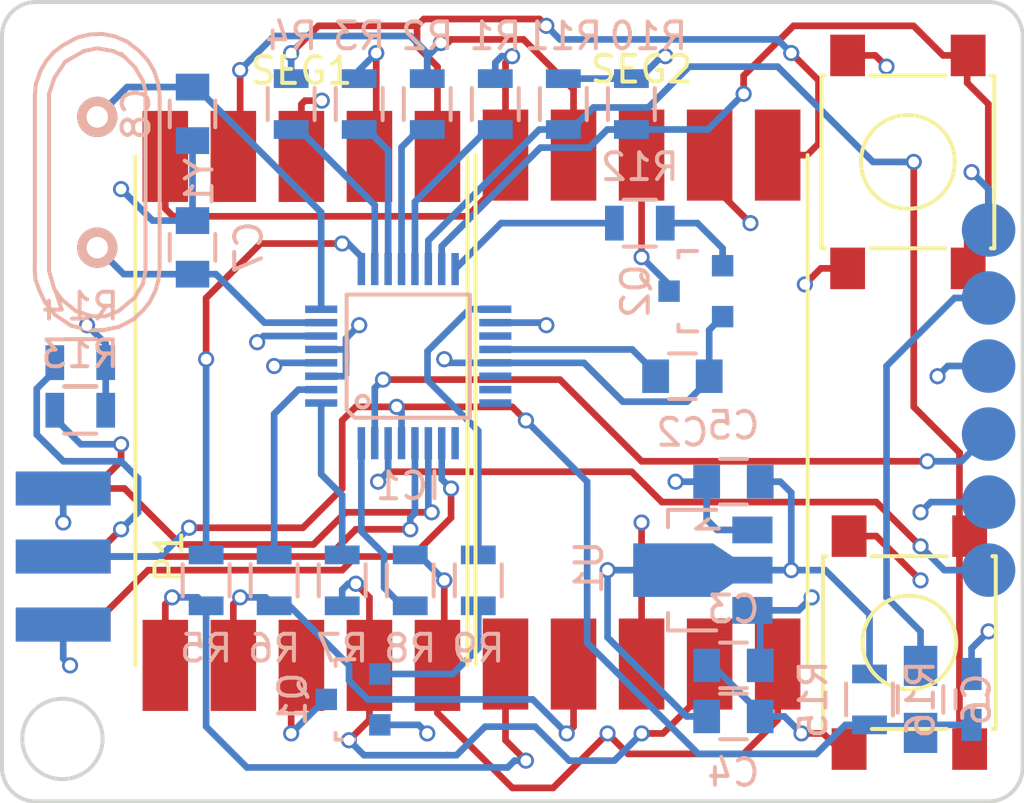
<source format=kicad_pcb>
(kicad_pcb (version 4) (host pcbnew 4.0.0-rc1-stable)

  (general
    (links 89)
    (no_connects 0)
    (area 105.969999 85.014999 144.220001 115.010001)
    (thickness 1.6)
    (drawings 9)
    (tracks 456)
    (zones 0)
    (modules 34)
    (nets 43)
  )

  (page A4)
  (layers
    (0 Front.Copper signal)
    (1 Ground.plane power)
    (2 Power.plane mixed)
    (31 Back.copper signal)
    (32 B.Adhes user hide)
    (33 F.Adhes user hide)
    (34 B.Paste user hide)
    (35 F.Paste user hide)
    (36 B.SilkS user hide)
    (37 F.SilkS user hide)
    (38 B.Mask user hide)
    (39 F.Mask user hide)
    (40 Dwgs.User user hide)
    (41 Cmts.User user hide)
    (42 Eco1.User user hide)
    (43 Eco2.User user hide)
    (44 Edge.Cuts user)
    (45 Margin user hide)
    (46 B.CrtYd user hide)
    (47 F.CrtYd user hide)
    (48 B.Fab user hide)
    (49 F.Fab user hide)
  )

  (setup
    (last_trace_width 0.25)
    (trace_clearance 0.2)
    (zone_clearance 0.508)
    (zone_45_only no)
    (trace_min 0.007874)
    (segment_width 0.2)
    (edge_width 0.15)
    (via_size 0.6)
    (via_drill 0.4)
    (via_min_size 0.015748)
    (via_min_drill 0.3)
    (uvia_size 0.3)
    (uvia_drill 0.1)
    (uvias_allowed no)
    (uvia_min_size 0.007874)
    (uvia_min_drill 0.1)
    (pcb_text_width 0.3)
    (pcb_text_size 1.5 1.5)
    (mod_edge_width 0.15)
    (mod_text_size 1 1)
    (mod_text_width 0.15)
    (pad_size 1.524 1.524)
    (pad_drill 0.762)
    (pad_to_mask_clearance 0.2)
    (aux_axis_origin 106.045 114.935)
    (grid_origin 106.045 114.935)
    (visible_elements 7FFFEFFF)
    (pcbplotparams
      (layerselection 0x010f0_80000001)
      (usegerberextensions false)
      (excludeedgelayer true)
      (linewidth 0.100000)
      (plotframeref false)
      (viasonmask false)
      (mode 1)
      (useauxorigin false)
      (hpglpennumber 1)
      (hpglpenspeed 20)
      (hpglpendiameter 15)
      (hpglpenoverlay 2)
      (psnegative false)
      (psa4output false)
      (plotreference true)
      (plotvalue true)
      (plotinvisibletext false)
      (padsonsilk false)
      (subtractmaskfromsilk false)
      (outputformat 1)
      (mirror false)
      (drillshape 0)
      (scaleselection 1)
      (outputdirectory C:/Users/angmcl/Documents/KiCAD/pick-to-light/Output/))
  )

  (net 0 "")
  (net 1 GND)
  (net 2 VCC)
  (net 3 "Net-(Q1-Pad1)")
  (net 4 "Net-(Q2-Pad1)")
  (net 5 "Net-(R1-Pad1)")
  (net 6 "Net-(R2-Pad1)")
  (net 7 "Net-(R3-Pad1)")
  (net 8 "Net-(R4-Pad1)")
  (net 9 "Net-(R5-Pad1)")
  (net 10 "Net-(R6-Pad1)")
  (net 11 "Net-(R7-Pad1)")
  (net 12 "Net-(R8-Pad1)")
  (net 13 "Net-(Q1-Pad3)")
  (net 14 "Net-(Q2-Pad3)")
  (net 15 "Net-(C2-Pad1)")
  (net 16 RAW)
  (net 17 RESET)
  (net 18 "Net-(C6-Pad2)")
  (net 19 XTAL1)
  (net 20 XTAL2)
  (net 21 "Net-(IC1-Pad1)")
  (net 22 "Net-(IC1-Pad2)")
  (net 23 "Net-(IC1-Pad9)")
  (net 24 "Net-(IC1-Pad10)")
  (net 25 "Net-(IC1-Pad11)")
  (net 26 "Net-(IC1-Pad12)")
  (net 27 "Net-(IC1-Pad13)")
  (net 28 "Net-(IC1-Pad14)")
  (net 29 "Net-(IC1-Pad15)")
  (net 30 "Net-(IC1-Pad16)")
  (net 31 "Net-(IC1-Pad17)")
  (net 32 A3)
  (net 33 A4)
  (net 34 A5)
  (net 35 RX1)
  (net 36 TX0)
  (net 37 "Net-(IC1-Pad32)")
  (net 38 "Net-(IC1-Pad19)")
  (net 39 "Net-(IC1-Pad22)")
  (net 40 "Net-(IC1-Pad23)")
  (net 41 "Net-(IC1-Pad24)")
  (net 42 "Net-(IC1-Pad25)")

  (net_class Default "This is the default net class."
    (clearance 0.2)
    (trace_width 0.25)
    (via_dia 0.6)
    (via_drill 0.4)
    (uvia_dia 0.3)
    (uvia_drill 0.1)
    (add_net A3)
    (add_net A4)
    (add_net A5)
    (add_net GND)
    (add_net "Net-(C2-Pad1)")
    (add_net "Net-(C6-Pad2)")
    (add_net "Net-(IC1-Pad1)")
    (add_net "Net-(IC1-Pad10)")
    (add_net "Net-(IC1-Pad11)")
    (add_net "Net-(IC1-Pad12)")
    (add_net "Net-(IC1-Pad13)")
    (add_net "Net-(IC1-Pad14)")
    (add_net "Net-(IC1-Pad15)")
    (add_net "Net-(IC1-Pad16)")
    (add_net "Net-(IC1-Pad17)")
    (add_net "Net-(IC1-Pad19)")
    (add_net "Net-(IC1-Pad2)")
    (add_net "Net-(IC1-Pad22)")
    (add_net "Net-(IC1-Pad23)")
    (add_net "Net-(IC1-Pad24)")
    (add_net "Net-(IC1-Pad25)")
    (add_net "Net-(IC1-Pad32)")
    (add_net "Net-(IC1-Pad9)")
    (add_net "Net-(Q1-Pad1)")
    (add_net "Net-(Q1-Pad3)")
    (add_net "Net-(Q2-Pad1)")
    (add_net "Net-(Q2-Pad3)")
    (add_net "Net-(R1-Pad1)")
    (add_net "Net-(R2-Pad1)")
    (add_net "Net-(R3-Pad1)")
    (add_net "Net-(R4-Pad1)")
    (add_net "Net-(R5-Pad1)")
    (add_net "Net-(R6-Pad1)")
    (add_net "Net-(R7-Pad1)")
    (add_net "Net-(R8-Pad1)")
    (add_net RAW)
    (add_net RESET)
    (add_net RX1)
    (add_net TX0)
    (add_net VCC)
    (add_net XTAL1)
    (add_net XTAL2)
  )

  (module Resistors_SMD:R_0805 (layer Back.copper) (tedit 5415CDEB) (tstamp 56648FBC)
    (at 129.54 88.9 90)
    (descr "Resistor SMD 0805, reflow soldering, Vishay (see dcrcw.pdf)")
    (tags "resistor 0805")
    (path /5620FD08)
    (attr smd)
    (fp_text reference R10 (at 2.54 0.635 180) (layer B.SilkS)
      (effects (font (size 1 1) (thickness 0.15)) (justify mirror))
    )
    (fp_text value 10k (at 0 -2.1 90) (layer B.Fab)
      (effects (font (size 1 1) (thickness 0.15)) (justify mirror))
    )
    (fp_line (start -1.6 1) (end 1.6 1) (layer B.CrtYd) (width 0.05))
    (fp_line (start -1.6 -1) (end 1.6 -1) (layer B.CrtYd) (width 0.05))
    (fp_line (start -1.6 1) (end -1.6 -1) (layer B.CrtYd) (width 0.05))
    (fp_line (start 1.6 1) (end 1.6 -1) (layer B.CrtYd) (width 0.05))
    (fp_line (start 0.6 -0.875) (end -0.6 -0.875) (layer B.SilkS) (width 0.15))
    (fp_line (start -0.6 0.875) (end 0.6 0.875) (layer B.SilkS) (width 0.15))
    (pad 1 smd rect (at -0.95 0 90) (size 0.7 1.3) (layers Back.copper B.Paste B.Mask)
      (net 29 "Net-(IC1-Pad15)"))
    (pad 2 smd rect (at 0.95 0 90) (size 0.7 1.3) (layers Back.copper B.Paste B.Mask)
      (net 2 VCC))
    (model Resistors_SMD.3dshapes/R_0805.wrl
      (at (xyz 0 0 0))
      (scale (xyz 1 1 1))
      (rotate (xyz 0 0 0))
    )
  )

  (module PTL-footprints:SW_SPST_PTS645 (layer Front.Copper) (tedit 5622D26D) (tstamp 56247431)
    (at 139.918 109.004 270)
    (descr "C&K Components SPST SMD PTS645 Series 6mm Tact Switch")
    (tags "SPST Button Switch")
    (path /5620F51A)
    (fp_text reference SW1 (at 0 -0.8 270) (layer B.SilkS) hide
      (effects (font (size 1 1) (thickness 0.15)) (justify mirror))
    )
    (fp_text value SW_PUSH (at 0.05 0.925 270) (layer F.Fab) hide
      (effects (font (size 1 1) (thickness 0.15)))
    )
    (fp_circle (center 0 0) (end 1.75 -0.05) (layer F.SilkS) (width 0.15))
    (fp_line (start 5.05 3.4) (end 5.05 -3.4) (layer F.CrtYd) (width 0.05))
    (fp_line (start -5.05 -3.4) (end -5.05 3.4) (layer F.CrtYd) (width 0.05))
    (fp_line (start -5.05 3.4) (end 5.05 3.4) (layer F.CrtYd) (width 0.05))
    (fp_line (start -5.05 -3.4) (end 5.05 -3.4) (layer F.CrtYd) (width 0.05))
    (fp_line (start 3.225 -3.225) (end 3.225 -3.1) (layer F.SilkS) (width 0.15))
    (fp_line (start 3.225 3.225) (end 3.225 3.1) (layer F.SilkS) (width 0.15))
    (fp_line (start -3.225 3.225) (end -3.225 3.1) (layer F.SilkS) (width 0.15))
    (fp_line (start -3.225 -3.1) (end -3.225 -3.225) (layer F.SilkS) (width 0.15))
    (fp_line (start 3.225 -1.4) (end 3.225 1.4) (layer F.SilkS) (width 0.15))
    (fp_line (start -3.225 -3.225) (end 3.225 -3.225) (layer F.SilkS) (width 0.15))
    (fp_line (start -3.225 -1.4) (end -3.225 1.4) (layer F.SilkS) (width 0.15))
    (fp_line (start -3.225 3.225) (end 3.225 3.225) (layer F.SilkS) (width 0.15))
    (pad 2 smd rect (at -3.975 2.25 270) (size 1.55 1.3) (layers Front.Copper F.Paste F.Mask)
      (net 1 GND))
    (pad 1 smd rect (at -3.975 -2.25 270) (size 1.55 1.3) (layers Front.Copper F.Paste F.Mask)
      (net 28 "Net-(IC1-Pad14)"))
    (pad 1 smd rect (at 3.975 -2.25 270) (size 1.55 1.3) (layers Front.Copper F.Paste F.Mask)
      (net 28 "Net-(IC1-Pad14)"))
    (pad 2 smd rect (at 3.975 2.25 270) (size 1.55 1.3) (layers Front.Copper F.Paste F.Mask)
      (net 1 GND))
    (model "C:/Users/angmcl/Documents/KiCAD/pick-to-light/CAD Files/tactile-push-button-6x6.wrl"
      (at (xyz 0 0 0))
      (scale (xyz 0.3937007874015748 0.3937007874015748 0.3937007874015748))
      (rotate (xyz -90 0 0))
    )
  )

  (module PTL-footprints:ACSC56-41SRWA-F01 (layer Front.Copper) (tedit 56204F3F) (tstamp 56205123)
    (at 129.921 100.305)
    (path /562025B1)
    (fp_text reference SEG2 (at 0 -12.7) (layer F.SilkS)
      (effects (font (size 1 1) (thickness 0.15)))
    )
    (fp_text value HDSP-C5A3 (at 0 -2.54) (layer F.Fab)
      (effects (font (size 1 1) (thickness 0.15)))
    )
    (fp_line (start -6.2 -9.5) (end -6.2 9.5) (layer F.SilkS) (width 0.15))
    (fp_line (start 6.2 9.5) (end 6.2 -9.5) (layer F.SilkS) (width 0.15))
    (pad 1 smd rect (at -5.08 9.5) (size 1.7 3.4) (layers Front.Copper F.Paste F.Mask)
      (net 9 "Net-(R5-Pad1)"))
    (pad 2 smd rect (at -2.54 9.5) (size 1.7 3.4) (layers Front.Copper F.Paste F.Mask)
      (net 10 "Net-(R6-Pad1)"))
    (pad 3 smd rect (at 0 9.5) (size 1.7 3.4) (layers Front.Copper F.Paste F.Mask)
      (net 14 "Net-(Q2-Pad3)"))
    (pad 4 smd rect (at 2.54 9.5) (size 1.7 3.4) (layers Front.Copper F.Paste F.Mask)
      (net 11 "Net-(R7-Pad1)"))
    (pad 5 smd rect (at 5.08 9.5) (size 1.7 3.4) (layers Front.Copper F.Paste F.Mask)
      (net 12 "Net-(R8-Pad1)"))
    (pad 6 smd rect (at 5.08 -9.5) (size 1.7 3.4) (layers Front.Copper F.Paste F.Mask)
      (net 8 "Net-(R4-Pad1)"))
    (pad 7 smd rect (at 2.54 -9.5) (size 1.7 3.4) (layers Front.Copper F.Paste F.Mask)
      (net 7 "Net-(R3-Pad1)"))
    (pad 8 smd rect (at 0 -9.5) (size 1.7 3.4) (layers Front.Copper F.Paste F.Mask)
      (net 14 "Net-(Q2-Pad3)"))
    (pad 9 smd rect (at -2.54 -9.5) (size 1.7 3.4) (layers Front.Copper F.Paste F.Mask)
      (net 6 "Net-(R2-Pad1)"))
    (pad 10 smd rect (at -5.08 -9.5) (size 1.7 3.4) (layers Front.Copper F.Paste F.Mask)
      (net 5 "Net-(R1-Pad1)"))
    (model C:/Users/angmcl/Documents/KiCAD/pick-to-light/PTL-footprints.pretty/ascs56-41srwa-f01.wrl
      (at (xyz 0 0 0))
      (scale (xyz 0.393701 0.393701 0.393701))
      (rotate (xyz -90 0 0))
    )
  )

  (module PTL-footprints:ACSC56-41SRWA-F01 (layer Front.Copper) (tedit 56204F3F) (tstamp 56205113)
    (at 117.221 100.355)
    (path /5620254A)
    (fp_text reference SEG1 (at 0 -12.7) (layer F.SilkS)
      (effects (font (size 1 1) (thickness 0.15)))
    )
    (fp_text value HDSP-C5A3 (at 0 -2.54) (layer F.Fab)
      (effects (font (size 1 1) (thickness 0.15)))
    )
    (fp_line (start -6.2 -9.5) (end -6.2 9.5) (layer F.SilkS) (width 0.15))
    (fp_line (start 6.2 9.5) (end 6.2 -9.5) (layer F.SilkS) (width 0.15))
    (pad 1 smd rect (at -5.08 9.5) (size 1.7 3.4) (layers Front.Copper F.Paste F.Mask)
      (net 9 "Net-(R5-Pad1)"))
    (pad 2 smd rect (at -2.54 9.5) (size 1.7 3.4) (layers Front.Copper F.Paste F.Mask)
      (net 10 "Net-(R6-Pad1)"))
    (pad 3 smd rect (at 0 9.5) (size 1.7 3.4) (layers Front.Copper F.Paste F.Mask)
      (net 13 "Net-(Q1-Pad3)"))
    (pad 4 smd rect (at 2.54 9.5) (size 1.7 3.4) (layers Front.Copper F.Paste F.Mask)
      (net 11 "Net-(R7-Pad1)"))
    (pad 5 smd rect (at 5.08 9.5) (size 1.7 3.4) (layers Front.Copper F.Paste F.Mask)
      (net 12 "Net-(R8-Pad1)"))
    (pad 6 smd rect (at 5.08 -9.5) (size 1.7 3.4) (layers Front.Copper F.Paste F.Mask)
      (net 8 "Net-(R4-Pad1)"))
    (pad 7 smd rect (at 2.54 -9.5) (size 1.7 3.4) (layers Front.Copper F.Paste F.Mask)
      (net 7 "Net-(R3-Pad1)"))
    (pad 8 smd rect (at 0 -9.5) (size 1.7 3.4) (layers Front.Copper F.Paste F.Mask)
      (net 13 "Net-(Q1-Pad3)"))
    (pad 9 smd rect (at -2.54 -9.5) (size 1.7 3.4) (layers Front.Copper F.Paste F.Mask)
      (net 6 "Net-(R2-Pad1)"))
    (pad 10 smd rect (at -5.08 -9.5) (size 1.7 3.4) (layers Front.Copper F.Paste F.Mask)
      (net 5 "Net-(R1-Pad1)"))
    (model C:/Users/angmcl/Documents/KiCAD/pick-to-light/PTL-footprints.pretty/ascs56-41srwa-f01.wrl
      (at (xyz 0 0 0))
      (scale (xyz 0.393701 0.393701 0.393701))
      (rotate (xyz -90 0 0))
    )
  )

  (module PTL-footprints:SW_SPST_PTS645 (layer Front.Copper) (tedit 5622D26D) (tstamp 56247446)
    (at 139.863 91.059 270)
    (descr "C&K Components SPST SMD PTS645 Series 6mm Tact Switch")
    (tags "SPST Button Switch")
    (path /5620F5C8)
    (fp_text reference SW2 (at 0 -0.8 270) (layer F.SilkS) hide
      (effects (font (size 1 1) (thickness 0.15)))
    )
    (fp_text value SW_PUSH (at 0.05 0.925 270) (layer F.Fab) hide
      (effects (font (size 1 1) (thickness 0.15)))
    )
    (fp_circle (center 0 0) (end 1.75 -0.05) (layer F.SilkS) (width 0.15))
    (fp_line (start 5.05 3.4) (end 5.05 -3.4) (layer F.CrtYd) (width 0.05))
    (fp_line (start -5.05 -3.4) (end -5.05 3.4) (layer F.CrtYd) (width 0.05))
    (fp_line (start -5.05 3.4) (end 5.05 3.4) (layer F.CrtYd) (width 0.05))
    (fp_line (start -5.05 -3.4) (end 5.05 -3.4) (layer F.CrtYd) (width 0.05))
    (fp_line (start 3.225 -3.225) (end 3.225 -3.1) (layer F.SilkS) (width 0.15))
    (fp_line (start 3.225 3.225) (end 3.225 3.1) (layer F.SilkS) (width 0.15))
    (fp_line (start -3.225 3.225) (end -3.225 3.1) (layer F.SilkS) (width 0.15))
    (fp_line (start -3.225 -3.1) (end -3.225 -3.225) (layer F.SilkS) (width 0.15))
    (fp_line (start 3.225 -1.4) (end 3.225 1.4) (layer F.SilkS) (width 0.15))
    (fp_line (start -3.225 -3.225) (end 3.225 -3.225) (layer F.SilkS) (width 0.15))
    (fp_line (start -3.225 -1.4) (end -3.225 1.4) (layer F.SilkS) (width 0.15))
    (fp_line (start -3.225 3.225) (end 3.225 3.225) (layer F.SilkS) (width 0.15))
    (pad 2 smd rect (at -3.975 2.25 270) (size 1.55 1.3) (layers Front.Copper F.Paste F.Mask)
      (net 1 GND))
    (pad 1 smd rect (at -3.975 -2.25 270) (size 1.55 1.3) (layers Front.Copper F.Paste F.Mask)
      (net 29 "Net-(IC1-Pad15)"))
    (pad 1 smd rect (at 3.975 -2.25 270) (size 1.55 1.3) (layers Front.Copper F.Paste F.Mask)
      (net 29 "Net-(IC1-Pad15)"))
    (pad 2 smd rect (at 3.975 2.25 270) (size 1.55 1.3) (layers Front.Copper F.Paste F.Mask)
      (net 1 GND))
    (model "C:/Users/angmcl/Documents/KiCAD/pick-to-light/CAD Files/tactile-push-button-6x6.wrl"
      (at (xyz 0 0 0))
      (scale (xyz 0.3937007874015748 0.3937007874015748 0.3937007874015748))
      (rotate (xyz -90 0 0))
    )
  )

  (module Resistors_SMD:R_0805 (layer Back.copper) (tedit 5415CDEB) (tstamp 56648FC1)
    (at 127 88.9 90)
    (descr "Resistor SMD 0805, reflow soldering, Vishay (see dcrcw.pdf)")
    (tags "resistor 0805")
    (path /5620FDB8)
    (attr smd)
    (fp_text reference R11 (at 2.54 0 180) (layer B.SilkS)
      (effects (font (size 1 1) (thickness 0.15)) (justify mirror))
    )
    (fp_text value 10k (at 0 -2.1 90) (layer B.Fab)
      (effects (font (size 1 1) (thickness 0.15)) (justify mirror))
    )
    (fp_line (start -1.6 1) (end 1.6 1) (layer B.CrtYd) (width 0.05))
    (fp_line (start -1.6 -1) (end 1.6 -1) (layer B.CrtYd) (width 0.05))
    (fp_line (start -1.6 1) (end -1.6 -1) (layer B.CrtYd) (width 0.05))
    (fp_line (start 1.6 1) (end 1.6 -1) (layer B.CrtYd) (width 0.05))
    (fp_line (start 0.6 -0.875) (end -0.6 -0.875) (layer B.SilkS) (width 0.15))
    (fp_line (start -0.6 0.875) (end 0.6 0.875) (layer B.SilkS) (width 0.15))
    (pad 1 smd rect (at -0.95 0 90) (size 0.7 1.3) (layers Back.copper B.Paste B.Mask)
      (net 28 "Net-(IC1-Pad14)"))
    (pad 2 smd rect (at 0.95 0 90) (size 0.7 1.3) (layers Back.copper B.Paste B.Mask)
      (net 2 VCC))
    (model Resistors_SMD.3dshapes/R_0805.wrl
      (at (xyz 0 0 0))
      (scale (xyz 1 1 1))
      (rotate (xyz 0 0 0))
    )
  )

  (module Resistors_SMD:R_0805 (layer Back.copper) (tedit 5415CDEB) (tstamp 56648F9E)
    (at 116.84 88.9 270)
    (descr "Resistor SMD 0805, reflow soldering, Vishay (see dcrcw.pdf)")
    (tags "resistor 0805")
    (path /56683DE4)
    (attr smd)
    (fp_text reference R4 (at -2.54 0 360) (layer B.SilkS)
      (effects (font (size 1 1) (thickness 0.15)) (justify mirror))
    )
    (fp_text value 110 (at 0 -2.1 270) (layer B.Fab)
      (effects (font (size 1 1) (thickness 0.15)) (justify mirror))
    )
    (fp_line (start -1.6 1) (end 1.6 1) (layer B.CrtYd) (width 0.05))
    (fp_line (start -1.6 -1) (end 1.6 -1) (layer B.CrtYd) (width 0.05))
    (fp_line (start -1.6 1) (end -1.6 -1) (layer B.CrtYd) (width 0.05))
    (fp_line (start 1.6 1) (end 1.6 -1) (layer B.CrtYd) (width 0.05))
    (fp_line (start 0.6 -0.875) (end -0.6 -0.875) (layer B.SilkS) (width 0.15))
    (fp_line (start -0.6 0.875) (end 0.6 0.875) (layer B.SilkS) (width 0.15))
    (pad 1 smd rect (at -0.95 0 270) (size 0.7 1.3) (layers Back.copper B.Paste B.Mask)
      (net 8 "Net-(R4-Pad1)"))
    (pad 2 smd rect (at 0.95 0 270) (size 0.7 1.3) (layers Back.copper B.Paste B.Mask)
      (net 24 "Net-(IC1-Pad10)"))
    (model Resistors_SMD.3dshapes/R_0805.wrl
      (at (xyz 0 0 0))
      (scale (xyz 1 1 1))
      (rotate (xyz 0 0 0))
    )
  )

  (module Capacitors_SMD:C_0805 (layer Back.copper) (tedit 5415D6EA) (tstamp 56648F46)
    (at 131.445 99.06)
    (descr "Capacitor SMD 0805, reflow soldering, AVX (see smccp.pdf)")
    (tags "capacitor 0805")
    (path /56624C0C)
    (attr smd)
    (fp_text reference C2 (at 0 2.1) (layer B.SilkS)
      (effects (font (size 1 1) (thickness 0.15)) (justify mirror))
    )
    (fp_text value 0.1uF (at 0 -2.1) (layer B.Fab)
      (effects (font (size 1 1) (thickness 0.15)) (justify mirror))
    )
    (fp_line (start -1.8 1) (end 1.8 1) (layer B.CrtYd) (width 0.05))
    (fp_line (start -1.8 -1) (end 1.8 -1) (layer B.CrtYd) (width 0.05))
    (fp_line (start -1.8 1) (end -1.8 -1) (layer B.CrtYd) (width 0.05))
    (fp_line (start 1.8 1) (end 1.8 -1) (layer B.CrtYd) (width 0.05))
    (fp_line (start 0.5 0.85) (end -0.5 0.85) (layer B.SilkS) (width 0.15))
    (fp_line (start -0.5 -0.85) (end 0.5 -0.85) (layer B.SilkS) (width 0.15))
    (pad 1 smd rect (at -1 0) (size 1 1.25) (layers Back.copper B.Paste B.Mask)
      (net 15 "Net-(C2-Pad1)"))
    (pad 2 smd rect (at 1 0) (size 1 1.25) (layers Back.copper B.Paste B.Mask)
      (net 1 GND))
    (model Capacitors_SMD.3dshapes/C_0805.wrl
      (at (xyz 0 0 0))
      (scale (xyz 1 1 1))
      (rotate (xyz 0 0 0))
    )
  )

  (module Capacitors_SMD:C_0805 (layer Back.copper) (tedit 5415D6EA) (tstamp 56648F4C)
    (at 133.35 109.855 180)
    (descr "Capacitor SMD 0805, reflow soldering, AVX (see smccp.pdf)")
    (tags "capacitor 0805")
    (path /5666E25E)
    (attr smd)
    (fp_text reference C3 (at 0 2.1 180) (layer B.SilkS)
      (effects (font (size 1 1) (thickness 0.15)) (justify mirror))
    )
    (fp_text value 10uF (at 0 -2.1 180) (layer B.Fab)
      (effects (font (size 1 1) (thickness 0.15)) (justify mirror))
    )
    (fp_line (start -1.8 1) (end 1.8 1) (layer B.CrtYd) (width 0.05))
    (fp_line (start -1.8 -1) (end 1.8 -1) (layer B.CrtYd) (width 0.05))
    (fp_line (start -1.8 1) (end -1.8 -1) (layer B.CrtYd) (width 0.05))
    (fp_line (start 1.8 1) (end 1.8 -1) (layer B.CrtYd) (width 0.05))
    (fp_line (start 0.5 0.85) (end -0.5 0.85) (layer B.SilkS) (width 0.15))
    (fp_line (start -0.5 -0.85) (end 0.5 -0.85) (layer B.SilkS) (width 0.15))
    (pad 1 smd rect (at -1 0 180) (size 1 1.25) (layers Back.copper B.Paste B.Mask)
      (net 16 RAW))
    (pad 2 smd rect (at 1 0 180) (size 1 1.25) (layers Back.copper B.Paste B.Mask)
      (net 1 GND))
    (model Capacitors_SMD.3dshapes/C_0805.wrl
      (at (xyz 0 0 0))
      (scale (xyz 1 1 1))
      (rotate (xyz 0 0 0))
    )
  )

  (module Capacitors_SMD:C_0805 (layer Back.copper) (tedit 5415D6EA) (tstamp 56648F52)
    (at 133.35 111.76)
    (descr "Capacitor SMD 0805, reflow soldering, AVX (see smccp.pdf)")
    (tags "capacitor 0805")
    (path /5666E314)
    (attr smd)
    (fp_text reference C4 (at 0 2.1) (layer B.SilkS)
      (effects (font (size 1 1) (thickness 0.15)) (justify mirror))
    )
    (fp_text value 22uF (at 0 -2.1) (layer B.Fab)
      (effects (font (size 1 1) (thickness 0.15)) (justify mirror))
    )
    (fp_line (start -1.8 1) (end 1.8 1) (layer B.CrtYd) (width 0.05))
    (fp_line (start -1.8 -1) (end 1.8 -1) (layer B.CrtYd) (width 0.05))
    (fp_line (start -1.8 1) (end -1.8 -1) (layer B.CrtYd) (width 0.05))
    (fp_line (start 1.8 1) (end 1.8 -1) (layer B.CrtYd) (width 0.05))
    (fp_line (start 0.5 0.85) (end -0.5 0.85) (layer B.SilkS) (width 0.15))
    (fp_line (start -0.5 -0.85) (end 0.5 -0.85) (layer B.SilkS) (width 0.15))
    (pad 1 smd rect (at -1 0) (size 1 1.25) (layers Back.copper B.Paste B.Mask)
      (net 2 VCC))
    (pad 2 smd rect (at 1 0) (size 1 1.25) (layers Back.copper B.Paste B.Mask)
      (net 1 GND))
    (model Capacitors_SMD.3dshapes/C_0805.wrl
      (at (xyz 0 0 0))
      (scale (xyz 1 1 1))
      (rotate (xyz 0 0 0))
    )
  )

  (module Capacitors_SMD:C_0805 (layer Back.copper) (tedit 5415D6EA) (tstamp 56648F58)
    (at 133.35 102.997 180)
    (descr "Capacitor SMD 0805, reflow soldering, AVX (see smccp.pdf)")
    (tags "capacitor 0805")
    (path /5667108E)
    (attr smd)
    (fp_text reference C5 (at 0 2.1 180) (layer B.SilkS)
      (effects (font (size 1 1) (thickness 0.15)) (justify mirror))
    )
    (fp_text value 0.1uF (at 0 -2.1 180) (layer B.Fab)
      (effects (font (size 1 1) (thickness 0.15)) (justify mirror))
    )
    (fp_line (start -1.8 1) (end 1.8 1) (layer B.CrtYd) (width 0.05))
    (fp_line (start -1.8 -1) (end 1.8 -1) (layer B.CrtYd) (width 0.05))
    (fp_line (start -1.8 1) (end -1.8 -1) (layer B.CrtYd) (width 0.05))
    (fp_line (start 1.8 1) (end 1.8 -1) (layer B.CrtYd) (width 0.05))
    (fp_line (start 0.5 0.85) (end -0.5 0.85) (layer B.SilkS) (width 0.15))
    (fp_line (start -0.5 -0.85) (end 0.5 -0.85) (layer B.SilkS) (width 0.15))
    (pad 1 smd rect (at -1 0 180) (size 1 1.25) (layers Back.copper B.Paste B.Mask)
      (net 2 VCC))
    (pad 2 smd rect (at 1 0 180) (size 1 1.25) (layers Back.copper B.Paste B.Mask)
      (net 1 GND))
    (model Capacitors_SMD.3dshapes/C_0805.wrl
      (at (xyz 0 0 0))
      (scale (xyz 1 1 1))
      (rotate (xyz 0 0 0))
    )
  )

  (module Capacitors_SMD:C_0805 (layer Back.copper) (tedit 5415D6EA) (tstamp 56648F64)
    (at 113.157 94.25 90)
    (descr "Capacitor SMD 0805, reflow soldering, AVX (see smccp.pdf)")
    (tags "capacitor 0805")
    (path /5661FDC5)
    (attr smd)
    (fp_text reference C7 (at 0 2.1 90) (layer B.SilkS)
      (effects (font (size 1 1) (thickness 0.15)) (justify mirror))
    )
    (fp_text value C (at 0 -2.1 90) (layer B.Fab)
      (effects (font (size 1 1) (thickness 0.15)) (justify mirror))
    )
    (fp_line (start -1.8 1) (end 1.8 1) (layer B.CrtYd) (width 0.05))
    (fp_line (start -1.8 -1) (end 1.8 -1) (layer B.CrtYd) (width 0.05))
    (fp_line (start -1.8 1) (end -1.8 -1) (layer B.CrtYd) (width 0.05))
    (fp_line (start 1.8 1) (end 1.8 -1) (layer B.CrtYd) (width 0.05))
    (fp_line (start 0.5 0.85) (end -0.5 0.85) (layer B.SilkS) (width 0.15))
    (fp_line (start -0.5 -0.85) (end 0.5 -0.85) (layer B.SilkS) (width 0.15))
    (pad 1 smd rect (at -1 0 90) (size 1 1.25) (layers Back.copper B.Paste B.Mask)
      (net 19 XTAL1))
    (pad 2 smd rect (at 1 0 90) (size 1 1.25) (layers Back.copper B.Paste B.Mask)
      (net 1 GND))
    (model Capacitors_SMD.3dshapes/C_0805.wrl
      (at (xyz 0 0 0))
      (scale (xyz 1 1 1))
      (rotate (xyz 0 0 0))
    )
  )

  (module Capacitors_SMD:C_0805 (layer Back.copper) (tedit 5415D6EA) (tstamp 56648F6A)
    (at 113.157 89.265 270)
    (descr "Capacitor SMD 0805, reflow soldering, AVX (see smccp.pdf)")
    (tags "capacitor 0805")
    (path /5661FE57)
    (attr smd)
    (fp_text reference C8 (at 0 2.1 270) (layer B.SilkS)
      (effects (font (size 1 1) (thickness 0.15)) (justify mirror))
    )
    (fp_text value C (at 0 -2.1 270) (layer B.Fab)
      (effects (font (size 1 1) (thickness 0.15)) (justify mirror))
    )
    (fp_line (start -1.8 1) (end 1.8 1) (layer B.CrtYd) (width 0.05))
    (fp_line (start -1.8 -1) (end 1.8 -1) (layer B.CrtYd) (width 0.05))
    (fp_line (start -1.8 1) (end -1.8 -1) (layer B.CrtYd) (width 0.05))
    (fp_line (start 1.8 1) (end 1.8 -1) (layer B.CrtYd) (width 0.05))
    (fp_line (start 0.5 0.85) (end -0.5 0.85) (layer B.SilkS) (width 0.15))
    (fp_line (start -0.5 -0.85) (end 0.5 -0.85) (layer B.SilkS) (width 0.15))
    (pad 1 smd rect (at -1 0 270) (size 1 1.25) (layers Back.copper B.Paste B.Mask)
      (net 20 XTAL2))
    (pad 2 smd rect (at 1 0 270) (size 1 1.25) (layers Back.copper B.Paste B.Mask)
      (net 1 GND))
    (model Capacitors_SMD.3dshapes/C_0805.wrl
      (at (xyz 0 0 0))
      (scale (xyz 1 1 1))
      (rotate (xyz 0 0 0))
    )
  )

  (module Resistors_SMD:R_0805 (layer Back.copper) (tedit 5415CDEB) (tstamp 56648F8F)
    (at 124.46 88.9 270)
    (descr "Resistor SMD 0805, reflow soldering, Vishay (see dcrcw.pdf)")
    (tags "resistor 0805")
    (path /56200E41)
    (attr smd)
    (fp_text reference R1 (at -2.54 0 360) (layer B.SilkS)
      (effects (font (size 1 1) (thickness 0.15)) (justify mirror))
    )
    (fp_text value 110 (at 0 -2.1 270) (layer B.Fab)
      (effects (font (size 1 1) (thickness 0.15)) (justify mirror))
    )
    (fp_line (start -1.6 1) (end 1.6 1) (layer B.CrtYd) (width 0.05))
    (fp_line (start -1.6 -1) (end 1.6 -1) (layer B.CrtYd) (width 0.05))
    (fp_line (start -1.6 1) (end -1.6 -1) (layer B.CrtYd) (width 0.05))
    (fp_line (start 1.6 1) (end 1.6 -1) (layer B.CrtYd) (width 0.05))
    (fp_line (start 0.6 -0.875) (end -0.6 -0.875) (layer B.SilkS) (width 0.15))
    (fp_line (start -0.6 0.875) (end 0.6 0.875) (layer B.SilkS) (width 0.15))
    (pad 1 smd rect (at -0.95 0 270) (size 0.7 1.3) (layers Back.copper B.Paste B.Mask)
      (net 5 "Net-(R1-Pad1)"))
    (pad 2 smd rect (at 0.95 0 270) (size 0.7 1.3) (layers Back.copper B.Paste B.Mask)
      (net 27 "Net-(IC1-Pad13)"))
    (model Resistors_SMD.3dshapes/R_0805.wrl
      (at (xyz 0 0 0))
      (scale (xyz 1 1 1))
      (rotate (xyz 0 0 0))
    )
  )

  (module Resistors_SMD:R_0805 (layer Back.copper) (tedit 5415CDEB) (tstamp 56648F94)
    (at 121.92 88.9 270)
    (descr "Resistor SMD 0805, reflow soldering, Vishay (see dcrcw.pdf)")
    (tags "resistor 0805")
    (path /56683CC8)
    (attr smd)
    (fp_text reference R2 (at -2.54 0 540) (layer B.SilkS)
      (effects (font (size 1 1) (thickness 0.15)) (justify mirror))
    )
    (fp_text value 110 (at 0 -2.1 270) (layer B.Fab)
      (effects (font (size 1 1) (thickness 0.15)) (justify mirror))
    )
    (fp_line (start -1.6 1) (end 1.6 1) (layer B.CrtYd) (width 0.05))
    (fp_line (start -1.6 -1) (end 1.6 -1) (layer B.CrtYd) (width 0.05))
    (fp_line (start -1.6 1) (end -1.6 -1) (layer B.CrtYd) (width 0.05))
    (fp_line (start 1.6 1) (end 1.6 -1) (layer B.CrtYd) (width 0.05))
    (fp_line (start 0.6 -0.875) (end -0.6 -0.875) (layer B.SilkS) (width 0.15))
    (fp_line (start -0.6 0.875) (end 0.6 0.875) (layer B.SilkS) (width 0.15))
    (pad 1 smd rect (at -0.95 0 270) (size 0.7 1.3) (layers Back.copper B.Paste B.Mask)
      (net 6 "Net-(R2-Pad1)"))
    (pad 2 smd rect (at 0.95 0 270) (size 0.7 1.3) (layers Back.copper B.Paste B.Mask)
      (net 26 "Net-(IC1-Pad12)"))
    (model Resistors_SMD.3dshapes/R_0805.wrl
      (at (xyz 0 0 0))
      (scale (xyz 1 1 1))
      (rotate (xyz 0 0 0))
    )
  )

  (module Resistors_SMD:R_0805 (layer Back.copper) (tedit 5415CDEB) (tstamp 56648F99)
    (at 119.38 88.9 270)
    (descr "Resistor SMD 0805, reflow soldering, Vishay (see dcrcw.pdf)")
    (tags "resistor 0805")
    (path /56683D52)
    (attr smd)
    (fp_text reference R3 (at -2.54 0 360) (layer B.SilkS)
      (effects (font (size 1 1) (thickness 0.15)) (justify mirror))
    )
    (fp_text value 110 (at 0 -2.1 270) (layer B.Fab)
      (effects (font (size 1 1) (thickness 0.15)) (justify mirror))
    )
    (fp_line (start -1.6 1) (end 1.6 1) (layer B.CrtYd) (width 0.05))
    (fp_line (start -1.6 -1) (end 1.6 -1) (layer B.CrtYd) (width 0.05))
    (fp_line (start -1.6 1) (end -1.6 -1) (layer B.CrtYd) (width 0.05))
    (fp_line (start 1.6 1) (end 1.6 -1) (layer B.CrtYd) (width 0.05))
    (fp_line (start 0.6 -0.875) (end -0.6 -0.875) (layer B.SilkS) (width 0.15))
    (fp_line (start -0.6 0.875) (end 0.6 0.875) (layer B.SilkS) (width 0.15))
    (pad 1 smd rect (at -0.95 0 270) (size 0.7 1.3) (layers Back.copper B.Paste B.Mask)
      (net 7 "Net-(R3-Pad1)"))
    (pad 2 smd rect (at 0.95 0 270) (size 0.7 1.3) (layers Back.copper B.Paste B.Mask)
      (net 25 "Net-(IC1-Pad11)"))
    (model Resistors_SMD.3dshapes/R_0805.wrl
      (at (xyz 0 0 0))
      (scale (xyz 1 1 1))
      (rotate (xyz 0 0 0))
    )
  )

  (module Resistors_SMD:R_0805 (layer Back.copper) (tedit 5415CDEB) (tstamp 56648FA3)
    (at 113.665 106.68 90)
    (descr "Resistor SMD 0805, reflow soldering, Vishay (see dcrcw.pdf)")
    (tags "resistor 0805")
    (path /56683E72)
    (attr smd)
    (fp_text reference R5 (at -2.54 0 180) (layer B.SilkS)
      (effects (font (size 1 1) (thickness 0.15)) (justify mirror))
    )
    (fp_text value 110 (at 0 -2.1 90) (layer B.Fab)
      (effects (font (size 1 1) (thickness 0.15)) (justify mirror))
    )
    (fp_line (start -1.6 1) (end 1.6 1) (layer B.CrtYd) (width 0.05))
    (fp_line (start -1.6 -1) (end 1.6 -1) (layer B.CrtYd) (width 0.05))
    (fp_line (start -1.6 1) (end -1.6 -1) (layer B.CrtYd) (width 0.05))
    (fp_line (start 1.6 1) (end 1.6 -1) (layer B.CrtYd) (width 0.05))
    (fp_line (start 0.6 -0.875) (end -0.6 -0.875) (layer B.SilkS) (width 0.15))
    (fp_line (start -0.6 0.875) (end 0.6 0.875) (layer B.SilkS) (width 0.15))
    (pad 1 smd rect (at -0.95 0 90) (size 0.7 1.3) (layers Back.copper B.Paste B.Mask)
      (net 9 "Net-(R5-Pad1)"))
    (pad 2 smd rect (at 0.95 0 90) (size 0.7 1.3) (layers Back.copper B.Paste B.Mask)
      (net 23 "Net-(IC1-Pad9)"))
    (model Resistors_SMD.3dshapes/R_0805.wrl
      (at (xyz 0 0 0))
      (scale (xyz 1 1 1))
      (rotate (xyz 0 0 0))
    )
  )

  (module Resistors_SMD:R_0805 (layer Back.copper) (tedit 5415CDEB) (tstamp 56648FA8)
    (at 116.205 106.68 90)
    (descr "Resistor SMD 0805, reflow soldering, Vishay (see dcrcw.pdf)")
    (tags "resistor 0805")
    (path /56683F44)
    (attr smd)
    (fp_text reference R6 (at -2.54 0 180) (layer B.SilkS)
      (effects (font (size 1 1) (thickness 0.15)) (justify mirror))
    )
    (fp_text value 110 (at 0 -2.1 90) (layer B.Fab)
      (effects (font (size 1 1) (thickness 0.15)) (justify mirror))
    )
    (fp_line (start -1.6 1) (end 1.6 1) (layer B.CrtYd) (width 0.05))
    (fp_line (start -1.6 -1) (end 1.6 -1) (layer B.CrtYd) (width 0.05))
    (fp_line (start -1.6 1) (end -1.6 -1) (layer B.CrtYd) (width 0.05))
    (fp_line (start 1.6 1) (end 1.6 -1) (layer B.CrtYd) (width 0.05))
    (fp_line (start 0.6 -0.875) (end -0.6 -0.875) (layer B.SilkS) (width 0.15))
    (fp_line (start -0.6 0.875) (end 0.6 0.875) (layer B.SilkS) (width 0.15))
    (pad 1 smd rect (at -0.95 0 90) (size 0.7 1.3) (layers Back.copper B.Paste B.Mask)
      (net 10 "Net-(R6-Pad1)"))
    (pad 2 smd rect (at 0.95 0 90) (size 0.7 1.3) (layers Back.copper B.Paste B.Mask)
      (net 22 "Net-(IC1-Pad2)"))
    (model Resistors_SMD.3dshapes/R_0805.wrl
      (at (xyz 0 0 0))
      (scale (xyz 1 1 1))
      (rotate (xyz 0 0 0))
    )
  )

  (module Resistors_SMD:R_0805 (layer Back.copper) (tedit 5415CDEB) (tstamp 56648FAD)
    (at 118.745 106.68 90)
    (descr "Resistor SMD 0805, reflow soldering, Vishay (see dcrcw.pdf)")
    (tags "resistor 0805")
    (path /56683FDA)
    (attr smd)
    (fp_text reference R7 (at -2.54 0 180) (layer B.SilkS)
      (effects (font (size 1 1) (thickness 0.15)) (justify mirror))
    )
    (fp_text value 110 (at 0 -2.1 90) (layer B.Fab)
      (effects (font (size 1 1) (thickness 0.15)) (justify mirror))
    )
    (fp_line (start -1.6 1) (end 1.6 1) (layer B.CrtYd) (width 0.05))
    (fp_line (start -1.6 -1) (end 1.6 -1) (layer B.CrtYd) (width 0.05))
    (fp_line (start -1.6 1) (end -1.6 -1) (layer B.CrtYd) (width 0.05))
    (fp_line (start 1.6 1) (end 1.6 -1) (layer B.CrtYd) (width 0.05))
    (fp_line (start 0.6 -0.875) (end -0.6 -0.875) (layer B.SilkS) (width 0.15))
    (fp_line (start -0.6 0.875) (end 0.6 0.875) (layer B.SilkS) (width 0.15))
    (pad 1 smd rect (at -0.95 0 90) (size 0.7 1.3) (layers Back.copper B.Paste B.Mask)
      (net 11 "Net-(R7-Pad1)"))
    (pad 2 smd rect (at 0.95 0 90) (size 0.7 1.3) (layers Back.copper B.Paste B.Mask)
      (net 21 "Net-(IC1-Pad1)"))
    (model Resistors_SMD.3dshapes/R_0805.wrl
      (at (xyz 0 0 0))
      (scale (xyz 1 1 1))
      (rotate (xyz 0 0 0))
    )
  )

  (module Resistors_SMD:R_0805 (layer Back.copper) (tedit 5415CDEB) (tstamp 56648FB2)
    (at 121.285 106.68 270)
    (descr "Resistor SMD 0805, reflow soldering, Vishay (see dcrcw.pdf)")
    (tags "resistor 0805")
    (path /56684074)
    (attr smd)
    (fp_text reference R8 (at 2.54 0 360) (layer B.SilkS)
      (effects (font (size 1 1) (thickness 0.15)) (justify mirror))
    )
    (fp_text value 110 (at 0 -2.1 270) (layer B.Fab)
      (effects (font (size 1 1) (thickness 0.15)) (justify mirror))
    )
    (fp_line (start -1.6 1) (end 1.6 1) (layer B.CrtYd) (width 0.05))
    (fp_line (start -1.6 -1) (end 1.6 -1) (layer B.CrtYd) (width 0.05))
    (fp_line (start -1.6 1) (end -1.6 -1) (layer B.CrtYd) (width 0.05))
    (fp_line (start 1.6 1) (end 1.6 -1) (layer B.CrtYd) (width 0.05))
    (fp_line (start 0.6 -0.875) (end -0.6 -0.875) (layer B.SilkS) (width 0.15))
    (fp_line (start -0.6 0.875) (end 0.6 0.875) (layer B.SilkS) (width 0.15))
    (pad 1 smd rect (at -0.95 0 270) (size 0.7 1.3) (layers Back.copper B.Paste B.Mask)
      (net 12 "Net-(R8-Pad1)"))
    (pad 2 smd rect (at 0.95 0 270) (size 0.7 1.3) (layers Back.copper B.Paste B.Mask)
      (net 37 "Net-(IC1-Pad32)"))
    (model Resistors_SMD.3dshapes/R_0805.wrl
      (at (xyz 0 0 0))
      (scale (xyz 1 1 1))
      (rotate (xyz 0 0 0))
    )
  )

  (module Resistors_SMD:R_0805 (layer Back.copper) (tedit 5415CDEB) (tstamp 56648FB7)
    (at 123.825 106.68 90)
    (descr "Resistor SMD 0805, reflow soldering, Vishay (see dcrcw.pdf)")
    (tags "resistor 0805")
    (path /56200A4B)
    (attr smd)
    (fp_text reference R9 (at -2.54 0 180) (layer B.SilkS)
      (effects (font (size 1 1) (thickness 0.15)) (justify mirror))
    )
    (fp_text value 4K7 (at 0 -2.1 90) (layer B.Fab)
      (effects (font (size 1 1) (thickness 0.15)) (justify mirror))
    )
    (fp_line (start -1.6 1) (end 1.6 1) (layer B.CrtYd) (width 0.05))
    (fp_line (start -1.6 -1) (end 1.6 -1) (layer B.CrtYd) (width 0.05))
    (fp_line (start -1.6 1) (end -1.6 -1) (layer B.CrtYd) (width 0.05))
    (fp_line (start 1.6 1) (end 1.6 -1) (layer B.CrtYd) (width 0.05))
    (fp_line (start 0.6 -0.875) (end -0.6 -0.875) (layer B.SilkS) (width 0.15))
    (fp_line (start -0.6 0.875) (end 0.6 0.875) (layer B.SilkS) (width 0.15))
    (pad 1 smd rect (at -0.95 0 90) (size 0.7 1.3) (layers Back.copper B.Paste B.Mask)
      (net 3 "Net-(Q1-Pad1)"))
    (pad 2 smd rect (at 0.95 0 90) (size 0.7 1.3) (layers Back.copper B.Paste B.Mask)
      (net 31 "Net-(IC1-Pad17)"))
    (model Resistors_SMD.3dshapes/R_0805.wrl
      (at (xyz 0 0 0))
      (scale (xyz 1 1 1))
      (rotate (xyz 0 0 0))
    )
  )

  (module Resistors_SMD:R_0805 (layer Back.copper) (tedit 5415CDEB) (tstamp 56648FC6)
    (at 129.855 93.345 180)
    (descr "Resistor SMD 0805, reflow soldering, Vishay (see dcrcw.pdf)")
    (tags "resistor 0805")
    (path /56200A07)
    (attr smd)
    (fp_text reference R12 (at 0 2.1 180) (layer B.SilkS)
      (effects (font (size 1 1) (thickness 0.15)) (justify mirror))
    )
    (fp_text value 4K7 (at 0 -2.1 180) (layer B.Fab)
      (effects (font (size 1 1) (thickness 0.15)) (justify mirror))
    )
    (fp_line (start -1.6 1) (end 1.6 1) (layer B.CrtYd) (width 0.05))
    (fp_line (start -1.6 -1) (end 1.6 -1) (layer B.CrtYd) (width 0.05))
    (fp_line (start -1.6 1) (end -1.6 -1) (layer B.CrtYd) (width 0.05))
    (fp_line (start 1.6 1) (end 1.6 -1) (layer B.CrtYd) (width 0.05))
    (fp_line (start 0.6 -0.875) (end -0.6 -0.875) (layer B.SilkS) (width 0.15))
    (fp_line (start -0.6 0.875) (end 0.6 0.875) (layer B.SilkS) (width 0.15))
    (pad 1 smd rect (at -0.95 0 180) (size 0.7 1.3) (layers Back.copper B.Paste B.Mask)
      (net 4 "Net-(Q2-Pad1)"))
    (pad 2 smd rect (at 0.95 0 180) (size 0.7 1.3) (layers Back.copper B.Paste B.Mask)
      (net 30 "Net-(IC1-Pad16)"))
    (model Resistors_SMD.3dshapes/R_0805.wrl
      (at (xyz 0 0 0))
      (scale (xyz 1 1 1))
      (rotate (xyz 0 0 0))
    )
  )

  (module Resistors_SMD:R_0805 (layer Back.copper) (tedit 5415CDEB) (tstamp 56648FD0)
    (at 108.966 100.33 180)
    (descr "Resistor SMD 0805, reflow soldering, Vishay (see dcrcw.pdf)")
    (tags "resistor 0805")
    (path /566754E5)
    (attr smd)
    (fp_text reference R13 (at 0 2.1 180) (layer B.SilkS)
      (effects (font (size 1 1) (thickness 0.15)) (justify mirror))
    )
    (fp_text value 22k (at 0 -2.1 180) (layer B.Fab)
      (effects (font (size 1 1) (thickness 0.15)) (justify mirror))
    )
    (fp_line (start -1.6 1) (end 1.6 1) (layer B.CrtYd) (width 0.05))
    (fp_line (start -1.6 -1) (end 1.6 -1) (layer B.CrtYd) (width 0.05))
    (fp_line (start -1.6 1) (end -1.6 -1) (layer B.CrtYd) (width 0.05))
    (fp_line (start 1.6 1) (end 1.6 -1) (layer B.CrtYd) (width 0.05))
    (fp_line (start 0.6 -0.875) (end -0.6 -0.875) (layer B.SilkS) (width 0.15))
    (fp_line (start -0.6 0.875) (end 0.6 0.875) (layer B.SilkS) (width 0.15))
    (pad 1 smd rect (at -0.95 0 180) (size 0.7 1.3) (layers Back.copper B.Paste B.Mask)
      (net 2 VCC))
    (pad 2 smd rect (at 0.95 0 180) (size 0.7 1.3) (layers Back.copper B.Paste B.Mask)
      (net 33 A4))
    (model Resistors_SMD.3dshapes/R_0805.wrl
      (at (xyz 0 0 0))
      (scale (xyz 1 1 1))
      (rotate (xyz 0 0 0))
    )
  )

  (module Resistors_SMD:R_0805 (layer Back.copper) (tedit 5415CDEB) (tstamp 56648FD6)
    (at 108.966 98.552 180)
    (descr "Resistor SMD 0805, reflow soldering, Vishay (see dcrcw.pdf)")
    (tags "resistor 0805")
    (path /566755B2)
    (attr smd)
    (fp_text reference R14 (at 0 2.1 180) (layer B.SilkS)
      (effects (font (size 1 1) (thickness 0.15)) (justify mirror))
    )
    (fp_text value 22k (at 0 -2.1 180) (layer B.Fab)
      (effects (font (size 1 1) (thickness 0.15)) (justify mirror))
    )
    (fp_line (start -1.6 1) (end 1.6 1) (layer B.CrtYd) (width 0.05))
    (fp_line (start -1.6 -1) (end 1.6 -1) (layer B.CrtYd) (width 0.05))
    (fp_line (start -1.6 1) (end -1.6 -1) (layer B.CrtYd) (width 0.05))
    (fp_line (start 1.6 1) (end 1.6 -1) (layer B.CrtYd) (width 0.05))
    (fp_line (start 0.6 -0.875) (end -0.6 -0.875) (layer B.SilkS) (width 0.15))
    (fp_line (start -0.6 0.875) (end 0.6 0.875) (layer B.SilkS) (width 0.15))
    (pad 1 smd rect (at -0.95 0 180) (size 0.7 1.3) (layers Back.copper B.Paste B.Mask)
      (net 2 VCC))
    (pad 2 smd rect (at 0.95 0 180) (size 0.7 1.3) (layers Back.copper B.Paste B.Mask)
      (net 34 A5))
    (model Resistors_SMD.3dshapes/R_0805.wrl
      (at (xyz 0 0 0))
      (scale (xyz 1 1 1))
      (rotate (xyz 0 0 0))
    )
  )

  (module Resistors_SMD:R_0805 (layer Back.copper) (tedit 5415CDEB) (tstamp 56648FDC)
    (at 138.43 111.125 270)
    (descr "Resistor SMD 0805, reflow soldering, Vishay (see dcrcw.pdf)")
    (tags "resistor 0805")
    (path /56626F2D)
    (attr smd)
    (fp_text reference R15 (at 0 2.1 270) (layer B.SilkS)
      (effects (font (size 1 1) (thickness 0.15)) (justify mirror))
    )
    (fp_text value 10k (at 0 -2.1 270) (layer B.Fab)
      (effects (font (size 1 1) (thickness 0.15)) (justify mirror))
    )
    (fp_line (start -1.6 1) (end 1.6 1) (layer B.CrtYd) (width 0.05))
    (fp_line (start -1.6 -1) (end 1.6 -1) (layer B.CrtYd) (width 0.05))
    (fp_line (start -1.6 1) (end -1.6 -1) (layer B.CrtYd) (width 0.05))
    (fp_line (start 1.6 1) (end 1.6 -1) (layer B.CrtYd) (width 0.05))
    (fp_line (start 0.6 -0.875) (end -0.6 -0.875) (layer B.SilkS) (width 0.15))
    (fp_line (start -0.6 0.875) (end 0.6 0.875) (layer B.SilkS) (width 0.15))
    (pad 1 smd rect (at -0.95 0 270) (size 0.7 1.3) (layers Back.copper B.Paste B.Mask)
      (net 2 VCC))
    (pad 2 smd rect (at 0.95 0 270) (size 0.7 1.3) (layers Back.copper B.Paste B.Mask)
      (net 17 RESET))
    (model Resistors_SMD.3dshapes/R_0805.wrl
      (at (xyz 0 0 0))
      (scale (xyz 1 1 1))
      (rotate (xyz 0 0 0))
    )
  )

  (module TO_SOT_Packages_SMD:SOT89-3_Housing (layer Back.copper) (tedit 0) (tstamp 56648FED)
    (at 132.207 106.299 270)
    (descr "SOT89-3, Housing,")
    (tags "SOT89-3, Housing,")
    (path /5666BF0B)
    (attr smd)
    (fp_text reference U1 (at -0.09906 4.24942 270) (layer B.SilkS)
      (effects (font (size 1 1) (thickness 0.15)) (justify mirror))
    )
    (fp_text value LD1117S33TR (at -0.20066 -4.59994 270) (layer B.Fab)
      (effects (font (size 1 1) (thickness 0.15)) (justify mirror))
    )
    (fp_line (start -1.89992 -0.20066) (end -1.651 0.09906) (layer B.SilkS) (width 0.15))
    (fp_line (start -1.651 0.09906) (end -1.5494 0.24892) (layer B.SilkS) (width 0.15))
    (fp_line (start -1.5494 0.24892) (end -1.5494 -0.59944) (layer B.SilkS) (width 0.15))
    (fp_line (start -2.25044 1.30048) (end -2.25044 -0.50038) (layer B.SilkS) (width 0.15))
    (fp_line (start -2.25044 1.30048) (end -1.6002 1.30048) (layer B.SilkS) (width 0.15))
    (fp_line (start 2.25044 1.30048) (end 2.25044 -0.50038) (layer B.SilkS) (width 0.15))
    (fp_line (start 2.25044 1.30048) (end 1.6002 1.30048) (layer B.SilkS) (width 0.15))
    (pad 1 smd rect (at -1.50114 -1.85166 270) (size 1.00076 1.50114) (layers Back.copper B.Paste B.Mask)
      (net 1 GND))
    (pad 2 smd rect (at 0 -1.85166 270) (size 1.00076 1.50114) (layers Back.copper B.Paste B.Mask)
      (net 2 VCC))
    (pad 3 smd rect (at 1.50114 -1.85166 270) (size 1.00076 1.50114) (layers Back.copper B.Paste B.Mask)
      (net 16 RAW))
    (pad 2 smd rect (at 0 1.09982 270) (size 1.99898 2.99974) (layers Back.copper B.Paste B.Mask)
      (net 2 VCC))
    (pad 2 smd trapezoid (at 0 -0.7493 90) (size 1.50114 0.7493) (rect_delta 0 -0.50038 ) (layers Back.copper B.Paste B.Mask)
      (net 2 VCC))
    (model TO_SOT_Packages_SMD.3dshapes/SOT89-3_Housing.wrl
      (at (xyz 0 0 0))
      (scale (xyz 0.3937 0.3937 0.3937))
      (rotate (xyz 0 0 0))
    )
  )

  (module Crystals:Crystal_HC49-U_Vertical (layer Back.copper) (tedit 0) (tstamp 56648FF3)
    (at 109.601 91.821 90)
    (descr "Crystal, Quarz, HC49/U, vertical, stehend,")
    (tags "Crystal, Quarz, HC49/U, vertical, stehend,")
    (path /5661FBD1)
    (fp_text reference Y1 (at 0 3.81 90) (layer B.SilkS)
      (effects (font (size 1 1) (thickness 0.15)) (justify mirror))
    )
    (fp_text value Crystal (at 0 -3.81 90) (layer B.Fab)
      (effects (font (size 1 1) (thickness 0.15)) (justify mirror))
    )
    (fp_line (start 4.699 1.00076) (end 4.89966 0.59944) (layer B.SilkS) (width 0.15))
    (fp_line (start 4.89966 0.59944) (end 5.00126 0) (layer B.SilkS) (width 0.15))
    (fp_line (start 5.00126 0) (end 4.89966 -0.50038) (layer B.SilkS) (width 0.15))
    (fp_line (start 4.89966 -0.50038) (end 4.50088 -1.19888) (layer B.SilkS) (width 0.15))
    (fp_line (start 4.50088 -1.19888) (end 3.8989 -1.6002) (layer B.SilkS) (width 0.15))
    (fp_line (start 3.8989 -1.6002) (end 3.29946 -1.80086) (layer B.SilkS) (width 0.15))
    (fp_line (start 3.29946 -1.80086) (end -3.29946 -1.80086) (layer B.SilkS) (width 0.15))
    (fp_line (start -3.29946 -1.80086) (end -4.0005 -1.6002) (layer B.SilkS) (width 0.15))
    (fp_line (start -4.0005 -1.6002) (end -4.39928 -1.30048) (layer B.SilkS) (width 0.15))
    (fp_line (start -4.39928 -1.30048) (end -4.8006 -0.8001) (layer B.SilkS) (width 0.15))
    (fp_line (start -4.8006 -0.8001) (end -5.00126 -0.20066) (layer B.SilkS) (width 0.15))
    (fp_line (start -5.00126 -0.20066) (end -5.00126 0.29972) (layer B.SilkS) (width 0.15))
    (fp_line (start -5.00126 0.29972) (end -4.8006 0.8001) (layer B.SilkS) (width 0.15))
    (fp_line (start -4.8006 0.8001) (end -4.30022 1.39954) (layer B.SilkS) (width 0.15))
    (fp_line (start -4.30022 1.39954) (end -3.79984 1.69926) (layer B.SilkS) (width 0.15))
    (fp_line (start -3.79984 1.69926) (end -3.29946 1.80086) (layer B.SilkS) (width 0.15))
    (fp_line (start -3.2004 1.80086) (end 3.40106 1.80086) (layer B.SilkS) (width 0.15))
    (fp_line (start 3.40106 1.80086) (end 3.79984 1.69926) (layer B.SilkS) (width 0.15))
    (fp_line (start 3.79984 1.69926) (end 4.30022 1.39954) (layer B.SilkS) (width 0.15))
    (fp_line (start 4.30022 1.39954) (end 4.8006 0.89916) (layer B.SilkS) (width 0.15))
    (fp_line (start -3.19024 2.32918) (end -3.64998 2.28092) (layer B.SilkS) (width 0.15))
    (fp_line (start -3.64998 2.28092) (end -4.04876 2.16916) (layer B.SilkS) (width 0.15))
    (fp_line (start -4.04876 2.16916) (end -4.48056 1.95072) (layer B.SilkS) (width 0.15))
    (fp_line (start -4.48056 1.95072) (end -4.77012 1.71958) (layer B.SilkS) (width 0.15))
    (fp_line (start -4.77012 1.71958) (end -5.10032 1.36906) (layer B.SilkS) (width 0.15))
    (fp_line (start -5.10032 1.36906) (end -5.38988 0.83058) (layer B.SilkS) (width 0.15))
    (fp_line (start -5.38988 0.83058) (end -5.51942 0.23114) (layer B.SilkS) (width 0.15))
    (fp_line (start -5.51942 0.23114) (end -5.51942 -0.2794) (layer B.SilkS) (width 0.15))
    (fp_line (start -5.51942 -0.2794) (end -5.34924 -0.98044) (layer B.SilkS) (width 0.15))
    (fp_line (start -5.34924 -0.98044) (end -4.95046 -1.56972) (layer B.SilkS) (width 0.15))
    (fp_line (start -4.95046 -1.56972) (end -4.49072 -1.94056) (layer B.SilkS) (width 0.15))
    (fp_line (start -4.49072 -1.94056) (end -4.06908 -2.14884) (layer B.SilkS) (width 0.15))
    (fp_line (start -4.06908 -2.14884) (end -3.6195 -2.30886) (layer B.SilkS) (width 0.15))
    (fp_line (start -3.6195 -2.30886) (end -3.18008 -2.33934) (layer B.SilkS) (width 0.15))
    (fp_line (start 4.16052 -2.1209) (end 4.53898 -1.89992) (layer B.SilkS) (width 0.15))
    (fp_line (start 4.53898 -1.89992) (end 4.85902 -1.62052) (layer B.SilkS) (width 0.15))
    (fp_line (start 4.85902 -1.62052) (end 5.11048 -1.29032) (layer B.SilkS) (width 0.15))
    (fp_line (start 5.11048 -1.29032) (end 5.4102 -0.73914) (layer B.SilkS) (width 0.15))
    (fp_line (start 5.4102 -0.73914) (end 5.51942 -0.26924) (layer B.SilkS) (width 0.15))
    (fp_line (start 5.51942 -0.26924) (end 5.53974 0.1905) (layer B.SilkS) (width 0.15))
    (fp_line (start 5.53974 0.1905) (end 5.45084 0.65024) (layer B.SilkS) (width 0.15))
    (fp_line (start 5.45084 0.65024) (end 5.26034 1.09982) (layer B.SilkS) (width 0.15))
    (fp_line (start 5.26034 1.09982) (end 4.89966 1.56972) (layer B.SilkS) (width 0.15))
    (fp_line (start 4.89966 1.56972) (end 4.54914 1.88976) (layer B.SilkS) (width 0.15))
    (fp_line (start 4.54914 1.88976) (end 4.16052 2.1209) (layer B.SilkS) (width 0.15))
    (fp_line (start 4.16052 2.1209) (end 3.73126 2.2606) (layer B.SilkS) (width 0.15))
    (fp_line (start 3.73126 2.2606) (end 3.2893 2.32918) (layer B.SilkS) (width 0.15))
    (fp_line (start -3.2004 -2.32918) (end 3.2512 -2.32918) (layer B.SilkS) (width 0.15))
    (fp_line (start 3.2512 -2.32918) (end 3.6703 -2.29108) (layer B.SilkS) (width 0.15))
    (fp_line (start 3.6703 -2.29108) (end 4.16052 -2.1209) (layer B.SilkS) (width 0.15))
    (fp_line (start -3.2004 2.32918) (end 3.2512 2.32918) (layer B.SilkS) (width 0.15))
    (pad 1 thru_hole circle (at -2.44094 0 90) (size 1.50114 1.50114) (drill 0.8001) (layers *.Cu *.Mask B.SilkS)
      (net 19 XTAL1))
    (pad 2 thru_hole circle (at 2.44094 0 90) (size 1.50114 1.50114) (drill 0.8001) (layers *.Cu *.Mask B.SilkS)
      (net 20 XTAL2))
  )

  (module PTL-footprints:LQFP-32_5x5mm_Pitch0.5mm (layer Back.copper) (tedit 5664958A) (tstamp 5664A00C)
    (at 121.21 98.31)
    (descr "LQFP32: plastic low profile quad flat package; 32 leads; body 5 x 5 x 1.4 mm (see NXP sot401-1_fr.pdf and sot401-1_po.pdf)")
    (tags "QFP 0.5")
    (path /565FBE5F)
    (attr smd)
    (fp_text reference IC1 (at 0 4.85) (layer B.SilkS)
      (effects (font (size 1 1) (thickness 0.15)) (justify mirror))
    )
    (fp_text value ATMEGA168PA-A (at 0 -5.2) (layer B.Fab)
      (effects (font (size 1 1) (thickness 0.15)) (justify mirror))
    )
    (fp_circle (center -1.7 1.7) (end -1.6 1.5) (layer B.SilkS) (width 0.15))
    (fp_line (start -2 2.3) (end -2.3 2) (layer B.SilkS) (width 0.15))
    (fp_line (start 2.3 2.3) (end 2.3 -2.3) (layer B.SilkS) (width 0.15))
    (fp_line (start -2.3 -2.3) (end -2.3 2) (layer B.SilkS) (width 0.15))
    (fp_line (start -2.3 -2.3) (end 2.3 -2.3) (layer B.SilkS) (width 0.15))
    (fp_line (start 2.3 2.3) (end -2 2.3) (layer B.SilkS) (width 0.15))
    (pad 1 smd rect (at -3.25 1.75) (size 1.2 0.28) (layers Back.copper B.Paste B.Mask)
      (net 21 "Net-(IC1-Pad1)"))
    (pad 2 smd rect (at -3.25 1.25) (size 1.2 0.28) (layers Back.copper B.Paste B.Mask)
      (net 22 "Net-(IC1-Pad2)"))
    (pad 3 smd rect (at -3.25 0.75) (size 1.2 0.28) (layers Back.copper B.Paste B.Mask)
      (net 1 GND))
    (pad 4 smd rect (at -3.25 0.25) (size 1.2 0.28) (layers Back.copper B.Paste B.Mask)
      (net 2 VCC))
    (pad 5 smd rect (at -3.25 -0.25) (size 1.2 0.28) (layers Back.copper B.Paste B.Mask)
      (net 1 GND))
    (pad 6 smd rect (at -3.25 -0.75) (size 1.2 0.28) (layers Back.copper B.Paste B.Mask)
      (net 2 VCC))
    (pad 7 smd rect (at -3.25 -1.25) (size 1.2 0.28) (layers Back.copper B.Paste B.Mask)
      (net 19 XTAL1))
    (pad 8 smd rect (at -3.25 -1.75) (size 1.2 0.28) (layers Back.copper B.Paste B.Mask)
      (net 20 XTAL2))
    (pad 9 smd rect (at -1.75 -3.25 270) (size 1.2 0.28) (layers Back.copper B.Paste B.Mask)
      (net 23 "Net-(IC1-Pad9)"))
    (pad 10 smd rect (at -1.25 -3.25 270) (size 1.2 0.28) (layers Back.copper B.Paste B.Mask)
      (net 24 "Net-(IC1-Pad10)"))
    (pad 11 smd rect (at -0.75 -3.25 270) (size 1.2 0.28) (layers Back.copper B.Paste B.Mask)
      (net 25 "Net-(IC1-Pad11)"))
    (pad 12 smd rect (at -0.25 -3.25 270) (size 1.2 0.28) (layers Back.copper B.Paste B.Mask)
      (net 26 "Net-(IC1-Pad12)"))
    (pad 13 smd rect (at 0.25 -3.25 270) (size 1.2 0.28) (layers Back.copper B.Paste B.Mask)
      (net 27 "Net-(IC1-Pad13)"))
    (pad 14 smd rect (at 0.75 -3.25 270) (size 1.2 0.28) (layers Back.copper B.Paste B.Mask)
      (net 28 "Net-(IC1-Pad14)"))
    (pad 15 smd rect (at 1.25 -3.25 270) (size 1.2 0.28) (layers Back.copper B.Paste B.Mask)
      (net 29 "Net-(IC1-Pad15)"))
    (pad 16 smd rect (at 1.75 -3.25 270) (size 1.2 0.28) (layers Back.copper B.Paste B.Mask)
      (net 30 "Net-(IC1-Pad16)"))
    (pad 17 smd rect (at 3.25 -1.75) (size 1.2 0.28) (layers Back.copper B.Paste B.Mask)
      (net 31 "Net-(IC1-Pad17)"))
    (pad 18 smd rect (at 3.25 -1.25) (size 1.2 0.28) (layers Back.copper B.Paste B.Mask)
      (net 2 VCC))
    (pad 19 smd rect (at 3.25 -0.75) (size 1.2 0.28) (layers Back.copper B.Paste B.Mask)
      (net 38 "Net-(IC1-Pad19)"))
    (pad 20 smd rect (at 3.25 -0.25) (size 1.2 0.28) (layers Back.copper B.Paste B.Mask)
      (net 15 "Net-(C2-Pad1)"))
    (pad 21 smd rect (at 3.25 0.25) (size 1.2 0.28) (layers Back.copper B.Paste B.Mask)
      (net 1 GND))
    (pad 22 smd rect (at 3.25 0.75) (size 1.2 0.28) (layers Back.copper B.Paste B.Mask)
      (net 39 "Net-(IC1-Pad22)"))
    (pad 23 smd rect (at 3.25 1.25) (size 1.2 0.28) (layers Back.copper B.Paste B.Mask)
      (net 40 "Net-(IC1-Pad23)"))
    (pad 24 smd rect (at 3.25 1.75) (size 1.2 0.28) (layers Back.copper B.Paste B.Mask)
      (net 41 "Net-(IC1-Pad24)"))
    (pad 25 smd rect (at 1.75 3.25 270) (size 1.2 0.28) (layers Back.copper B.Paste B.Mask)
      (net 42 "Net-(IC1-Pad25)"))
    (pad 26 smd rect (at 1.25 3.25 270) (size 1.2 0.28) (layers Back.copper B.Paste B.Mask)
      (net 32 A3))
    (pad 27 smd rect (at 0.75 3.25 270) (size 1.2 0.28) (layers Back.copper B.Paste B.Mask)
      (net 33 A4))
    (pad 28 smd rect (at 0.25 3.25 270) (size 1.2 0.28) (layers Back.copper B.Paste B.Mask)
      (net 34 A5))
    (pad 29 smd rect (at -0.25 3.25 270) (size 1.2 0.28) (layers Back.copper B.Paste B.Mask)
      (net 17 RESET))
    (pad 30 smd rect (at -0.75 3.25 270) (size 1.2 0.28) (layers Back.copper B.Paste B.Mask)
      (net 35 RX1))
    (pad 31 smd rect (at -1.25 3.25 270) (size 1.2 0.28) (layers Back.copper B.Paste B.Mask)
      (net 36 TX0))
    (pad 32 smd rect (at -1.75 3.25 270) (size 1.2 0.28) (layers Back.copper B.Paste B.Mask)
      (net 37 "Net-(IC1-Pad32)"))
    (model Housings_QFP.3dshapes/LQFP-32_5x5mm_Pitch0.5mm.wrl
      (at (xyz 0 0 0))
      (scale (xyz 1 1 1))
      (rotate (xyz 0 0 0))
    )
  )

  (module Capacitors_SMD:C_0603_HandSoldering (layer Back.copper) (tedit 541A9B4D) (tstamp 5664B0B6)
    (at 142.24 111.125 270)
    (descr "Capacitor SMD 0603, hand soldering")
    (tags "capacitor 0603")
    (path /5664C1D3)
    (attr smd)
    (fp_text reference R16 (at 0 1.9 270) (layer B.SilkS)
      (effects (font (size 1 1) (thickness 0.15)) (justify mirror))
    )
    (fp_text value 0 (at 0 -1.9 270) (layer B.Fab)
      (effects (font (size 1 1) (thickness 0.15)) (justify mirror))
    )
    (fp_line (start -1.85 0.75) (end 1.85 0.75) (layer B.CrtYd) (width 0.05))
    (fp_line (start -1.85 -0.75) (end 1.85 -0.75) (layer B.CrtYd) (width 0.05))
    (fp_line (start -1.85 0.75) (end -1.85 -0.75) (layer B.CrtYd) (width 0.05))
    (fp_line (start 1.85 0.75) (end 1.85 -0.75) (layer B.CrtYd) (width 0.05))
    (fp_line (start -0.35 0.6) (end 0.35 0.6) (layer B.SilkS) (width 0.15))
    (fp_line (start 0.35 -0.6) (end -0.35 -0.6) (layer B.SilkS) (width 0.15))
    (pad 1 smd rect (at -0.95 0 270) (size 1.2 0.75) (layers Back.copper B.Paste B.Mask)
      (net 1 GND))
    (pad 2 smd rect (at 0.95 0 270) (size 1.2 0.75) (layers Back.copper B.Paste B.Mask)
      (net 17 RESET))
    (model Capacitors_SMD.3dshapes/C_0603_HandSoldering.wrl
      (at (xyz 0 0 0))
      (scale (xyz 1 1 1))
      (rotate (xyz 0 0 0))
    )
  )

  (module PTL-footprints:prog_smd_pads (layer Back.copper) (tedit 5664E9F4) (tstamp 5664F1AC)
    (at 142.875 99.949 270)
    (path /5625BE70)
    (fp_text reference P2 (at 0 -2.54 270) (layer B.SilkS)
      (effects (font (size 1 1) (thickness 0.15)) (justify mirror))
    )
    (fp_text value CONN_02X03 (at 0 2.54 270) (layer B.Fab) hide
      (effects (font (size 1 1) (thickness 0.15)) (justify mirror))
    )
    (pad 1 smd circle (at -6.35 0 270) (size 2 2) (layers Back.copper B.Mask)
      (net 1 GND))
    (pad 2 smd circle (at -3.81 0 270) (size 2 2) (layers Back.copper B.Mask)
      (net 18 "Net-(C6-Pad2)"))
    (pad 3 smd circle (at -1.27 0 270) (size 2 2) (layers Back.copper B.Mask)
      (net 1 GND))
    (pad 4 smd circle (at 1.27 0 270) (size 2 2) (layers Back.copper B.Mask)
      (net 36 TX0))
    (pad 5 smd circle (at 3.81 0 270) (size 2 2) (layers Back.copper B.Mask)
      (net 2 VCC))
    (pad 6 smd circle (at 6.35 0 270) (size 2 2) (layers Back.copper B.Mask)
      (net 35 RX1))
  )

  (module Capacitors_SMD:C_0805_HandSoldering (layer Back.copper) (tedit 541A9B8D) (tstamp 566506D1)
    (at 140.335 111.125 90)
    (descr "Capacitor SMD 0805, hand soldering")
    (tags "capacitor 0805")
    (path /566269CF)
    (attr smd)
    (fp_text reference C6 (at 0 2.1 90) (layer B.SilkS)
      (effects (font (size 1 1) (thickness 0.15)) (justify mirror))
    )
    (fp_text value 0.1uF (at 0 -2.1 90) (layer B.Fab)
      (effects (font (size 1 1) (thickness 0.15)) (justify mirror))
    )
    (fp_line (start -2.3 1) (end 2.3 1) (layer B.CrtYd) (width 0.05))
    (fp_line (start -2.3 -1) (end 2.3 -1) (layer B.CrtYd) (width 0.05))
    (fp_line (start -2.3 1) (end -2.3 -1) (layer B.CrtYd) (width 0.05))
    (fp_line (start 2.3 1) (end 2.3 -1) (layer B.CrtYd) (width 0.05))
    (fp_line (start 0.5 0.85) (end -0.5 0.85) (layer B.SilkS) (width 0.15))
    (fp_line (start -0.5 -0.85) (end 0.5 -0.85) (layer B.SilkS) (width 0.15))
    (pad 1 smd rect (at -1.25 0 90) (size 1.5 1.25) (layers Back.copper B.Paste B.Mask)
      (net 17 RESET))
    (pad 2 smd rect (at 1.25 0 90) (size 1.5 1.25) (layers Back.copper B.Paste B.Mask)
      (net 18 "Net-(C6-Pad2)"))
    (model Capacitors_SMD.3dshapes/C_0805_HandSoldering.wrl
      (at (xyz 0 0 0))
      (scale (xyz 1 1 1))
      (rotate (xyz 0 0 0))
    )
  )

  (module TO_SOT_Packages_SMD:SOT-23 (layer Back.copper) (tedit 553634F8) (tstamp 566506D6)
    (at 119.14886 111.125 270)
    (descr "SOT-23, Standard")
    (tags SOT-23)
    (path /563A8476)
    (attr smd)
    (fp_text reference Q1 (at 0 2.25 270) (layer B.SilkS)
      (effects (font (size 1 1) (thickness 0.15)) (justify mirror))
    )
    (fp_text value BC849 (at 0 -2.3 270) (layer B.Fab)
      (effects (font (size 1 1) (thickness 0.15)) (justify mirror))
    )
    (fp_line (start -1.65 1.6) (end 1.65 1.6) (layer B.CrtYd) (width 0.05))
    (fp_line (start 1.65 1.6) (end 1.65 -1.6) (layer B.CrtYd) (width 0.05))
    (fp_line (start 1.65 -1.6) (end -1.65 -1.6) (layer B.CrtYd) (width 0.05))
    (fp_line (start -1.65 -1.6) (end -1.65 1.6) (layer B.CrtYd) (width 0.05))
    (fp_line (start 1.29916 0.65024) (end 1.2509 0.65024) (layer B.SilkS) (width 0.15))
    (fp_line (start -1.49982 -0.0508) (end -1.49982 0.65024) (layer B.SilkS) (width 0.15))
    (fp_line (start -1.49982 0.65024) (end -1.2509 0.65024) (layer B.SilkS) (width 0.15))
    (fp_line (start 1.29916 0.65024) (end 1.49982 0.65024) (layer B.SilkS) (width 0.15))
    (fp_line (start 1.49982 0.65024) (end 1.49982 -0.0508) (layer B.SilkS) (width 0.15))
    (pad 1 smd rect (at -0.95 -1.00076 270) (size 0.8001 0.8001) (layers Back.copper B.Paste B.Mask)
      (net 3 "Net-(Q1-Pad1)"))
    (pad 2 smd rect (at 0.95 -1.00076 270) (size 0.8001 0.8001) (layers Back.copper B.Paste B.Mask)
      (net 1 GND))
    (pad 3 smd rect (at 0 0.99822 270) (size 0.8001 0.8001) (layers Back.copper B.Paste B.Mask)
      (net 13 "Net-(Q1-Pad3)"))
    (model TO_SOT_Packages_SMD.3dshapes/SOT-23.wrl
      (at (xyz 0 0 0))
      (scale (xyz 1 1 1))
      (rotate (xyz 0 0 0))
    )
  )

  (module TO_SOT_Packages_SMD:SOT-23 (layer Back.copper) (tedit 553634F8) (tstamp 566506DC)
    (at 131.94538 95.885 270)
    (descr "SOT-23, Standard")
    (tags SOT-23)
    (path /563A8C21)
    (attr smd)
    (fp_text reference Q2 (at 0 2.25 270) (layer B.SilkS)
      (effects (font (size 1 1) (thickness 0.15)) (justify mirror))
    )
    (fp_text value BC849 (at 0 -2.3 270) (layer B.Fab)
      (effects (font (size 1 1) (thickness 0.15)) (justify mirror))
    )
    (fp_line (start -1.65 1.6) (end 1.65 1.6) (layer B.CrtYd) (width 0.05))
    (fp_line (start 1.65 1.6) (end 1.65 -1.6) (layer B.CrtYd) (width 0.05))
    (fp_line (start 1.65 -1.6) (end -1.65 -1.6) (layer B.CrtYd) (width 0.05))
    (fp_line (start -1.65 -1.6) (end -1.65 1.6) (layer B.CrtYd) (width 0.05))
    (fp_line (start 1.29916 0.65024) (end 1.2509 0.65024) (layer B.SilkS) (width 0.15))
    (fp_line (start -1.49982 -0.0508) (end -1.49982 0.65024) (layer B.SilkS) (width 0.15))
    (fp_line (start -1.49982 0.65024) (end -1.2509 0.65024) (layer B.SilkS) (width 0.15))
    (fp_line (start 1.29916 0.65024) (end 1.49982 0.65024) (layer B.SilkS) (width 0.15))
    (fp_line (start 1.49982 0.65024) (end 1.49982 -0.0508) (layer B.SilkS) (width 0.15))
    (pad 1 smd rect (at -0.95 -1.00076 270) (size 0.8001 0.8001) (layers Back.copper B.Paste B.Mask)
      (net 4 "Net-(Q2-Pad1)"))
    (pad 2 smd rect (at 0.95 -1.00076 270) (size 0.8001 0.8001) (layers Back.copper B.Paste B.Mask)
      (net 1 GND))
    (pad 3 smd rect (at 0 0.99822 270) (size 0.8001 0.8001) (layers Back.copper B.Paste B.Mask)
      (net 14 "Net-(Q2-Pad3)"))
    (model TO_SOT_Packages_SMD.3dshapes/SOT-23.wrl
      (at (xyz 0 0 0))
      (scale (xyz 1 1 1))
      (rotate (xyz 0 0 0))
    )
  )

  (module PTL-footprints:2x3-male-pin-header-smd-board-edge (layer Front.Copper) (tedit 5664E981) (tstamp 566538E0)
    (at 108.331 105.791 90)
    (path /56207AEC)
    (fp_text reference P1 (at 0 3.95 90) (layer F.SilkS)
      (effects (font (size 1 1) (thickness 0.15)))
    )
    (fp_text value CONN_02X03 (at 0 -3.95 90) (layer F.Fab) hide
      (effects (font (size 1 1) (thickness 0.15)))
    )
    (pad 1 smd rect (at 2.54 0 90) (size 1.27 3.54) (layers Front.Copper F.Mask)
      (net 33 A4))
    (pad 2 smd rect (at 2.54 0 90) (size 1.27 3.54) (layers Back.copper B.Mask)
      (net 16 RAW))
    (pad 3 smd rect (at 0 0 90) (size 1.27 3.54) (layers Front.Copper F.Mask)
      (net 34 A5))
    (pad 4 smd rect (at 0 0 90) (size 1.27 3.54) (layers Back.copper B.Mask)
      (net 17 RESET))
    (pad 5 smd rect (at -2.54 0 90) (size 1.27 3.54) (layers Front.Copper F.Mask)
      (net 32 A3))
    (pad 6 smd rect (at -2.54 0 90) (size 1.27 3.54) (layers Back.copper B.Mask)
      (net 1 GND))
    (model "C:/Users/angmcl/Documents/KiCAD/pick-to-light/CAD Files/2x3-male-pin-header-through-hole.wrl"
      (at (xyz 0 0.045 -0.035))
      (scale (xyz 0.393701 0.393701 0.393701))
      (rotate (xyz -0 0 0))
    )
  )

  (gr_arc (start 107.315 113.665) (end 107.315 114.935) (angle 90) (layer Edge.Cuts) (width 0.15))
  (gr_arc (start 142.875 113.665) (end 144.145 113.665) (angle 90) (layer Edge.Cuts) (width 0.15))
  (gr_arc (start 142.875 86.36) (end 142.875 85.09) (angle 90) (layer Edge.Cuts) (width 0.15))
  (gr_arc (start 107.315 86.36) (end 106.045 86.36) (angle 90) (layer Edge.Cuts) (width 0.15))
  (gr_circle (center 108.3 112.6) (end 109.8 112.6) (layer Edge.Cuts) (width 0.15))
  (gr_line (start 107.315 85.09) (end 142.875 85.09) (layer Edge.Cuts) (width 0.15))
  (gr_line (start 106.045 113.665) (end 106.045 86.36) (layer Edge.Cuts) (width 0.15))
  (gr_line (start 142.875 114.935) (end 107.315 114.935) (layer Edge.Cuts) (width 0.15))
  (gr_line (start 144.145 86.36) (end 144.145 113.665) (layer Edge.Cuts) (width 0.15))

  (segment (start 108.331 108.331) (end 108.331 109.601) (width 0.25) (layer Back.copper) (net 1))
  (segment (start 108.331 109.601) (end 108.585 109.855) (width 0.25) (layer Back.copper) (net 1))
  (via (at 108.585 109.855) (size 0.6) (drill 0.4) (layers Front.Copper Back.copper) (net 1))
  (segment (start 140.335 106.68) (end 138.684 105.029) (width 0.25) (layer Front.Copper) (net 1))
  (segment (start 138.684 105.029) (end 137.287 105.029) (width 0.25) (layer Front.Copper) (net 1))
  (segment (start 135.89 112.395) (end 136.703 112.395) (width 0.25) (layer Front.Copper) (net 1))
  (segment (start 136.703 112.395) (end 137.287 112.979) (width 0.25) (layer Front.Copper) (net 1))
  (segment (start 134.05866 104.79786) (end 132.73786 104.79786) (width 0.25) (layer Back.copper) (net 1))
  (segment (start 132.73786 104.79786) (end 132.35 104.41) (width 0.25) (layer Back.copper) (net 1))
  (segment (start 132.35 104.41) (end 132.35 102.997) (width 0.25) (layer Back.copper) (net 1))
  (via (at 140.335 106.68) (size 0.6) (drill 0.4) (layers Front.Copper Back.copper) (net 1))
  (segment (start 120.14962 112.075) (end 121.6 112.075) (width 0.25) (layer Back.copper) (net 1))
  (segment (start 121.6 112.075) (end 121.92 112.395) (width 0.25) (layer Back.copper) (net 1))
  (via (at 121.92 112.395) (size 0.6) (drill 0.4) (layers Front.Copper Back.copper) (net 1))
  (segment (start 135.89 112.395) (end 136.017 112.395) (width 0.25) (layer Front.Copper) (net 1))
  (segment (start 132.35 102.997) (end 131.191006 102.997) (width 0.25) (layer Back.copper) (net 1))
  (via (at 131.191006 102.997) (size 0.6) (drill 0.4) (layers Front.Copper Back.copper) (net 1))
  (segment (start 138.765001 87.203001) (end 139.065 87.503) (width 0.25) (layer Front.Copper) (net 1))
  (segment (start 138.646 87.084) (end 138.765001 87.203001) (width 0.25) (layer Front.Copper) (net 1))
  (segment (start 137.577 87.084) (end 138.646 87.084) (width 0.25) (layer Front.Copper) (net 1))
  (via (at 139.065 87.503) (size 0.6) (drill 0.4) (layers Front.Copper Back.copper) (net 1))
  (segment (start 137.577 95.034) (end 136.614 95.034) (width 0.25) (layer Front.Copper) (net 1))
  (segment (start 136.614 95.034) (end 136.017 95.631) (width 0.25) (layer Front.Copper) (net 1))
  (via (at 136.017 95.631) (size 0.6) (drill 0.4) (layers Front.Copper Back.copper) (net 1))
  (segment (start 134.35 111.76) (end 135.255 111.76) (width 0.25) (layer Back.copper) (net 1))
  (segment (start 135.255 111.76) (end 135.89 112.395) (width 0.25) (layer Back.copper) (net 1))
  (via (at 135.89 112.395) (size 0.6) (drill 0.4) (layers Front.Copper Back.copper) (net 1))
  (segment (start 134.35 111.76) (end 134.35 111.635) (width 0.25) (layer Back.copper) (net 1))
  (segment (start 134.35 111.635) (end 132.57 109.855) (width 0.25) (layer Back.copper) (net 1))
  (segment (start 132.57 109.855) (end 132.35 109.855) (width 0.25) (layer Back.copper) (net 1))
  (segment (start 142.24 110.175) (end 142.24 109.22) (width 0.25) (layer Back.copper) (net 1))
  (segment (start 142.24 109.22) (end 142.875 108.585) (width 0.25) (layer Back.copper) (net 1))
  (via (at 142.875 108.585) (size 0.6) (drill 0.4) (layers Front.Copper Back.copper) (net 1))
  (segment (start 142.875 93.599) (end 142.875 92.075) (width 0.25) (layer Back.copper) (net 1))
  (segment (start 142.875 92.075) (end 142.24 91.44) (width 0.25) (layer Back.copper) (net 1))
  (via (at 142.24 91.44) (size 0.6) (drill 0.4) (layers Front.Copper Back.copper) (net 1))
  (segment (start 142.875 98.679) (end 141.351 98.679) (width 0.25) (layer Back.copper) (net 1))
  (via (at 140.97 99.06) (size 0.6) (drill 0.4) (layers Front.Copper Back.copper) (net 1))
  (segment (start 141.351 98.679) (end 140.97 99.06) (width 0.25) (layer Back.copper) (net 1))
  (segment (start 118.885001 98.563931) (end 118.885001 98.135001) (width 0.25) (layer Back.copper) (net 1))
  (segment (start 118.885001 97.649999) (end 119.38 97.155) (width 0.25) (layer Back.copper) (net 1))
  (segment (start 118.885001 98.984999) (end 118.885001 98.563931) (width 0.25) (layer Back.copper) (net 1))
  (segment (start 118.885001 98.563931) (end 118.885001 97.649999) (width 0.25) (layer Back.copper) (net 1))
  (via (at 119.38 97.155) (size 0.6) (drill 0.4) (layers Front.Copper Back.copper) (net 1))
  (segment (start 118.81 99.06) (end 118.885001 98.984999) (width 0.25) (layer Back.copper) (net 1))
  (segment (start 118.885001 98.135001) (end 118.81 98.06) (width 0.25) (layer Back.copper) (net 1))
  (segment (start 118.81 98.06) (end 117.96 98.06) (width 0.25) (layer Back.copper) (net 1))
  (segment (start 117.96 99.06) (end 118.81 99.06) (width 0.25) (layer Back.copper) (net 1))
  (segment (start 124.46 98.56) (end 122.69 98.56) (width 0.25) (layer Back.copper) (net 1))
  (via (at 122.555 98.425) (size 0.6) (drill 0.4) (layers Front.Copper Back.copper) (net 1))
  (segment (start 122.69 98.56) (end 122.555 98.425) (width 0.25) (layer Back.copper) (net 1))
  (segment (start 113.157 93.25) (end 111.665 93.25) (width 0.25) (layer Back.copper) (net 1))
  (segment (start 111.665 93.25) (end 110.49 92.075) (width 0.25) (layer Back.copper) (net 1))
  (via (at 110.49 92.075) (size 0.6) (drill 0.4) (layers Front.Copper Back.copper) (net 1))
  (segment (start 132.445 99.06) (end 132.445 97.33614) (width 0.25) (layer Back.copper) (net 1))
  (segment (start 132.445 97.33614) (end 132.94614 96.835) (width 0.25) (layer Back.copper) (net 1))
  (segment (start 132.445 99.06) (end 132.445 99.185) (width 0.25) (layer Back.copper) (net 1))
  (segment (start 131.619999 100.010001) (end 129.220001 100.010001) (width 0.25) (layer Back.copper) (net 1))
  (segment (start 127.77 98.56) (end 124.46 98.56) (width 0.25) (layer Back.copper) (net 1))
  (segment (start 132.445 99.185) (end 131.619999 100.010001) (width 0.25) (layer Back.copper) (net 1))
  (segment (start 129.220001 100.010001) (end 127.77 98.56) (width 0.25) (layer Back.copper) (net 1))
  (segment (start 113.157 90.265) (end 113.157 93.25) (width 0.25) (layer Back.copper) (net 1))
  (segment (start 132.9563 106.299) (end 134.05866 106.299) (width 0.25) (layer Back.copper) (net 2))
  (segment (start 128.651 106.299) (end 128.651 108.811) (width 0.25) (layer Back.copper) (net 2))
  (segment (start 128.651 108.811) (end 131.6 111.76) (width 0.25) (layer Back.copper) (net 2))
  (segment (start 131.6 111.76) (end 132.35 111.76) (width 0.25) (layer Back.copper) (net 2))
  (segment (start 140.634999 103.840001) (end 140.335 104.14) (width 0.25) (layer Back.copper) (net 2))
  (segment (start 140.716 103.759) (end 140.634999 103.840001) (width 0.25) (layer Back.copper) (net 2))
  (segment (start 142.875 103.759) (end 140.716 103.759) (width 0.25) (layer Back.copper) (net 2))
  (via (at 140.335 104.14) (size 0.6) (drill 0.4) (layers Front.Copper Back.copper) (net 2))
  (segment (start 135.509 106.299) (end 135.509 103.406) (width 0.25) (layer Back.copper) (net 2))
  (segment (start 135.509 103.406) (end 135.1 102.997) (width 0.25) (layer Back.copper) (net 2))
  (segment (start 135.1 102.997) (end 134.35 102.997) (width 0.25) (layer Back.copper) (net 2))
  (segment (start 129.84 87.95) (end 130.67798 87.11202) (width 0.25) (layer Back.copper) (net 2))
  (segment (start 129.54 87.95) (end 129.84 87.95) (width 0.25) (layer Back.copper) (net 2))
  (segment (start 130.67798 87.11202) (end 130.81 87.11202) (width 0.25) (layer Back.copper) (net 2))
  (via (at 130.81 87.11202) (size 0.6) (drill 0.4) (layers Front.Copper Back.copper) (net 2))
  (segment (start 127 87.95) (end 129.54 87.95) (width 0.25) (layer Back.copper) (net 2))
  (segment (start 109.916 98.552) (end 109.916 97.851) (width 0.25) (layer Back.copper) (net 2))
  (segment (start 109.916 97.851) (end 109.22 97.155) (width 0.25) (layer Back.copper) (net 2))
  (via (at 109.22 97.155) (size 0.6) (drill 0.4) (layers Front.Copper Back.copper) (net 2))
  (segment (start 124.46 97.06) (end 126.27 97.06) (width 0.25) (layer Back.copper) (net 2))
  (segment (start 126.27 97.06) (end 126.365 97.155) (width 0.25) (layer Back.copper) (net 2))
  (via (at 126.365 97.155) (size 0.6) (drill 0.4) (layers Front.Copper Back.copper) (net 2))
  (segment (start 117.96 97.56) (end 115.8 97.56) (width 0.25) (layer Back.copper) (net 2))
  (segment (start 115.8 97.56) (end 115.57 97.79) (width 0.25) (layer Back.copper) (net 2))
  (via (at 115.57 97.79) (size 0.6) (drill 0.4) (layers Front.Copper Back.copper) (net 2))
  (segment (start 109.916 98.552) (end 109.916 100.33) (width 0.25) (layer Back.copper) (net 2))
  (segment (start 117.96 98.56) (end 116.324 98.56) (width 0.25) (layer Back.copper) (net 2))
  (segment (start 116.324 98.56) (end 116.205 98.679) (width 0.25) (layer Back.copper) (net 2))
  (via (at 116.205 98.679) (size 0.6) (drill 0.4) (layers Front.Copper Back.copper) (net 2))
  (segment (start 138.43 110.175) (end 138.43 107.95) (width 0.25) (layer Back.copper) (net 2))
  (segment (start 138.43 107.95) (end 136.779 106.299) (width 0.25) (layer Back.copper) (net 2))
  (segment (start 136.779 106.299) (end 135.509 106.299) (width 0.25) (layer Back.copper) (net 2))
  (segment (start 134.05866 106.299) (end 135.509 106.299) (width 0.25) (layer Back.copper) (net 2))
  (via (at 135.509 106.299) (size 0.6) (drill 0.4) (layers Front.Copper Back.copper) (net 2))
  (segment (start 131.10718 106.299) (end 128.651 106.299) (width 0.25) (layer Back.copper) (net 2))
  (via (at 128.651 106.299) (size 0.6) (drill 0.4) (layers Front.Copper Back.copper) (net 2))
  (segment (start 122.87 110.175) (end 120.14962 110.175) (width 0.25) (layer Back.copper) (net 3))
  (segment (start 122.87 110.175) (end 123.825 109.22) (width 0.25) (layer Back.copper) (net 3))
  (segment (start 123.825 109.22) (end 123.825 107.63) (width 0.25) (layer Back.copper) (net 3))
  (segment (start 130.805 93.345) (end 132.00619 93.345) (width 0.25) (layer Back.copper) (net 4))
  (segment (start 132.00619 93.345) (end 132.94614 94.28495) (width 0.25) (layer Back.copper) (net 4))
  (segment (start 132.94614 94.28495) (end 132.94614 94.935) (width 0.25) (layer Back.copper) (net 4))
  (segment (start 124.46 87.95) (end 124.46 87.35) (width 0.25) (layer Back.copper) (net 5))
  (segment (start 124.841 90.805) (end 124.841 87.359497) (width 0.25) (layer Front.Copper) (net 5))
  (via (at 125.088477 87.11202) (size 0.6) (drill 0.4) (layers Front.Copper Back.copper) (net 5))
  (segment (start 124.46 87.35) (end 124.69798 87.11202) (width 0.25) (layer Back.copper) (net 5))
  (segment (start 124.69798 87.11202) (end 125.088477 87.11202) (width 0.25) (layer Back.copper) (net 5))
  (segment (start 124.841 87.359497) (end 125.088477 87.11202) (width 0.25) (layer Front.Copper) (net 5))
  (segment (start 112.427 93.091) (end 123.405 93.091) (width 0.25) (layer Front.Copper) (net 5))
  (segment (start 123.405 93.091) (end 124.841 91.655) (width 0.25) (layer Front.Copper) (net 5))
  (segment (start 124.841 91.655) (end 124.841 90.805) (width 0.25) (layer Front.Copper) (net 5))
  (segment (start 112.141 90.855) (end 112.141 92.805) (width 0.25) (layer Front.Copper) (net 5))
  (segment (start 112.141 92.805) (end 112.427 93.091) (width 0.25) (layer Front.Copper) (net 5))
  (segment (start 122.430444 86.621546) (end 122.674454 86.621546) (width 0.25) (layer Front.Copper) (net 6))
  (segment (start 122.674454 86.621546) (end 122.809 86.487) (width 0.25) (layer Front.Copper) (net 6))
  (segment (start 122.809 86.487) (end 125.512002 86.487) (width 0.25) (layer Front.Copper) (net 6))
  (segment (start 125.512002 86.487) (end 127.381 88.355998) (width 0.25) (layer Front.Copper) (net 6))
  (segment (start 127.381 88.355998) (end 127.381 88.855) (width 0.25) (layer Front.Copper) (net 6))
  (segment (start 127.381 88.855) (end 127.381 90.805) (width 0.25) (layer Front.Copper) (net 6))
  (segment (start 121.92 87.95) (end 121.92 87.13199) (width 0.25) (layer Back.copper) (net 6))
  (segment (start 121.92 87.13199) (end 122.430444 86.621546) (width 0.25) (layer Back.copper) (net 6))
  (via (at 122.430444 86.621546) (size 0.6) (drill 0.4) (layers Front.Copper Back.copper) (net 6))
  (segment (start 121.92 87.95) (end 121.92 86.995) (width 0.25) (layer Back.copper) (net 6))
  (segment (start 121.92 86.995) (end 121.285 86.36) (width 0.25) (layer Back.copper) (net 6))
  (segment (start 121.285 86.36) (end 116.205 86.36) (width 0.25) (layer Back.copper) (net 6))
  (segment (start 116.205 86.36) (end 114.935 87.63) (width 0.25) (layer Back.copper) (net 6))
  (segment (start 114.935 87.63) (end 114.935 90.601) (width 0.25) (layer Front.Copper) (net 6))
  (segment (start 114.935 90.601) (end 114.681 90.855) (width 0.25) (layer Front.Copper) (net 6))
  (via (at 114.935 87.63) (size 0.6) (drill 0.4) (layers Front.Copper Back.copper) (net 6))
  (segment (start 120.015 86.995) (end 120.015 88.265) (width 0.25) (layer Ground.plane) (net 7))
  (segment (start 120.015 88.265) (end 121.793 90.043) (width 0.25) (layer Ground.plane) (net 7))
  (segment (start 121.793 90.043) (end 130.683 90.043) (width 0.25) (layer Ground.plane) (net 7))
  (segment (start 130.683 90.043) (end 133.985 93.345) (width 0.25) (layer Ground.plane) (net 7))
  (segment (start 133.985 93.345) (end 132.461 91.821) (width 0.25) (layer Front.Copper) (net 7))
  (segment (start 132.461 91.821) (end 132.461 90.805) (width 0.25) (layer Front.Copper) (net 7))
  (via (at 133.985 93.345) (size 0.6) (drill 0.4) (layers Front.Copper Back.copper) (net 7))
  (segment (start 120.015 86.995) (end 120.015 90.601) (width 0.25) (layer Front.Copper) (net 7))
  (segment (start 120.015 90.601) (end 119.761 90.855) (width 0.25) (layer Front.Copper) (net 7))
  (segment (start 119.38 87.95) (end 119.38 87.63) (width 0.25) (layer Back.copper) (net 7))
  (segment (start 119.38 87.63) (end 120.015 86.995) (width 0.25) (layer Back.copper) (net 7))
  (via (at 120.015 86.995) (size 0.6) (drill 0.4) (layers Front.Copper Back.copper) (net 7))
  (segment (start 135.001 86.487) (end 126.873 86.487) (width 0.25) (layer Back.copper) (net 8))
  (segment (start 135.509 86.995) (end 135.001 86.487) (width 0.25) (layer Back.copper) (net 8))
  (segment (start 126.873 86.487) (end 126.365 85.979) (width 0.25) (layer Back.copper) (net 8))
  (segment (start 126.365 85.979) (end 126.111 85.725) (width 0.25) (layer Front.Copper) (net 8))
  (segment (start 126.111 85.725) (end 121.793 85.725) (width 0.25) (layer Front.Copper) (net 8))
  (segment (start 121.793 85.725) (end 121.539 85.979) (width 0.25) (layer Front.Copper) (net 8))
  (segment (start 122.301 87.503) (end 121.539 86.741) (width 0.25) (layer Front.Copper) (net 8))
  (segment (start 121.539 86.741) (end 121.539 85.979) (width 0.25) (layer Front.Copper) (net 8))
  (segment (start 121.539 85.979) (end 117.856 85.979) (width 0.25) (layer Front.Copper) (net 8))
  (segment (start 117.856 85.979) (end 116.84 86.995) (width 0.25) (layer Front.Copper) (net 8))
  (segment (start 122.301 90.855) (end 122.301 87.503) (width 0.25) (layer Front.Copper) (net 8))
  (via (at 126.365 85.979) (size 0.6) (drill 0.4) (layers Front.Copper Back.copper) (net 8))
  (segment (start 136.525 90.381) (end 136.525 88.011) (width 0.25) (layer Front.Copper) (net 8))
  (segment (start 136.525 88.011) (end 135.509 86.995) (width 0.25) (layer Front.Copper) (net 8))
  (via (at 135.509 86.995) (size 0.6) (drill 0.4) (layers Front.Copper Back.copper) (net 8))
  (segment (start 135.001 90.805) (end 136.101 90.805) (width 0.25) (layer Front.Copper) (net 8))
  (segment (start 136.101 90.805) (end 136.525 90.381) (width 0.25) (layer Front.Copper) (net 8))
  (segment (start 116.84 86.995) (end 116.84 87.95) (width 0.25) (layer Back.copper) (net 8))
  (via (at 116.84 86.995) (size 0.6) (drill 0.4) (layers Front.Copper Back.copper) (net 8))
  (segment (start 125.603 113.411) (end 125.178736 113.411) (width 0.25) (layer Back.copper) (net 9))
  (segment (start 125.178736 113.411) (end 124.924736 113.665) (width 0.25) (layer Back.copper) (net 9))
  (segment (start 124.924736 113.665) (end 115.189 113.665) (width 0.25) (layer Back.copper) (net 9))
  (segment (start 115.189 113.665) (end 113.665 112.141) (width 0.25) (layer Back.copper) (net 9))
  (segment (start 113.665 112.141) (end 113.665 108.23) (width 0.25) (layer Back.copper) (net 9))
  (segment (start 113.665 108.23) (end 113.665 107.63) (width 0.25) (layer Back.copper) (net 9))
  (segment (start 124.841 109.805) (end 124.841 112.649) (width 0.25) (layer Front.Copper) (net 9))
  (segment (start 124.841 112.649) (end 125.603 113.411) (width 0.25) (layer Front.Copper) (net 9))
  (via (at 125.603 113.411) (size 0.6) (drill 0.4) (layers Front.Copper Back.copper) (net 9))
  (segment (start 112.395 107.315) (end 113.35 107.315) (width 0.25) (layer Back.copper) (net 9))
  (segment (start 113.35 107.315) (end 113.665 107.63) (width 0.25) (layer Back.copper) (net 9))
  (segment (start 112.141 109.855) (end 112.141 107.569) (width 0.25) (layer Front.Copper) (net 9))
  (segment (start 112.141 107.569) (end 112.395 107.315) (width 0.25) (layer Front.Copper) (net 9))
  (via (at 112.395 107.315) (size 0.6) (drill 0.4) (layers Front.Copper Back.copper) (net 9))
  (segment (start 127.127 112.395) (end 125.857 111.125) (width 0.25) (layer Back.copper) (net 10))
  (segment (start 125.857 111.125) (end 119.7 111.125) (width 0.25) (layer Back.copper) (net 10))
  (segment (start 119.7 111.125) (end 118.999 110.424) (width 0.25) (layer Back.copper) (net 10))
  (segment (start 118.999 110.424) (end 118.999 109.855) (width 0.25) (layer Back.copper) (net 10))
  (segment (start 118.999 109.855) (end 116.774 107.63) (width 0.25) (layer Back.copper) (net 10))
  (segment (start 116.774 107.63) (end 116.205 107.63) (width 0.25) (layer Back.copper) (net 10))
  (segment (start 127.381 109.805) (end 127.381 112.141) (width 0.25) (layer Front.Copper) (net 10))
  (segment (start 127.381 112.141) (end 127.127 112.395) (width 0.25) (layer Front.Copper) (net 10))
  (via (at 127.127 112.395) (size 0.6) (drill 0.4) (layers Front.Copper Back.copper) (net 10))
  (segment (start 114.935 107.315) (end 115.89 107.315) (width 0.25) (layer Back.copper) (net 10))
  (segment (start 115.89 107.315) (end 116.205 107.63) (width 0.25) (layer Back.copper) (net 10))
  (segment (start 114.681 109.855) (end 114.681 107.569) (width 0.25) (layer Front.Copper) (net 10))
  (segment (start 114.681 107.569) (end 114.935 107.315) (width 0.25) (layer Front.Copper) (net 10))
  (via (at 114.935 107.315) (size 0.6) (drill 0.4) (layers Front.Copper Back.copper) (net 10))
  (segment (start 122.667047 113.207957) (end 123.012043 113.207957) (width 0.25) (layer Back.copper) (net 11))
  (segment (start 123.012043 113.207957) (end 124.079 112.141) (width 0.25) (layer Back.copper) (net 11))
  (segment (start 124.079 112.141) (end 125.947998 112.141) (width 0.25) (layer Back.copper) (net 11))
  (segment (start 125.947998 112.141) (end 127.217998 113.411) (width 0.25) (layer Back.copper) (net 11))
  (segment (start 128.905006 113.411) (end 129.921 112.395006) (width 0.25) (layer Back.copper) (net 11))
  (segment (start 127.217998 113.411) (end 128.905006 113.411) (width 0.25) (layer Back.copper) (net 11))
  (segment (start 119.557957 113.207957) (end 122.667047 113.207957) (width 0.25) (layer Back.copper) (net 11))
  (segment (start 122.667047 113.207957) (end 122.672005 113.202999) (width 0.25) (layer Back.copper) (net 11))
  (segment (start 118.999 112.649) (end 119.557957 113.207957) (width 0.25) (layer Back.copper) (net 11))
  (segment (start 130.345264 112.395006) (end 129.921 112.395006) (width 0.25) (layer Front.Copper) (net 11))
  (segment (start 132.461 109.805) (end 132.461 110.655) (width 0.25) (layer Front.Copper) (net 11))
  (segment (start 132.461 110.655) (end 130.720994 112.395006) (width 0.25) (layer Front.Copper) (net 11))
  (segment (start 130.720994 112.395006) (end 130.345264 112.395006) (width 0.25) (layer Front.Copper) (net 11))
  (via (at 129.921 112.395006) (size 0.6) (drill 0.4) (layers Front.Copper Back.copper) (net 11))
  (segment (start 118.999 112.649) (end 119.761 111.887) (width 0.25) (layer Front.Copper) (net 11))
  (segment (start 119.761 111.887) (end 119.761 109.855) (width 0.25) (layer Front.Copper) (net 11))
  (via (at 118.999 112.649) (size 0.6) (drill 0.4) (layers Front.Copper Back.copper) (net 11))
  (segment (start 119.552999 107.106999) (end 119.253 106.807) (width 0.25) (layer Front.Copper) (net 11))
  (segment (start 119.761 107.315) (end 119.552999 107.106999) (width 0.25) (layer Front.Copper) (net 11))
  (segment (start 119.761 109.855) (end 119.761 107.315) (width 0.25) (layer Front.Copper) (net 11))
  (segment (start 118.968 106.807) (end 119.253 106.807) (width 0.25) (layer Back.copper) (net 11))
  (segment (start 118.745 107.03) (end 118.968 106.807) (width 0.25) (layer Back.copper) (net 11))
  (segment (start 118.745 107.63) (end 118.745 107.03) (width 0.25) (layer Back.copper) (net 11))
  (via (at 119.253 106.807) (size 0.6) (drill 0.4) (layers Front.Copper Back.copper) (net 11))
  (segment (start 122.301 109.855) (end 122.301 111.633) (width 0.25) (layer Front.Copper) (net 12))
  (segment (start 125.095 114.427) (end 126.619 114.427) (width 0.25) (layer Front.Copper) (net 12))
  (segment (start 122.301 111.633) (end 125.095 114.427) (width 0.25) (layer Front.Copper) (net 12))
  (segment (start 126.619 114.427) (end 128.651 112.395) (width 0.25) (layer Front.Copper) (net 12))
  (segment (start 128.651 112.395) (end 129.413 113.157) (width 0.25) (layer Front.Copper) (net 12))
  (segment (start 129.413 113.157) (end 133.731 113.157) (width 0.25) (layer Front.Copper) (net 12))
  (segment (start 135.001 111.887) (end 135.001 109.805) (width 0.25) (layer Front.Copper) (net 12))
  (segment (start 133.731 113.157) (end 135.001 111.887) (width 0.25) (layer Front.Copper) (net 12))
  (via (at 128.651 112.395) (size 0.6) (drill 0.4) (layers Front.Copper Back.copper) (net 12))
  (segment (start 122.555 106.68) (end 122.555 109.601) (width 0.25) (layer Front.Copper) (net 12))
  (segment (start 122.555 109.601) (end 122.301 109.855) (width 0.25) (layer Front.Copper) (net 12))
  (segment (start 121.285 105.73) (end 121.605 105.73) (width 0.25) (layer Back.copper) (net 12))
  (segment (start 121.605 105.73) (end 122.555 106.68) (width 0.25) (layer Back.copper) (net 12))
  (via (at 122.555 106.68) (size 0.6) (drill 0.4) (layers Front.Copper Back.copper) (net 12))
  (segment (start 117.983 88.773) (end 116.713 90.043) (width 0.25) (layer Ground.plane) (net 13))
  (segment (start 116.713 90.043) (end 116.713 95.631) (width 0.25) (layer Ground.plane) (net 13))
  (segment (start 116.713 95.631) (end 117.983 96.901) (width 0.25) (layer Ground.plane) (net 13))
  (segment (start 117.983 96.901) (end 117.983 104.013) (width 0.25) (layer Ground.plane) (net 13))
  (segment (start 117.983 104.013) (end 116.84 105.156) (width 0.25) (layer Ground.plane) (net 13))
  (segment (start 116.84 105.156) (end 116.84 112.395) (width 0.25) (layer Ground.plane) (net 13))
  (segment (start 118.15064 111.125) (end 118.11 111.125) (width 0.25) (layer Back.copper) (net 13))
  (segment (start 118.11 111.125) (end 116.84 112.395) (width 0.25) (layer Back.copper) (net 13))
  (segment (start 117.221 90.855) (end 117.221 88.905) (width 0.25) (layer Front.Copper) (net 13))
  (segment (start 117.221 88.905) (end 117.353 88.773) (width 0.25) (layer Front.Copper) (net 13))
  (via (at 117.983 88.773) (size 0.6) (drill 0.4) (layers Front.Copper Back.copper) (net 13))
  (segment (start 117.353 88.773) (end 117.983 88.773) (width 0.25) (layer Front.Copper) (net 13))
  (segment (start 116.84 112.395) (end 116.84 110.236) (width 0.25) (layer Front.Copper) (net 13))
  (segment (start 116.84 110.236) (end 117.221 109.855) (width 0.25) (layer Front.Copper) (net 13))
  (via (at 116.84 112.395) (size 0.6) (drill 0.4) (layers Front.Copper Back.copper) (net 13))
  (segment (start 130.94716 95.885) (end 130.94716 95.64116) (width 0.25) (layer Back.copper) (net 14))
  (segment (start 130.94716 95.64116) (end 129.921 94.615) (width 0.25) (layer Back.copper) (net 14))
  (segment (start 129.921 104.521) (end 129.921 109.805) (width 0.25) (layer Front.Copper) (net 14))
  (segment (start 129.921 94.615) (end 129.921 104.521) (width 0.25) (layer Ground.plane) (net 14))
  (via (at 129.921 104.521) (size 0.6) (drill 0.4) (layers Front.Copper Back.copper) (net 14))
  (segment (start 129.921 90.805) (end 129.921 91.655) (width 0.25) (layer Front.Copper) (net 14))
  (segment (start 129.921 91.655) (end 129.921 94.615) (width 0.25) (layer Front.Copper) (net 14))
  (via (at 129.921 94.615) (size 0.6) (drill 0.4) (layers Front.Copper Back.copper) (net 14))
  (segment (start 124.46 98.06) (end 129.57 98.06) (width 0.25) (layer Back.copper) (net 15))
  (segment (start 129.57 98.06) (end 130.445 98.935) (width 0.25) (layer Back.copper) (net 15))
  (segment (start 130.445 98.935) (end 130.445 99.06) (width 0.25) (layer Back.copper) (net 15))
  (segment (start 136.271 107.315) (end 134.239 109.347) (width 0.25) (layer Power.plane) (net 16))
  (segment (start 134.239 109.347) (end 111.76 109.347) (width 0.25) (layer Power.plane) (net 16))
  (segment (start 111.76 109.347) (end 108.331 105.918) (width 0.25) (layer Power.plane) (net 16))
  (segment (start 108.331 105.918) (end 108.331 104.52101) (width 0.25) (layer Power.plane) (net 16))
  (segment (start 108.331 103.251) (end 108.331 104.52101) (width 0.25) (layer Back.copper) (net 16))
  (via (at 108.331 104.52101) (size 0.6) (drill 0.4) (layers Front.Copper Back.copper) (net 16))
  (segment (start 134.05866 107.80014) (end 135.78586 107.80014) (width 0.25) (layer Back.copper) (net 16))
  (segment (start 135.78586 107.80014) (end 136.271 107.315) (width 0.25) (layer Back.copper) (net 16))
  (via (at 136.271 107.315) (size 0.6) (drill 0.4) (layers Front.Copper Back.copper) (net 16))
  (segment (start 134.35 109.855) (end 134.35 108.09148) (width 0.25) (layer Back.copper) (net 16))
  (segment (start 134.35 108.09148) (end 134.05866 107.80014) (width 0.25) (layer Back.copper) (net 16))
  (segment (start 111.95498 105.791) (end 108.331 105.791) (width 0.25) (layer Back.copper) (net 17))
  (via (at 113.03 104.71598) (size 0.6) (drill 0.4) (layers Front.Copper Back.copper) (net 17))
  (segment (start 113.03 104.71598) (end 111.95498 105.791) (width 0.25) (layer Back.copper) (net 17))
  (segment (start 117.28002 104.71598) (end 113.03 104.71598) (width 0.25) (layer Front.Copper) (net 17))
  (segment (start 118.745 100.711) (end 118.745 103.251) (width 0.25) (layer Front.Copper) (net 17))
  (segment (start 118.745 103.251) (end 117.28002 104.71598) (width 0.25) (layer Front.Copper) (net 17))
  (segment (start 119.253 100.203) (end 118.745 100.711) (width 0.25) (layer Front.Copper) (net 17))
  (segment (start 120.777 100.203) (end 119.253 100.203) (width 0.25) (layer Front.Copper) (net 17))
  (segment (start 138.43 112.075) (end 137.53 112.075) (width 0.25) (layer Back.copper) (net 17))
  (segment (start 137.53 112.075) (end 136.448 113.157) (width 0.25) (layer Back.copper) (net 17))
  (segment (start 132.036998 113.157) (end 127.889 109.009002) (width 0.25) (layer Back.copper) (net 17))
  (segment (start 136.448 113.157) (end 132.036998 113.157) (width 0.25) (layer Back.copper) (net 17))
  (segment (start 127.889 109.009002) (end 127.889 102.997) (width 0.25) (layer Back.copper) (net 17))
  (segment (start 127.889 102.997) (end 125.603 100.711) (width 0.25) (layer Back.copper) (net 17))
  (segment (start 125.303001 100.411001) (end 125.603 100.711) (width 0.25) (layer Front.Copper) (net 17))
  (segment (start 125.095 100.203) (end 125.303001 100.411001) (width 0.25) (layer Front.Copper) (net 17))
  (segment (start 120.777 100.203) (end 125.095 100.203) (width 0.25) (layer Front.Copper) (net 17))
  (via (at 125.603 100.711) (size 0.6) (drill 0.4) (layers Front.Copper Back.copper) (net 17))
  (segment (start 120.96 101.56) (end 120.96 100.386) (width 0.25) (layer Back.copper) (net 17))
  (segment (start 120.96 100.386) (end 120.777 100.203) (width 0.25) (layer Back.copper) (net 17))
  (via (at 120.777 100.203) (size 0.6) (drill 0.4) (layers Front.Copper Back.copper) (net 17))
  (segment (start 142.24 112.075) (end 140.385 112.075) (width 0.25) (layer Back.copper) (net 17))
  (segment (start 140.385 112.075) (end 140.335 112.125) (width 0.25) (layer Back.copper) (net 17))
  (segment (start 140.335 112.125) (end 138.48 112.125) (width 0.25) (layer Back.copper) (net 17))
  (segment (start 138.48 112.125) (end 138.43 112.075) (width 0.25) (layer Back.copper) (net 17))
  (segment (start 142.875 96.139) (end 141.605 96.139) (width 0.25) (layer Back.copper) (net 18))
  (segment (start 141.605 96.139) (end 139.065 98.679) (width 0.25) (layer Back.copper) (net 18))
  (segment (start 139.065 98.679) (end 139.065 107.315) (width 0.25) (layer Back.copper) (net 18))
  (segment (start 139.065 107.315) (end 140.335 108.585) (width 0.25) (layer Back.copper) (net 18))
  (segment (start 140.335 109.375) (end 140.335 110.125) (width 0.25) (layer Back.copper) (net 18))
  (segment (start 140.335 108.585) (end 140.335 109.375) (width 0.25) (layer Back.copper) (net 18))
  (segment (start 113.157 95.25) (end 114.032 95.25) (width 0.25) (layer Back.copper) (net 19))
  (segment (start 114.032 95.25) (end 115.842 97.06) (width 0.25) (layer Back.copper) (net 19))
  (segment (start 115.842 97.06) (end 117.11 97.06) (width 0.25) (layer Back.copper) (net 19))
  (segment (start 117.11 97.06) (end 117.96 97.06) (width 0.25) (layer Back.copper) (net 19))
  (segment (start 109.601 94.26194) (end 110.58906 95.25) (width 0.25) (layer Back.copper) (net 19))
  (segment (start 110.58906 95.25) (end 113.157 95.25) (width 0.25) (layer Back.copper) (net 19))
  (segment (start 109.601 89.38006) (end 110.71606 88.265) (width 0.25) (layer Back.copper) (net 20))
  (segment (start 110.71606 88.265) (end 113.157 88.265) (width 0.25) (layer Back.copper) (net 20))
  (segment (start 113.157 88.265) (end 113.282 88.265) (width 0.25) (layer Back.copper) (net 20))
  (segment (start 117.96 92.943) (end 117.96 96.17) (width 0.25) (layer Back.copper) (net 20))
  (segment (start 113.282 88.265) (end 117.96 92.943) (width 0.25) (layer Back.copper) (net 20))
  (segment (start 117.96 96.17) (end 117.96 96.56) (width 0.25) (layer Back.copper) (net 20))
  (segment (start 117.96 102.72) (end 118.745 103.505) (width 0.25) (layer Back.copper) (net 21))
  (segment (start 118.745 103.505) (end 118.745 105.73) (width 0.25) (layer Back.copper) (net 21))
  (segment (start 117.96 100.06) (end 117.96 102.72) (width 0.25) (layer Back.copper) (net 21))
  (segment (start 117.96 99.56) (end 117.11 99.56) (width 0.25) (layer Back.copper) (net 22))
  (segment (start 117.11 99.56) (end 116.205 100.465) (width 0.25) (layer Back.copper) (net 22))
  (segment (start 116.205 100.465) (end 116.205 105.13) (width 0.25) (layer Back.copper) (net 22))
  (segment (start 116.205 105.13) (end 116.205 105.73) (width 0.25) (layer Back.copper) (net 22))
  (segment (start 113.665 98.424992) (end 113.665 96.139) (width 0.25) (layer Front.Copper) (net 23))
  (segment (start 113.665 96.139) (end 115.697 94.107) (width 0.25) (layer Front.Copper) (net 23))
  (segment (start 115.697 94.107) (end 118.320736 94.107) (width 0.25) (layer Front.Copper) (net 23))
  (segment (start 118.320736 94.107) (end 118.745 94.107) (width 0.25) (layer Front.Copper) (net 23))
  (segment (start 118.967 94.107) (end 118.745 94.107) (width 0.25) (layer Back.copper) (net 23))
  (segment (start 119.46 94.6) (end 118.967 94.107) (width 0.25) (layer Back.copper) (net 23))
  (segment (start 119.46 95.06) (end 119.46 94.6) (width 0.25) (layer Back.copper) (net 23))
  (via (at 118.745 94.107) (size 0.6) (drill 0.4) (layers Front.Copper Back.copper) (net 23))
  (segment (start 113.665 105.73) (end 113.665 98.424992) (width 0.25) (layer Back.copper) (net 23))
  (via (at 113.665 98.424992) (size 0.6) (drill 0.4) (layers Front.Copper Back.copper) (net 23))
  (segment (start 119.96 95.06) (end 119.96 92.67) (width 0.25) (layer Back.copper) (net 24))
  (segment (start 119.96 92.67) (end 117.14 89.85) (width 0.25) (layer Back.copper) (net 24))
  (segment (start 117.14 89.85) (end 116.84 89.85) (width 0.25) (layer Back.copper) (net 24))
  (segment (start 120.46 95.06) (end 120.46 90.63) (width 0.25) (layer Back.copper) (net 25))
  (segment (start 120.46 90.63) (end 119.68 89.85) (width 0.25) (layer Back.copper) (net 25))
  (segment (start 119.68 89.85) (end 119.38 89.85) (width 0.25) (layer Back.copper) (net 25))
  (segment (start 120.96 95.06) (end 120.96 90.51) (width 0.25) (layer Back.copper) (net 26))
  (segment (start 120.96 90.51) (end 121.62 89.85) (width 0.25) (layer Back.copper) (net 26))
  (segment (start 121.62 89.85) (end 121.92 89.85) (width 0.25) (layer Back.copper) (net 26))
  (segment (start 121.46 95.06) (end 121.46 92.55) (width 0.25) (layer Back.copper) (net 27))
  (segment (start 121.46 92.55) (end 124.16 89.85) (width 0.25) (layer Back.copper) (net 27))
  (segment (start 124.16 89.85) (end 124.46 89.85) (width 0.25) (layer Back.copper) (net 27))
  (segment (start 140.081 100.203) (end 141.797915 101.919915) (width 0.25) (layer Front.Copper) (net 28))
  (segment (start 141.787 101.93083) (end 141.797915 101.919915) (width 0.25) (layer Front.Copper) (net 28))
  (segment (start 141.787 105.029) (end 141.787 101.93083) (width 0.25) (layer Front.Copper) (net 28))
  (segment (start 141.787 112.979) (end 141.787 107.133) (width 0.25) (layer Front.Copper) (net 28))
  (segment (start 141.787 107.133) (end 141.787 105.029) (width 0.25) (layer Front.Copper) (net 28))
  (segment (start 127 89.85) (end 127.3 89.85) (width 0.25) (layer Back.copper) (net 28))
  (segment (start 127.3 89.85) (end 128.123 89.027) (width 0.25) (layer Back.copper) (net 28))
  (segment (start 128.123 89.027) (end 130.175 89.027) (width 0.25) (layer Back.copper) (net 28))
  (segment (start 135.001 87.503) (end 138.557 91.059) (width 0.25) (layer Back.copper) (net 28))
  (segment (start 130.175 89.027) (end 131.699 87.503) (width 0.25) (layer Back.copper) (net 28))
  (segment (start 131.699 87.503) (end 135.001 87.503) (width 0.25) (layer Back.copper) (net 28))
  (segment (start 138.557 91.059) (end 139.656736 91.059) (width 0.25) (layer Back.copper) (net 28))
  (segment (start 139.656736 91.059) (end 140.081 91.059) (width 0.25) (layer Back.copper) (net 28))
  (segment (start 140.081 91.059) (end 140.081 100.203) (width 0.25) (layer Front.Copper) (net 28))
  (via (at 140.081 91.059) (size 0.6) (drill 0.4) (layers Front.Copper Back.copper) (net 28))
  (segment (start 121.96 95.06) (end 121.96 93.99) (width 0.25) (layer Back.copper) (net 28))
  (segment (start 121.96 93.99) (end 126.1 89.85) (width 0.25) (layer Back.copper) (net 28))
  (segment (start 126.1 89.85) (end 127 89.85) (width 0.25) (layer Back.copper) (net 28))
  (segment (start 133.731 88.094736) (end 133.731 88.519) (width 0.25) (layer Front.Copper) (net 29))
  (segment (start 133.731 87.840736) (end 133.731 88.094736) (width 0.25) (layer Front.Copper) (net 29))
  (segment (start 135.592736 85.979) (end 133.731 87.840736) (width 0.25) (layer Front.Copper) (net 29))
  (segment (start 140.072 85.979) (end 135.592736 85.979) (width 0.25) (layer Front.Copper) (net 29))
  (segment (start 141.177 87.084) (end 140.072 85.979) (width 0.25) (layer Front.Copper) (net 29))
  (segment (start 142.077 87.084) (end 141.177 87.084) (width 0.25) (layer Front.Copper) (net 29))
  (segment (start 132.4 89.85) (end 133.431001 88.818999) (width 0.25) (layer Back.copper) (net 29))
  (segment (start 133.431001 88.818999) (end 133.731 88.519) (width 0.25) (layer Back.copper) (net 29))
  (segment (start 129.54 89.85) (end 132.4 89.85) (width 0.25) (layer Back.copper) (net 29))
  (via (at 133.731 88.519) (size 0.6) (drill 0.4) (layers Front.Copper Back.copper) (net 29))
  (segment (start 142.077 95.034) (end 142.077 94.009) (width 0.25) (layer Front.Copper) (net 29))
  (segment (start 142.077 94.009) (end 142.865001 93.220999) (width 0.25) (layer Front.Copper) (net 29))
  (segment (start 142.865001 93.220999) (end 142.865001 88.897001) (width 0.25) (layer Front.Copper) (net 29))
  (segment (start 142.077 88.109) (end 142.077 87.084) (width 0.25) (layer Front.Copper) (net 29))
  (segment (start 142.865001 88.897001) (end 142.077 88.109) (width 0.25) (layer Front.Copper) (net 29))
  (segment (start 122.46 95.06) (end 122.46 94.21) (width 0.25) (layer Back.copper) (net 29))
  (segment (start 122.46 94.21) (end 126.144999 90.525001) (width 0.25) (layer Back.copper) (net 29))
  (segment (start 128.64 89.85) (end 129.54 89.85) (width 0.25) (layer Back.copper) (net 29))
  (segment (start 126.144999 90.525001) (end 127.964999 90.525001) (width 0.25) (layer Back.copper) (net 29))
  (segment (start 127.964999 90.525001) (end 128.64 89.85) (width 0.25) (layer Back.copper) (net 29))
  (segment (start 124.675 93.345) (end 128.905 93.345) (width 0.25) (layer Back.copper) (net 30))
  (segment (start 122.96 95.06) (end 124.675 93.345) (width 0.25) (layer Back.copper) (net 30))
  (segment (start 124.46 96.56) (end 123.494998 96.56) (width 0.25) (layer Back.copper) (net 31))
  (segment (start 123.494998 96.56) (end 121.929999 98.124999) (width 0.25) (layer Back.copper) (net 31))
  (segment (start 121.929999 98.124999) (end 121.929999 99.204997) (width 0.25) (layer Back.copper) (net 31))
  (segment (start 121.929999 99.204997) (end 123.825 101.099998) (width 0.25) (layer Back.copper) (net 31))
  (segment (start 123.825 101.099998) (end 123.825 105.13) (width 0.25) (layer Back.copper) (net 31))
  (segment (start 123.825 105.13) (end 123.825 105.73) (width 0.25) (layer Back.copper) (net 31))
  (segment (start 122.809 103.251) (end 122.809 104.341012) (width 0.25) (layer Front.Copper) (net 32))
  (segment (start 122.809 104.341012) (end 121.359012 105.791) (width 0.25) (layer Front.Copper) (net 32))
  (segment (start 119.253 105.791) (end 118.745 106.299) (width 0.25) (layer Front.Copper) (net 32))
  (segment (start 121.359012 105.791) (end 119.253 105.791) (width 0.25) (layer Front.Copper) (net 32))
  (segment (start 118.745 106.299) (end 111.498 106.299) (width 0.25) (layer Front.Copper) (net 32))
  (segment (start 111.498 106.299) (end 109.466 108.331) (width 0.25) (layer Front.Copper) (net 32))
  (segment (start 109.466 108.331) (end 108.331 108.331) (width 0.25) (layer Front.Copper) (net 32))
  (segment (start 122.46 101.56) (end 122.46 102.902) (width 0.25) (layer Back.copper) (net 32))
  (via (at 122.809 103.251) (size 0.6) (drill 0.4) (layers Front.Copper Back.copper) (net 32))
  (segment (start 122.46 102.902) (end 122.809 103.251) (width 0.25) (layer Back.copper) (net 32))
  (segment (start 122.08501 104.14) (end 118.872 104.14) (width 0.25) (layer Front.Copper) (net 33))
  (segment (start 118.872 104.14) (end 117.67101 105.34099) (width 0.25) (layer Front.Copper) (net 33))
  (segment (start 117.67101 105.34099) (end 112.70699 105.34099) (width 0.25) (layer Front.Copper) (net 33))
  (segment (start 112.70699 105.34099) (end 110.617 103.251) (width 0.25) (layer Front.Copper) (net 33))
  (segment (start 110.617 103.251) (end 108.331 103.251) (width 0.25) (layer Front.Copper) (net 33))
  (segment (start 121.96 101.56) (end 121.96 104.01499) (width 0.25) (layer Back.copper) (net 33))
  (segment (start 121.96 104.01499) (end 122.08501 104.14) (width 0.25) (layer Back.copper) (net 33))
  (via (at 122.08501 104.14) (size 0.6) (drill 0.4) (layers Front.Copper Back.copper) (net 33))
  (segment (start 110.49 102.235) (end 110.482 102.235) (width 0.25) (layer Front.Copper) (net 33))
  (segment (start 109.466 103.251) (end 108.331 103.251) (width 0.25) (layer Front.Copper) (net 33))
  (segment (start 110.482 102.235) (end 109.466 103.251) (width 0.25) (layer Front.Copper) (net 33))
  (segment (start 110.49 101.6) (end 110.49 102.235) (width 0.25) (layer Front.Copper) (net 33))
  (segment (start 108.016 100.33) (end 108.016 100.63) (width 0.25) (layer Back.copper) (net 33))
  (segment (start 108.016 100.63) (end 108.986 101.6) (width 0.25) (layer Back.copper) (net 33))
  (segment (start 108.986 101.6) (end 110.49 101.6) (width 0.25) (layer Back.copper) (net 33))
  (via (at 110.49 101.6) (size 0.6) (drill 0.4) (layers Front.Copper Back.copper) (net 33))
  (via (at 110.49 104.774982) (size 0.6) (drill 0.4) (layers Front.Copper Back.copper) (net 34))
  (segment (start 110.789999 104.474983) (end 110.49 104.774982) (width 0.25) (layer Back.copper) (net 34))
  (segment (start 111.125 104.139982) (end 110.789999 104.474983) (width 0.25) (layer Back.copper) (net 34))
  (segment (start 111.125 102.87) (end 111.125 104.139982) (width 0.25) (layer Back.copper) (net 34))
  (segment (start 107.340999 101.240001) (end 108.335998 102.235) (width 0.25) (layer Back.copper) (net 34))
  (segment (start 107.340999 99.527001) (end 107.340999 101.240001) (width 0.25) (layer Back.copper) (net 34))
  (segment (start 108.335998 102.235) (end 110.49 102.235) (width 0.25) (layer Back.copper) (net 34))
  (segment (start 108.016 98.852) (end 107.340999 99.527001) (width 0.25) (layer Back.copper) (net 34))
  (segment (start 110.49 102.235) (end 111.125 102.87) (width 0.25) (layer Back.copper) (net 34))
  (segment (start 108.016 98.552) (end 108.016 98.852) (width 0.25) (layer Back.copper) (net 34))
  (segment (start 108.331 105.791) (end 118.237 105.791) (width 0.25) (layer Front.Copper) (net 34))
  (segment (start 118.237 105.791) (end 119.253 104.775) (width 0.25) (layer Front.Copper) (net 34))
  (segment (start 119.253 104.775) (end 121.285 104.775) (width 0.25) (layer Front.Copper) (net 34))
  (segment (start 110.482018 104.774982) (end 110.49 104.774982) (width 0.25) (layer Front.Copper) (net 34))
  (segment (start 109.466 105.791) (end 110.482018 104.774982) (width 0.25) (layer Front.Copper) (net 34))
  (segment (start 108.331 105.791) (end 109.466 105.791) (width 0.25) (layer Front.Copper) (net 34))
  (segment (start 121.285 104.775) (end 121.285 104.350736) (width 0.25) (layer Back.copper) (net 34))
  (segment (start 121.285 104.350736) (end 121.46 104.175736) (width 0.25) (layer Back.copper) (net 34))
  (segment (start 121.46 104.175736) (end 121.46 102.41) (width 0.25) (layer Back.copper) (net 34))
  (segment (start 121.46 102.41) (end 121.46 101.56) (width 0.25) (layer Back.copper) (net 34))
  (via (at 121.285 104.775) (size 0.6) (drill 0.4) (layers Front.Copper Back.copper) (net 34))
  (segment (start 140.335 105.41) (end 138.684 103.759) (width 0.25) (layer Front.Copper) (net 35))
  (segment (start 138.684 103.759) (end 130.683 103.759) (width 0.25) (layer Front.Copper) (net 35))
  (segment (start 130.683 103.759) (end 129.549999 102.625999) (width 0.25) (layer Front.Copper) (net 35))
  (segment (start 120.456011 102.625999) (end 120.08501 102.997) (width 0.25) (layer Front.Copper) (net 35))
  (segment (start 129.549999 102.625999) (end 120.456011 102.625999) (width 0.25) (layer Front.Copper) (net 35))
  (segment (start 142.875 106.299) (end 141.224 106.299) (width 0.25) (layer Back.copper) (net 35))
  (segment (start 141.224 106.299) (end 140.335 105.41) (width 0.25) (layer Back.copper) (net 35))
  (via (at 140.335 105.41) (size 0.6) (drill 0.4) (layers Front.Copper Back.copper) (net 35))
  (segment (start 120.46 101.56) (end 120.46 102.62201) (width 0.25) (layer Back.copper) (net 35))
  (segment (start 120.46 102.62201) (end 120.08501 102.997) (width 0.25) (layer Back.copper) (net 35))
  (via (at 120.08501 102.997) (size 0.6) (drill 0.4) (layers Front.Copper Back.copper) (net 35))
  (segment (start 140.589 102.235) (end 129.921 102.235) (width 0.25) (layer Front.Copper) (net 36))
  (segment (start 129.921 102.235) (end 126.873 99.187) (width 0.25) (layer Front.Copper) (net 36))
  (segment (start 126.873 99.187) (end 120.269 99.187) (width 0.25) (layer Front.Copper) (net 36))
  (segment (start 120.269 99.187) (end 119.96 99.496) (width 0.25) (layer Back.copper) (net 36))
  (segment (start 119.96 99.496) (end 119.96 101.56) (width 0.25) (layer Back.copper) (net 36))
  (via (at 120.269 99.187) (size 0.6) (drill 0.4) (layers Front.Copper Back.copper) (net 36))
  (segment (start 141.013264 102.235) (end 140.589 102.235) (width 0.25) (layer Back.copper) (net 36))
  (segment (start 141.859 102.235) (end 141.013264 102.235) (width 0.25) (layer Back.copper) (net 36))
  (segment (start 142.875 101.219) (end 141.859 102.235) (width 0.25) (layer Back.copper) (net 36))
  (via (at 140.589 102.235) (size 0.6) (drill 0.4) (layers Front.Copper Back.copper) (net 36))
  (segment (start 119.46 101.56) (end 119.46 104.855) (width 0.25) (layer Back.copper) (net 37))
  (segment (start 119.46 104.855) (end 120.309999 105.704999) (width 0.25) (layer Back.copper) (net 37))
  (segment (start 120.309999 105.704999) (end 120.309999 106.954999) (width 0.25) (layer Back.copper) (net 37))
  (segment (start 120.309999 106.954999) (end 120.985 107.63) (width 0.25) (layer Back.copper) (net 37))
  (segment (start 120.985 107.63) (end 121.285 107.63) (width 0.25) (layer Back.copper) (net 37))

  (zone (net 2) (net_name VCC) (layer Power.plane) (tstamp 0) (hatch edge 0.508)
    (connect_pads (clearance 0.508))
    (min_thickness 0.254)
    (fill yes (arc_segments 16) (thermal_gap 0.508) (thermal_bridge_width 0.508))
    (polygon
      (pts
        (xy 106.68 85.725) (xy 143.51 85.725) (xy 143.51 114.3) (xy 106.68 114.3)
      )
    )
    (filled_polygon
      (pts
        (xy 121.638252 86.091219) (xy 121.495606 86.434747) (xy 121.495282 86.806713) (xy 121.637327 87.150489) (xy 121.900117 87.413738)
        (xy 122.243645 87.556384) (xy 122.615611 87.556708) (xy 122.959387 87.414663) (xy 123.222636 87.151873) (xy 123.365282 86.808345)
        (xy 123.365606 86.436379) (xy 123.223561 86.092603) (xy 122.983378 85.852) (xy 125.43011 85.852) (xy 125.429838 86.164167)
        (xy 125.46834 86.25735) (xy 125.275276 86.177182) (xy 124.90331 86.176858) (xy 124.559534 86.318903) (xy 124.296285 86.581693)
        (xy 124.153639 86.925221) (xy 124.153315 87.297187) (xy 124.29536 87.640963) (xy 124.55815 87.904212) (xy 124.901678 88.046858)
        (xy 125.273644 88.047182) (xy 125.61742 87.905137) (xy 125.880669 87.642347) (xy 126.023315 87.298819) (xy 126.023418 87.180167)
        (xy 134.573838 87.180167) (xy 134.715883 87.523943) (xy 134.978673 87.787192) (xy 135.322201 87.929838) (xy 135.694167 87.930162)
        (xy 136.037943 87.788117) (xy 136.138067 87.688167) (xy 138.129838 87.688167) (xy 138.271883 88.031943) (xy 138.534673 88.295192)
        (xy 138.878201 88.437838) (xy 139.250167 88.438162) (xy 139.593943 88.296117) (xy 139.857192 88.033327) (xy 139.999838 87.689799)
        (xy 140.000162 87.317833) (xy 139.858117 86.974057) (xy 139.595327 86.710808) (xy 139.251799 86.568162) (xy 138.879833 86.567838)
        (xy 138.536057 86.709883) (xy 138.272808 86.972673) (xy 138.130162 87.316201) (xy 138.129838 87.688167) (xy 136.138067 87.688167)
        (xy 136.301192 87.525327) (xy 136.443838 87.181799) (xy 136.444162 86.809833) (xy 136.302117 86.466057) (xy 136.039327 86.202808)
        (xy 135.695799 86.060162) (xy 135.323833 86.059838) (xy 134.980057 86.201883) (xy 134.716808 86.464673) (xy 134.574162 86.808201)
        (xy 134.573838 87.180167) (xy 126.023418 87.180167) (xy 126.023639 86.926853) (xy 125.985137 86.83367) (xy 126.178201 86.913838)
        (xy 126.550167 86.914162) (xy 126.893943 86.772117) (xy 127.157192 86.509327) (xy 127.299838 86.165799) (xy 127.300112 85.852)
        (xy 143.066494 85.852) (xy 143.083979 85.855478) (xy 143.261145 85.973856) (xy 143.379521 86.151019) (xy 143.383 86.168509)
        (xy 143.383 107.783537) (xy 143.061799 107.650162) (xy 142.689833 107.649838) (xy 142.346057 107.791883) (xy 142.082808 108.054673)
        (xy 141.940162 108.398201) (xy 141.939838 108.770167) (xy 142.081883 109.113943) (xy 142.344673 109.377192) (xy 142.688201 109.519838)
        (xy 143.060167 109.520162) (xy 143.383 109.38677) (xy 143.383 113.856491) (xy 143.379521 113.873981) (xy 143.261145 114.051144)
        (xy 143.083979 114.169522) (xy 143.066494 114.173) (xy 126.163114 114.173) (xy 126.395192 113.941327) (xy 126.537838 113.597799)
        (xy 126.538162 113.225833) (xy 126.469598 113.059895) (xy 126.596673 113.187192) (xy 126.940201 113.329838) (xy 127.312167 113.330162)
        (xy 127.655943 113.188117) (xy 127.889176 112.955291) (xy 128.120673 113.187192) (xy 128.464201 113.329838) (xy 128.836167 113.330162)
        (xy 129.179943 113.188117) (xy 129.285951 113.082293) (xy 129.390673 113.187198) (xy 129.734201 113.329844) (xy 130.106167 113.330168)
        (xy 130.449943 113.188123) (xy 130.713192 112.925333) (xy 130.855838 112.581805) (xy 130.855839 112.580167) (xy 134.954838 112.580167)
        (xy 135.096883 112.923943) (xy 135.359673 113.187192) (xy 135.703201 113.329838) (xy 136.075167 113.330162) (xy 136.418943 113.188117)
        (xy 136.682192 112.925327) (xy 136.824838 112.581799) (xy 136.825162 112.209833) (xy 136.683117 111.866057) (xy 136.420327 111.602808)
        (xy 136.076799 111.460162) (xy 135.704833 111.459838) (xy 135.361057 111.601883) (xy 135.097808 111.864673) (xy 134.955162 112.208201)
        (xy 134.954838 112.580167) (xy 130.855839 112.580167) (xy 130.856162 112.209839) (xy 130.714117 111.866063) (xy 130.451327 111.602814)
        (xy 130.107799 111.460168) (xy 129.735833 111.459844) (xy 129.392057 111.601889) (xy 129.286049 111.707713) (xy 129.181327 111.602808)
        (xy 128.837799 111.460162) (xy 128.465833 111.459838) (xy 128.122057 111.601883) (xy 127.888824 111.834709) (xy 127.657327 111.602808)
        (xy 127.313799 111.460162) (xy 126.941833 111.459838) (xy 126.598057 111.601883) (xy 126.334808 111.864673) (xy 126.192162 112.208201)
        (xy 126.191838 112.580167) (xy 126.260402 112.746105) (xy 126.133327 112.618808) (xy 125.789799 112.476162) (xy 125.417833 112.475838)
        (xy 125.074057 112.617883) (xy 124.810808 112.880673) (xy 124.668162 113.224201) (xy 124.667838 113.596167) (xy 124.809883 113.939943)
        (xy 125.042534 114.173) (xy 109.8473 114.173) (xy 109.862706 114.162706) (xy 110.341774 113.44573) (xy 110.51 112.6)
        (xy 110.506055 112.580167) (xy 115.904838 112.580167) (xy 116.046883 112.923943) (xy 116.309673 113.187192) (xy 116.653201 113.329838)
        (xy 117.025167 113.330162) (xy 117.368943 113.188117) (xy 117.632192 112.925327) (xy 117.670045 112.834167) (xy 118.063838 112.834167)
        (xy 118.205883 113.177943) (xy 118.468673 113.441192) (xy 118.812201 113.583838) (xy 119.184167 113.584162) (xy 119.527943 113.442117)
        (xy 119.791192 113.179327) (xy 119.933838 112.835799) (xy 119.93406 112.580167) (xy 120.984838 112.580167) (xy 121.126883 112.923943)
        (xy 121.389673 113.187192) (xy 121.733201 113.329838) (xy 122.105167 113.330162) (xy 122.448943 113.188117) (xy 122.712192 112.925327)
        (xy 122.854838 112.581799) (xy 122.855162 112.209833) (xy 122.713117 111.866057) (xy 122.450327 111.602808) (xy 122.106799 111.460162)
        (xy 121.734833 111.459838) (xy 121.391057 111.601883) (xy 121.127808 111.864673) (xy 120.985162 112.208201) (xy 120.984838 112.580167)
        (xy 119.93406 112.580167) (xy 119.934162 112.463833) (xy 119.792117 112.120057) (xy 119.529327 111.856808) (xy 119.185799 111.714162)
        (xy 118.813833 111.713838) (xy 118.470057 111.855883) (xy 118.206808 112.118673) (xy 118.064162 112.462201) (xy 118.063838 112.834167)
        (xy 117.670045 112.834167) (xy 117.774838 112.581799) (xy 117.775162 112.209833) (xy 117.633117 111.866057) (xy 117.370327 111.602808)
        (xy 117.026799 111.460162) (xy 116.654833 111.459838) (xy 116.311057 111.601883) (xy 116.047808 111.864673) (xy 115.905162 112.208201)
        (xy 115.904838 112.580167) (xy 110.506055 112.580167) (xy 110.341774 111.75427) (xy 109.862706 111.037294) (xy 109.180631 110.581546)
        (xy 109.377192 110.385327) (xy 109.519838 110.041799) (xy 109.520162 109.669833) (xy 109.378117 109.326057) (xy 109.115327 109.062808)
        (xy 108.771799 108.920162) (xy 108.399833 108.919838) (xy 108.056057 109.061883) (xy 107.792808 109.324673) (xy 107.650162 109.668201)
        (xy 107.649838 110.040167) (xy 107.791883 110.383943) (xy 107.881107 110.473323) (xy 107.45427 110.558226) (xy 106.807 110.990718)
        (xy 106.807 104.706177) (xy 107.395838 104.706177) (xy 107.537883 105.049953) (xy 107.571 105.083128) (xy 107.571 105.918)
        (xy 107.628852 106.208839) (xy 107.793599 106.455401) (xy 111.222599 109.884401) (xy 111.46916 110.049148) (xy 111.76 110.107)
        (xy 134.239 110.107) (xy 134.529839 110.049148) (xy 134.776401 109.884401) (xy 136.41068 108.250122) (xy 136.456167 108.250162)
        (xy 136.799943 108.108117) (xy 137.063192 107.845327) (xy 137.205838 107.501799) (xy 137.206162 107.129833) (xy 137.064117 106.786057)
        (xy 136.801327 106.522808) (xy 136.457799 106.380162) (xy 136.085833 106.379838) (xy 135.742057 106.521883) (xy 135.478808 106.784673)
        (xy 135.336162 107.128201) (xy 135.336121 107.175077) (xy 133.924198 108.587) (xy 112.074802 108.587) (xy 110.987969 107.500167)
        (xy 111.459838 107.500167) (xy 111.601883 107.843943) (xy 111.864673 108.107192) (xy 112.208201 108.249838) (xy 112.580167 108.250162)
        (xy 112.923943 108.108117) (xy 113.187192 107.845327) (xy 113.329838 107.501799) (xy 113.329839 107.500167) (xy 113.999838 107.500167)
        (xy 114.141883 107.843943) (xy 114.404673 108.107192) (xy 114.748201 108.249838) (xy 115.120167 108.250162) (xy 115.463943 108.108117)
        (xy 115.727192 107.845327) (xy 115.869838 107.501799) (xy 115.870162 107.129833) (xy 115.81328 106.992167) (xy 118.317838 106.992167)
        (xy 118.459883 107.335943) (xy 118.722673 107.599192) (xy 119.066201 107.741838) (xy 119.438167 107.742162) (xy 119.781943 107.600117)
        (xy 120.045192 107.337327) (xy 120.187838 106.993799) (xy 120.18795 106.865167) (xy 121.619838 106.865167) (xy 121.761883 107.208943)
        (xy 122.024673 107.472192) (xy 122.368201 107.614838) (xy 122.740167 107.615162) (xy 123.083943 107.473117) (xy 123.347192 107.210327)
        (xy 123.489838 106.866799) (xy 123.490162 106.494833) (xy 123.348117 106.151057) (xy 123.085327 105.887808) (xy 122.741799 105.745162)
        (xy 122.369833 105.744838) (xy 122.026057 105.886883) (xy 121.762808 106.149673) (xy 121.620162 106.493201) (xy 121.619838 106.865167)
        (xy 120.18795 106.865167) (xy 120.188162 106.621833) (xy 120.046117 106.278057) (xy 119.783327 106.014808) (xy 119.439799 105.872162)
        (xy 119.067833 105.871838) (xy 118.724057 106.013883) (xy 118.460808 106.276673) (xy 118.318162 106.620201) (xy 118.317838 106.992167)
        (xy 115.81328 106.992167) (xy 115.728117 106.786057) (xy 115.465327 106.522808) (xy 115.121799 106.380162) (xy 114.749833 106.379838)
        (xy 114.406057 106.521883) (xy 114.142808 106.784673) (xy 114.000162 107.128201) (xy 113.999838 107.500167) (xy 113.329839 107.500167)
        (xy 113.330162 107.129833) (xy 113.188117 106.786057) (xy 112.925327 106.522808) (xy 112.581799 106.380162) (xy 112.209833 106.379838)
        (xy 111.866057 106.521883) (xy 111.602808 106.784673) (xy 111.460162 107.128201) (xy 111.459838 107.500167) (xy 110.987969 107.500167)
        (xy 109.091 105.603198) (xy 109.091 105.083473) (xy 109.123192 105.051337) (xy 109.161056 104.960149) (xy 109.554838 104.960149)
        (xy 109.696883 105.303925) (xy 109.959673 105.567174) (xy 110.303201 105.70982) (xy 110.675167 105.710144) (xy 111.018943 105.568099)
        (xy 111.282192 105.305309) (xy 111.424838 104.961781) (xy 111.42489 104.901147) (xy 112.094838 104.901147) (xy 112.236883 105.244923)
        (xy 112.499673 105.508172) (xy 112.843201 105.650818) (xy 113.215167 105.651142) (xy 113.558943 105.509097) (xy 113.822192 105.246307)
        (xy 113.941008 104.960167) (xy 120.349838 104.960167) (xy 120.491883 105.303943) (xy 120.754673 105.567192) (xy 121.098201 105.709838)
        (xy 121.470167 105.710162) (xy 121.748476 105.595167) (xy 139.399838 105.595167) (xy 139.541883 105.938943) (xy 139.64771 106.044954)
        (xy 139.542808 106.149673) (xy 139.400162 106.493201) (xy 139.399838 106.865167) (xy 139.541883 107.208943) (xy 139.804673 107.472192)
        (xy 140.148201 107.614838) (xy 140.520167 107.615162) (xy 140.863943 107.473117) (xy 141.127192 107.210327) (xy 141.269838 106.866799)
        (xy 141.270162 106.494833) (xy 141.128117 106.151057) (xy 141.02229 106.045046) (xy 141.127192 105.940327) (xy 141.269838 105.596799)
        (xy 141.270162 105.224833) (xy 141.128117 104.881057) (xy 140.865327 104.617808) (xy 140.521799 104.475162) (xy 140.149833 104.474838)
        (xy 139.806057 104.616883) (xy 139.542808 104.879673) (xy 139.400162 105.223201) (xy 139.399838 105.595167) (xy 121.748476 105.595167)
        (xy 121.813943 105.568117) (xy 122.077192 105.305327) (xy 122.172801 105.075077) (xy 122.270177 105.075162) (xy 122.613953 104.933117)
        (xy 122.841299 104.706167) (xy 128.985838 104.706167) (xy 129.127883 105.049943) (xy 129.390673 105.313192) (xy 129.734201 105.455838)
        (xy 130.106167 105.456162) (xy 130.449943 105.314117) (xy 130.713192 105.051327) (xy 130.855838 104.707799) (xy 130.856162 104.335833)
        (xy 130.714117 103.992057) (xy 130.451327 103.728808) (xy 130.107799 103.586162) (xy 129.735833 103.585838) (xy 129.392057 103.727883)
        (xy 129.128808 103.990673) (xy 128.986162 104.334201) (xy 128.985838 104.706167) (xy 122.841299 104.706167) (xy 122.877202 104.670327)
        (xy 123.019848 104.326799) (xy 123.01998 104.175496) (xy 123.337943 104.044117) (xy 123.601192 103.781327) (xy 123.743838 103.437799)
        (xy 123.74406 103.182167) (xy 130.255844 103.182167) (xy 130.397889 103.525943) (xy 130.660679 103.789192) (xy 131.004207 103.931838)
        (xy 131.376173 103.932162) (xy 131.719949 103.790117) (xy 131.983198 103.527327) (xy 132.125844 103.183799) (xy 132.126168 102.811833)
        (xy 131.984123 102.468057) (xy 131.936317 102.420167) (xy 139.653838 102.420167) (xy 139.795883 102.763943) (xy 140.058673 103.027192)
        (xy 140.402201 103.169838) (xy 140.774167 103.170162) (xy 141.117943 103.028117) (xy 141.381192 102.765327) (xy 141.523838 102.421799)
        (xy 141.524162 102.049833) (xy 141.382117 101.706057) (xy 141.119327 101.442808) (xy 140.775799 101.300162) (xy 140.403833 101.299838)
        (xy 140.060057 101.441883) (xy 139.796808 101.704673) (xy 139.654162 102.048201) (xy 139.653838 102.420167) (xy 131.936317 102.420167)
        (xy 131.721333 102.204808) (xy 131.377805 102.062162) (xy 131.005839 102.061838) (xy 130.662063 102.203883) (xy 130.398814 102.466673)
        (xy 130.256168 102.810201) (xy 130.255844 103.182167) (xy 123.74406 103.182167) (xy 123.744162 103.065833) (xy 123.602117 102.722057)
        (xy 123.339327 102.458808) (xy 122.995799 102.316162) (xy 122.623833 102.315838) (xy 122.280057 102.457883) (xy 122.016808 102.720673)
        (xy 121.874162 103.064201) (xy 121.87403 103.215504) (xy 121.556067 103.346883) (xy 121.292818 103.609673) (xy 121.197209 103.839923)
        (xy 121.099833 103.839838) (xy 120.756057 103.981883) (xy 120.492808 104.244673) (xy 120.350162 104.588201) (xy 120.349838 104.960167)
        (xy 113.941008 104.960167) (xy 113.964838 104.902779) (xy 113.965162 104.530813) (xy 113.823117 104.187037) (xy 113.560327 103.923788)
        (xy 113.216799 103.781142) (xy 112.844833 103.780818) (xy 112.501057 103.922863) (xy 112.237808 104.185653) (xy 112.095162 104.529181)
        (xy 112.094838 104.901147) (xy 111.42489 104.901147) (xy 111.425162 104.589815) (xy 111.283117 104.246039) (xy 111.020327 103.98279)
        (xy 110.676799 103.840144) (xy 110.304833 103.83982) (xy 109.961057 103.981865) (xy 109.697808 104.244655) (xy 109.555162 104.588183)
        (xy 109.554838 104.960149) (xy 109.161056 104.960149) (xy 109.265838 104.707809) (xy 109.266162 104.335843) (xy 109.124117 103.992067)
        (xy 108.861327 103.728818) (xy 108.517799 103.586172) (xy 108.145833 103.585848) (xy 107.802057 103.727893) (xy 107.538808 103.990683)
        (xy 107.396162 104.334211) (xy 107.395838 104.706177) (xy 106.807 104.706177) (xy 106.807 103.182167) (xy 119.149848 103.182167)
        (xy 119.291893 103.525943) (xy 119.554683 103.789192) (xy 119.898211 103.931838) (xy 120.270177 103.932162) (xy 120.613953 103.790117)
        (xy 120.877202 103.527327) (xy 121.019848 103.183799) (xy 121.020172 102.811833) (xy 120.878127 102.468057) (xy 120.615337 102.204808)
        (xy 120.271809 102.062162) (xy 119.899843 102.061838) (xy 119.556067 102.203883) (xy 119.292818 102.466673) (xy 119.150172 102.810201)
        (xy 119.149848 103.182167) (xy 106.807 103.182167) (xy 106.807 101.785167) (xy 109.554838 101.785167) (xy 109.696883 102.128943)
        (xy 109.959673 102.392192) (xy 110.303201 102.534838) (xy 110.675167 102.535162) (xy 111.018943 102.393117) (xy 111.282192 102.130327)
        (xy 111.424838 101.786799) (xy 111.425162 101.414833) (xy 111.283117 101.071057) (xy 111.020327 100.807808) (xy 110.676799 100.665162)
        (xy 110.304833 100.664838) (xy 109.961057 100.806883) (xy 109.697808 101.069673) (xy 109.555162 101.413201) (xy 109.554838 101.785167)
        (xy 106.807 101.785167) (xy 106.807 99.372167) (xy 119.333838 99.372167) (xy 119.475883 99.715943) (xy 119.738673 99.979192)
        (xy 119.842157 100.022162) (xy 119.841838 100.388167) (xy 119.983883 100.731943) (xy 120.246673 100.995192) (xy 120.590201 101.137838)
        (xy 120.962167 101.138162) (xy 121.305943 100.996117) (xy 121.406067 100.896167) (xy 124.667838 100.896167) (xy 124.809883 101.239943)
        (xy 125.072673 101.503192) (xy 125.416201 101.645838) (xy 125.788167 101.646162) (xy 126.131943 101.504117) (xy 126.395192 101.241327)
        (xy 126.537838 100.897799) (xy 126.538162 100.525833) (xy 126.396117 100.182057) (xy 126.133327 99.918808) (xy 125.789799 99.776162)
        (xy 125.417833 99.775838) (xy 125.074057 99.917883) (xy 124.810808 100.180673) (xy 124.668162 100.524201) (xy 124.667838 100.896167)
        (xy 121.406067 100.896167) (xy 121.569192 100.733327) (xy 121.711838 100.389799) (xy 121.712162 100.017833) (xy 121.570117 99.674057)
        (xy 121.307327 99.410808) (xy 121.203843 99.367838) (xy 121.204162 99.001833) (xy 121.062117 98.658057) (xy 121.014311 98.610167)
        (xy 121.619838 98.610167) (xy 121.761883 98.953943) (xy 122.024673 99.217192) (xy 122.368201 99.359838) (xy 122.740167 99.360162)
        (xy 123.018476 99.245167) (xy 140.034838 99.245167) (xy 140.176883 99.588943) (xy 140.439673 99.852192) (xy 140.783201 99.994838)
        (xy 141.155167 99.995162) (xy 141.498943 99.853117) (xy 141.762192 99.590327) (xy 141.904838 99.246799) (xy 141.905162 98.874833)
        (xy 141.763117 98.531057) (xy 141.500327 98.267808) (xy 141.156799 98.125162) (xy 140.784833 98.124838) (xy 140.441057 98.266883)
        (xy 140.177808 98.529673) (xy 140.035162 98.873201) (xy 140.034838 99.245167) (xy 123.018476 99.245167) (xy 123.083943 99.218117)
        (xy 123.347192 98.955327) (xy 123.489838 98.611799) (xy 123.490162 98.239833) (xy 123.348117 97.896057) (xy 123.085327 97.632808)
        (xy 122.741799 97.490162) (xy 122.369833 97.489838) (xy 122.026057 97.631883) (xy 121.762808 97.894673) (xy 121.620162 98.238201)
        (xy 121.619838 98.610167) (xy 121.014311 98.610167) (xy 120.799327 98.394808) (xy 120.455799 98.252162) (xy 120.083833 98.251838)
        (xy 119.740057 98.393883) (xy 119.476808 98.656673) (xy 119.334162 99.000201) (xy 119.333838 99.372167) (xy 106.807 99.372167)
        (xy 106.807 98.610159) (xy 112.729838 98.610159) (xy 112.871883 98.953935) (xy 113.134673 99.217184) (xy 113.478201 99.35983)
        (xy 113.850167 99.360154) (xy 114.193943 99.218109) (xy 114.457192 98.955319) (xy 114.599838 98.611791) (xy 114.600162 98.239825)
        (xy 114.458117 97.896049) (xy 114.195327 97.6328) (xy 113.851799 97.490154) (xy 113.479833 97.48983) (xy 113.136057 97.631875)
        (xy 112.872808 97.894665) (xy 112.730162 98.238193) (xy 112.729838 98.610159) (xy 106.807 98.610159) (xy 106.807 97.340167)
        (xy 118.444838 97.340167) (xy 118.586883 97.683943) (xy 118.849673 97.947192) (xy 119.193201 98.089838) (xy 119.565167 98.090162)
        (xy 119.908943 97.948117) (xy 120.172192 97.685327) (xy 120.314838 97.341799) (xy 120.315162 96.969833) (xy 120.173117 96.626057)
        (xy 119.910327 96.362808) (xy 119.566799 96.220162) (xy 119.194833 96.219838) (xy 118.851057 96.361883) (xy 118.587808 96.624673)
        (xy 118.445162 96.968201) (xy 118.444838 97.340167) (xy 106.807 97.340167) (xy 106.807 95.816167) (xy 135.081838 95.816167)
        (xy 135.223883 96.159943) (xy 135.486673 96.423192) (xy 135.830201 96.565838) (xy 136.202167 96.566162) (xy 136.545943 96.424117)
        (xy 136.809192 96.161327) (xy 136.951838 95.817799) (xy 136.952162 95.445833) (xy 136.810117 95.102057) (xy 136.547327 94.838808)
        (xy 136.203799 94.696162) (xy 135.831833 94.695838) (xy 135.488057 94.837883) (xy 135.224808 95.100673) (xy 135.082162 95.444201)
        (xy 135.081838 95.816167) (xy 106.807 95.816167) (xy 106.807 94.536338) (xy 108.21519 94.536338) (xy 108.425686 95.045777)
        (xy 108.815113 95.435884) (xy 109.324184 95.647269) (xy 109.875398 95.64775) (xy 110.384837 95.437254) (xy 110.774944 95.047827)
        (xy 110.986329 94.538756) (xy 110.986544 94.292167) (xy 117.809838 94.292167) (xy 117.951883 94.635943) (xy 118.214673 94.899192)
        (xy 118.558201 95.041838) (xy 118.930167 95.042162) (xy 119.273943 94.900117) (xy 119.374067 94.800167) (xy 128.985838 94.800167)
        (xy 129.127883 95.143943) (xy 129.390673 95.407192) (xy 129.734201 95.549838) (xy 130.106167 95.550162) (xy 130.449943 95.408117)
        (xy 130.713192 95.145327) (xy 130.855838 94.801799) (xy 130.856162 94.429833) (xy 130.714117 94.086057) (xy 130.451327 93.822808)
        (xy 130.107799 93.680162) (xy 129.735833 93.679838) (xy 129.392057 93.821883) (xy 129.128808 94.084673) (xy 128.986162 94.428201)
        (xy 128.985838 94.800167) (xy 119.374067 94.800167) (xy 119.537192 94.637327) (xy 119.679838 94.293799) (xy 119.680162 93.921833)
        (xy 119.538117 93.578057) (xy 119.490311 93.530167) (xy 133.049838 93.530167) (xy 133.191883 93.873943) (xy 133.454673 94.137192)
        (xy 133.798201 94.279838) (xy 134.170167 94.280162) (xy 134.513943 94.138117) (xy 134.777192 93.875327) (xy 134.919838 93.531799)
        (xy 134.920162 93.159833) (xy 134.778117 92.816057) (xy 134.515327 92.552808) (xy 134.171799 92.410162) (xy 133.799833 92.409838)
        (xy 133.456057 92.551883) (xy 133.192808 92.814673) (xy 133.050162 93.158201) (xy 133.049838 93.530167) (xy 119.490311 93.530167)
        (xy 119.275327 93.314808) (xy 118.931799 93.172162) (xy 118.559833 93.171838) (xy 118.216057 93.313883) (xy 117.952808 93.576673)
        (xy 117.810162 93.920201) (xy 117.809838 94.292167) (xy 110.986544 94.292167) (xy 110.98681 93.987542) (xy 110.776314 93.478103)
        (xy 110.386887 93.087996) (xy 109.877816 92.876611) (xy 109.326602 92.87613) (xy 108.817163 93.086626) (xy 108.427056 93.476053)
        (xy 108.215671 93.985124) (xy 108.21519 94.536338) (xy 106.807 94.536338) (xy 106.807 92.260167) (xy 109.554838 92.260167)
        (xy 109.696883 92.603943) (xy 109.959673 92.867192) (xy 110.303201 93.009838) (xy 110.675167 93.010162) (xy 111.018943 92.868117)
        (xy 111.282192 92.605327) (xy 111.424838 92.261799) (xy 111.425162 91.889833) (xy 111.283117 91.546057) (xy 111.020327 91.282808)
        (xy 110.92727 91.244167) (xy 139.145838 91.244167) (xy 139.287883 91.587943) (xy 139.550673 91.851192) (xy 139.894201 91.993838)
        (xy 140.266167 91.994162) (xy 140.609943 91.852117) (xy 140.837289 91.625167) (xy 141.304838 91.625167) (xy 141.446883 91.968943)
        (xy 141.709673 92.232192) (xy 142.053201 92.374838) (xy 142.425167 92.375162) (xy 142.768943 92.233117) (xy 143.032192 91.970327)
        (xy 143.174838 91.626799) (xy 143.175162 91.254833) (xy 143.033117 90.911057) (xy 142.770327 90.647808) (xy 142.426799 90.505162)
        (xy 142.054833 90.504838) (xy 141.711057 90.646883) (xy 141.447808 90.909673) (xy 141.305162 91.253201) (xy 141.304838 91.625167)
        (xy 140.837289 91.625167) (xy 140.873192 91.589327) (xy 141.015838 91.245799) (xy 141.016162 90.873833) (xy 140.874117 90.530057)
        (xy 140.611327 90.266808) (xy 140.267799 90.124162) (xy 139.895833 90.123838) (xy 139.552057 90.265883) (xy 139.288808 90.528673)
        (xy 139.146162 90.872201) (xy 139.145838 91.244167) (xy 110.92727 91.244167) (xy 110.676799 91.140162) (xy 110.304833 91.139838)
        (xy 109.961057 91.281883) (xy 109.697808 91.544673) (xy 109.555162 91.888201) (xy 109.554838 92.260167) (xy 106.807 92.260167)
        (xy 106.807 89.654458) (xy 108.21519 89.654458) (xy 108.425686 90.163897) (xy 108.815113 90.554004) (xy 109.324184 90.765389)
        (xy 109.875398 90.76587) (xy 110.384837 90.555374) (xy 110.774944 90.165947) (xy 110.986329 89.656876) (xy 110.98681 89.105662)
        (xy 110.925867 88.958167) (xy 117.047838 88.958167) (xy 117.189883 89.301943) (xy 117.452673 89.565192) (xy 117.796201 89.707838)
        (xy 118.168167 89.708162) (xy 118.511943 89.566117) (xy 118.775192 89.303327) (xy 118.917838 88.959799) (xy 118.91806 88.704167)
        (xy 132.795838 88.704167) (xy 132.937883 89.047943) (xy 133.200673 89.311192) (xy 133.544201 89.453838) (xy 133.916167 89.454162)
        (xy 134.259943 89.312117) (xy 134.523192 89.049327) (xy 134.665838 88.705799) (xy 134.666162 88.333833) (xy 134.524117 87.990057)
        (xy 134.261327 87.726808) (xy 133.917799 87.584162) (xy 133.545833 87.583838) (xy 133.202057 87.725883) (xy 132.938808 87.988673)
        (xy 132.796162 88.332201) (xy 132.795838 88.704167) (xy 118.91806 88.704167) (xy 118.918162 88.587833) (xy 118.776117 88.244057)
        (xy 118.513327 87.980808) (xy 118.169799 87.838162) (xy 117.797833 87.837838) (xy 117.454057 87.979883) (xy 117.190808 88.242673)
        (xy 117.048162 88.586201) (xy 117.047838 88.958167) (xy 110.925867 88.958167) (xy 110.776314 88.596223) (xy 110.386887 88.206116)
        (xy 109.877816 87.994731) (xy 109.326602 87.99425) (xy 108.817163 88.204746) (xy 108.427056 88.594173) (xy 108.215671 89.103244)
        (xy 108.21519 89.654458) (xy 106.807 89.654458) (xy 106.807 87.815167) (xy 113.999838 87.815167) (xy 114.141883 88.158943)
        (xy 114.404673 88.422192) (xy 114.748201 88.564838) (xy 115.120167 88.565162) (xy 115.463943 88.423117) (xy 115.727192 88.160327)
        (xy 115.869838 87.816799) (xy 115.870162 87.444833) (xy 115.760805 87.180167) (xy 115.904838 87.180167) (xy 116.046883 87.523943)
        (xy 116.309673 87.787192) (xy 116.653201 87.929838) (xy 117.025167 87.930162) (xy 117.368943 87.788117) (xy 117.632192 87.525327)
        (xy 117.774838 87.181799) (xy 117.774839 87.180167) (xy 119.079838 87.180167) (xy 119.221883 87.523943) (xy 119.484673 87.787192)
        (xy 119.828201 87.929838) (xy 120.200167 87.930162) (xy 120.543943 87.788117) (xy 120.807192 87.525327) (xy 120.949838 87.181799)
        (xy 120.950162 86.809833) (xy 120.808117 86.466057) (xy 120.545327 86.202808) (xy 120.201799 86.060162) (xy 119.829833 86.059838)
        (xy 119.486057 86.201883) (xy 119.222808 86.464673) (xy 119.080162 86.808201) (xy 119.079838 87.180167) (xy 117.774839 87.180167)
        (xy 117.775162 86.809833) (xy 117.633117 86.466057) (xy 117.370327 86.202808) (xy 117.026799 86.060162) (xy 116.654833 86.059838)
        (xy 116.311057 86.201883) (xy 116.047808 86.464673) (xy 115.905162 86.808201) (xy 115.904838 87.180167) (xy 115.760805 87.180167)
        (xy 115.728117 87.101057) (xy 115.465327 86.837808) (xy 115.121799 86.695162) (xy 114.749833 86.694838) (xy 114.406057 86.836883)
        (xy 114.142808 87.099673) (xy 114.000162 87.443201) (xy 113.999838 87.815167) (xy 106.807 87.815167) (xy 106.807 86.168506)
        (xy 106.810478 86.151021) (xy 106.928856 85.973855) (xy 107.106019 85.855479) (xy 107.123509 85.852) (xy 121.877889 85.852)
      )
    )
  )
  (zone (net 1) (net_name GND) (layer Ground.plane) (tstamp 0) (hatch edge 0.508)
    (connect_pads (clearance 0.508))
    (min_thickness 0.254)
    (fill yes (arc_segments 16) (thermal_gap 0.508) (thermal_bridge_width 0.508))
    (polygon
      (pts
        (xy 106.68 85.725) (xy 143.51 85.725) (xy 143.51 114.3) (xy 106.68 114.3)
      )
    )
    (filled_polygon
      (pts
        (xy 121.638252 86.091219) (xy 121.495606 86.434747) (xy 121.495282 86.806713) (xy 121.637327 87.150489) (xy 121.900117 87.413738)
        (xy 122.243645 87.556384) (xy 122.615611 87.556708) (xy 122.959387 87.414663) (xy 123.222636 87.151873) (xy 123.365282 86.808345)
        (xy 123.365606 86.436379) (xy 123.223561 86.092603) (xy 122.983378 85.852) (xy 125.43011 85.852) (xy 125.429838 86.164167)
        (xy 125.46834 86.25735) (xy 125.275276 86.177182) (xy 124.90331 86.176858) (xy 124.559534 86.318903) (xy 124.296285 86.581693)
        (xy 124.153639 86.925221) (xy 124.153315 87.297187) (xy 124.29536 87.640963) (xy 124.55815 87.904212) (xy 124.901678 88.046858)
        (xy 125.273644 88.047182) (xy 125.61742 87.905137) (xy 125.880669 87.642347) (xy 126.023315 87.298819) (xy 126.023316 87.297187)
        (xy 129.874838 87.297187) (xy 130.016883 87.640963) (xy 130.279673 87.904212) (xy 130.623201 88.046858) (xy 130.995167 88.047182)
        (xy 131.338943 87.905137) (xy 131.602192 87.642347) (xy 131.744838 87.298819) (xy 131.744941 87.180167) (xy 134.573838 87.180167)
        (xy 134.715883 87.523943) (xy 134.978673 87.787192) (xy 135.322201 87.929838) (xy 135.694167 87.930162) (xy 136.037943 87.788117)
        (xy 136.301192 87.525327) (xy 136.443838 87.181799) (xy 136.444162 86.809833) (xy 136.302117 86.466057) (xy 136.039327 86.202808)
        (xy 135.695799 86.060162) (xy 135.323833 86.059838) (xy 134.980057 86.201883) (xy 134.716808 86.464673) (xy 134.574162 86.808201)
        (xy 134.573838 87.180167) (xy 131.744941 87.180167) (xy 131.745162 86.926853) (xy 131.603117 86.583077) (xy 131.340327 86.319828)
        (xy 130.996799 86.177182) (xy 130.624833 86.176858) (xy 130.281057 86.318903) (xy 130.017808 86.581693) (xy 129.875162 86.925221)
        (xy 129.874838 87.297187) (xy 126.023316 87.297187) (xy 126.023639 86.926853) (xy 125.985137 86.83367) (xy 126.178201 86.913838)
        (xy 126.550167 86.914162) (xy 126.893943 86.772117) (xy 127.157192 86.509327) (xy 127.299838 86.165799) (xy 127.300112 85.852)
        (xy 143.066494 85.852) (xy 143.083979 85.855478) (xy 143.261145 85.973856) (xy 143.379521 86.151019) (xy 143.383 86.168509)
        (xy 143.383 113.856491) (xy 143.379521 113.873981) (xy 143.261145 114.051144) (xy 143.083979 114.169522) (xy 143.066494 114.173)
        (xy 126.163114 114.173) (xy 126.395192 113.941327) (xy 126.537838 113.597799) (xy 126.538162 113.225833) (xy 126.469598 113.059895)
        (xy 126.596673 113.187192) (xy 126.940201 113.329838) (xy 127.312167 113.330162) (xy 127.655943 113.188117) (xy 127.889176 112.955291)
        (xy 128.120673 113.187192) (xy 128.464201 113.329838) (xy 128.836167 113.330162) (xy 129.179943 113.188117) (xy 129.285951 113.082293)
        (xy 129.390673 113.187198) (xy 129.734201 113.329844) (xy 130.106167 113.330168) (xy 130.449943 113.188123) (xy 130.713192 112.925333)
        (xy 130.855838 112.581805) (xy 130.856162 112.209839) (xy 130.714117 111.866063) (xy 130.451327 111.602814) (xy 130.107799 111.460168)
        (xy 129.735833 111.459844) (xy 129.392057 111.601889) (xy 129.286049 111.707713) (xy 129.181327 111.602808) (xy 128.837799 111.460162)
        (xy 128.465833 111.459838) (xy 128.122057 111.601883) (xy 127.888824 111.834709) (xy 127.657327 111.602808) (xy 127.313799 111.460162)
        (xy 126.941833 111.459838) (xy 126.598057 111.601883) (xy 126.334808 111.864673) (xy 126.192162 112.208201) (xy 126.191838 112.580167)
        (xy 126.260402 112.746105) (xy 126.133327 112.618808) (xy 125.789799 112.476162) (xy 125.417833 112.475838) (xy 125.074057 112.617883)
        (xy 124.810808 112.880673) (xy 124.668162 113.224201) (xy 124.667838 113.596167) (xy 124.809883 113.939943) (xy 125.042534 114.173)
        (xy 109.8473 114.173) (xy 109.862706 114.162706) (xy 110.341774 113.44573) (xy 110.51 112.6) (xy 110.506055 112.580167)
        (xy 115.904838 112.580167) (xy 116.046883 112.923943) (xy 116.309673 113.187192) (xy 116.653201 113.329838) (xy 117.025167 113.330162)
        (xy 117.368943 113.188117) (xy 117.632192 112.925327) (xy 117.670045 112.834167) (xy 118.063838 112.834167) (xy 118.205883 113.177943)
        (xy 118.468673 113.441192) (xy 118.812201 113.583838) (xy 119.184167 113.584162) (xy 119.527943 113.442117) (xy 119.791192 113.179327)
        (xy 119.933838 112.835799) (xy 119.934162 112.463833) (xy 119.792117 112.120057) (xy 119.529327 111.856808) (xy 119.185799 111.714162)
        (xy 118.813833 111.713838) (xy 118.470057 111.855883) (xy 118.206808 112.118673) (xy 118.064162 112.462201) (xy 118.063838 112.834167)
        (xy 117.670045 112.834167) (xy 117.774838 112.581799) (xy 117.775162 112.209833) (xy 117.633117 111.866057) (xy 117.6 111.832882)
        (xy 117.6 106.992167) (xy 118.317838 106.992167) (xy 118.459883 107.335943) (xy 118.722673 107.599192) (xy 119.066201 107.741838)
        (xy 119.438167 107.742162) (xy 119.781943 107.600117) (xy 120.045192 107.337327) (xy 120.187838 106.993799) (xy 120.18795 106.865167)
        (xy 121.619838 106.865167) (xy 121.761883 107.208943) (xy 122.024673 107.472192) (xy 122.368201 107.614838) (xy 122.740167 107.615162)
        (xy 123.083943 107.473117) (xy 123.347192 107.210327) (xy 123.489838 106.866799) (xy 123.490162 106.494833) (xy 123.485755 106.484167)
        (xy 127.715838 106.484167) (xy 127.857883 106.827943) (xy 128.120673 107.091192) (xy 128.464201 107.233838) (xy 128.836167 107.234162)
        (xy 129.179943 107.092117) (xy 129.443192 106.829327) (xy 129.585838 106.485799) (xy 129.585839 106.484167) (xy 134.573838 106.484167)
        (xy 134.715883 106.827943) (xy 134.978673 107.091192) (xy 135.322201 107.233838) (xy 135.33607 107.23385) (xy 135.335838 107.500167)
        (xy 135.477883 107.843943) (xy 135.740673 108.107192) (xy 136.084201 108.249838) (xy 136.456167 108.250162) (xy 136.799943 108.108117)
        (xy 137.063192 107.845327) (xy 137.205838 107.501799) (xy 137.206162 107.129833) (xy 137.064117 106.786057) (xy 136.801327 106.522808)
        (xy 136.457799 106.380162) (xy 136.44393 106.38015) (xy 136.444162 106.113833) (xy 136.302117 105.770057) (xy 136.039327 105.506808)
        (xy 135.695799 105.364162) (xy 135.323833 105.363838) (xy 134.980057 105.505883) (xy 134.716808 105.768673) (xy 134.574162 106.112201)
        (xy 134.573838 106.484167) (xy 129.585839 106.484167) (xy 129.586162 106.113833) (xy 129.444117 105.770057) (xy 129.181327 105.506808)
        (xy 128.837799 105.364162) (xy 128.465833 105.363838) (xy 128.122057 105.505883) (xy 127.858808 105.768673) (xy 127.716162 106.112201)
        (xy 127.715838 106.484167) (xy 123.485755 106.484167) (xy 123.348117 106.151057) (xy 123.085327 105.887808) (xy 122.741799 105.745162)
        (xy 122.369833 105.744838) (xy 122.026057 105.886883) (xy 121.762808 106.149673) (xy 121.620162 106.493201) (xy 121.619838 106.865167)
        (xy 120.18795 106.865167) (xy 120.188162 106.621833) (xy 120.046117 106.278057) (xy 119.783327 106.014808) (xy 119.439799 105.872162)
        (xy 119.067833 105.871838) (xy 118.724057 106.013883) (xy 118.460808 106.276673) (xy 118.318162 106.620201) (xy 118.317838 106.992167)
        (xy 117.6 106.992167) (xy 117.6 105.470802) (xy 118.110635 104.960167) (xy 120.349838 104.960167) (xy 120.491883 105.303943)
        (xy 120.754673 105.567192) (xy 121.098201 105.709838) (xy 121.470167 105.710162) (xy 121.813943 105.568117) (xy 122.077192 105.305327)
        (xy 122.172801 105.075077) (xy 122.270177 105.075162) (xy 122.613953 104.933117) (xy 122.877202 104.670327) (xy 123.019848 104.326799)
        (xy 123.01998 104.175496) (xy 123.337943 104.044117) (xy 123.601192 103.781327) (xy 123.743838 103.437799) (xy 123.744162 103.065833)
        (xy 123.602117 102.722057) (xy 123.339327 102.458808) (xy 122.995799 102.316162) (xy 122.623833 102.315838) (xy 122.280057 102.457883)
        (xy 122.016808 102.720673) (xy 121.874162 103.064201) (xy 121.87403 103.215504) (xy 121.556067 103.346883) (xy 121.292818 103.609673)
        (xy 121.197209 103.839923) (xy 121.099833 103.839838) (xy 120.756057 103.981883) (xy 120.492808 104.244673) (xy 120.350162 104.588201)
        (xy 120.349838 104.960167) (xy 118.110635 104.960167) (xy 118.520401 104.550401) (xy 118.685148 104.303839) (xy 118.743 104.013)
        (xy 118.743 103.182167) (xy 119.149848 103.182167) (xy 119.291893 103.525943) (xy 119.554683 103.789192) (xy 119.898211 103.931838)
        (xy 120.270177 103.932162) (xy 120.613953 103.790117) (xy 120.877202 103.527327) (xy 121.019848 103.183799) (xy 121.020172 102.811833)
        (xy 120.878127 102.468057) (xy 120.615337 102.204808) (xy 120.271809 102.062162) (xy 119.899843 102.061838) (xy 119.556067 102.203883)
        (xy 119.292818 102.466673) (xy 119.150172 102.810201) (xy 119.149848 103.182167) (xy 118.743 103.182167) (xy 118.743 99.372167)
        (xy 119.333838 99.372167) (xy 119.475883 99.715943) (xy 119.738673 99.979192) (xy 119.842157 100.022162) (xy 119.841838 100.388167)
        (xy 119.983883 100.731943) (xy 120.246673 100.995192) (xy 120.590201 101.137838) (xy 120.962167 101.138162) (xy 121.305943 100.996117)
        (xy 121.406067 100.896167) (xy 124.667838 100.896167) (xy 124.809883 101.239943) (xy 125.072673 101.503192) (xy 125.416201 101.645838)
        (xy 125.788167 101.646162) (xy 126.131943 101.504117) (xy 126.395192 101.241327) (xy 126.537838 100.897799) (xy 126.538162 100.525833)
        (xy 126.396117 100.182057) (xy 126.133327 99.918808) (xy 125.789799 99.776162) (xy 125.417833 99.775838) (xy 125.074057 99.917883)
        (xy 124.810808 100.180673) (xy 124.668162 100.524201) (xy 124.667838 100.896167) (xy 121.406067 100.896167) (xy 121.569192 100.733327)
        (xy 121.711838 100.389799) (xy 121.712162 100.017833) (xy 121.570117 99.674057) (xy 121.307327 99.410808) (xy 121.203843 99.367838)
        (xy 121.204162 99.001833) (xy 121.062117 98.658057) (xy 120.799327 98.394808) (xy 120.455799 98.252162) (xy 120.083833 98.251838)
        (xy 119.740057 98.393883) (xy 119.476808 98.656673) (xy 119.334162 99.000201) (xy 119.333838 99.372167) (xy 118.743 99.372167)
        (xy 118.743 97.340167) (xy 125.429838 97.340167) (xy 125.571883 97.683943) (xy 125.834673 97.947192) (xy 126.178201 98.089838)
        (xy 126.550167 98.090162) (xy 126.893943 97.948117) (xy 127.157192 97.685327) (xy 127.299838 97.341799) (xy 127.300162 96.969833)
        (xy 127.158117 96.626057) (xy 126.895327 96.362808) (xy 126.551799 96.220162) (xy 126.179833 96.219838) (xy 125.836057 96.361883)
        (xy 125.572808 96.624673) (xy 125.430162 96.968201) (xy 125.429838 97.340167) (xy 118.743 97.340167) (xy 118.743 96.901)
        (xy 118.685148 96.610161) (xy 118.685148 96.61016) (xy 118.520401 96.363599) (xy 117.473 95.316198) (xy 117.473 94.292167)
        (xy 117.809838 94.292167) (xy 117.951883 94.635943) (xy 118.214673 94.899192) (xy 118.558201 95.041838) (xy 118.930167 95.042162)
        (xy 119.273943 94.900117) (xy 119.374067 94.800167) (xy 128.985838 94.800167) (xy 129.127883 95.143943) (xy 129.161 95.177118)
        (xy 129.161 103.958537) (xy 129.128808 103.990673) (xy 128.986162 104.334201) (xy 128.985838 104.706167) (xy 129.127883 105.049943)
        (xy 129.390673 105.313192) (xy 129.734201 105.455838) (xy 130.106167 105.456162) (xy 130.449943 105.314117) (xy 130.713192 105.051327)
        (xy 130.855838 104.707799) (xy 130.856162 104.335833) (xy 130.851755 104.325167) (xy 139.399838 104.325167) (xy 139.541883 104.668943)
        (xy 139.64771 104.774954) (xy 139.542808 104.879673) (xy 139.400162 105.223201) (xy 139.399838 105.595167) (xy 139.541883 105.938943)
        (xy 139.804673 106.202192) (xy 140.148201 106.344838) (xy 140.520167 106.345162) (xy 140.863943 106.203117) (xy 141.127192 105.940327)
        (xy 141.269838 105.596799) (xy 141.270162 105.224833) (xy 141.128117 104.881057) (xy 141.02229 104.775046) (xy 141.127192 104.670327)
        (xy 141.269838 104.326799) (xy 141.270162 103.954833) (xy 141.128117 103.611057) (xy 140.865327 103.347808) (xy 140.521799 103.205162)
        (xy 140.149833 103.204838) (xy 139.806057 103.346883) (xy 139.542808 103.609673) (xy 139.400162 103.953201) (xy 139.399838 104.325167)
        (xy 130.851755 104.325167) (xy 130.714117 103.992057) (xy 130.681 103.958882) (xy 130.681 102.420167) (xy 139.653838 102.420167)
        (xy 139.795883 102.763943) (xy 140.058673 103.027192) (xy 140.402201 103.169838) (xy 140.774167 103.170162) (xy 141.117943 103.028117)
        (xy 141.381192 102.765327) (xy 141.523838 102.421799) (xy 141.524162 102.049833) (xy 141.382117 101.706057) (xy 141.119327 101.442808)
        (xy 140.775799 101.300162) (xy 140.403833 101.299838) (xy 140.060057 101.441883) (xy 139.796808 101.704673) (xy 139.654162 102.048201)
        (xy 139.653838 102.420167) (xy 130.681 102.420167) (xy 130.681 95.177463) (xy 130.713192 95.145327) (xy 130.855838 94.801799)
        (xy 130.856162 94.429833) (xy 130.714117 94.086057) (xy 130.451327 93.822808) (xy 130.107799 93.680162) (xy 129.735833 93.679838)
        (xy 129.392057 93.821883) (xy 129.128808 94.084673) (xy 128.986162 94.428201) (xy 128.985838 94.800167) (xy 119.374067 94.800167)
        (xy 119.537192 94.637327) (xy 119.679838 94.293799) (xy 119.680162 93.921833) (xy 119.538117 93.578057) (xy 119.275327 93.314808)
        (xy 118.931799 93.172162) (xy 118.559833 93.171838) (xy 118.216057 93.313883) (xy 117.952808 93.576673) (xy 117.810162 93.920201)
        (xy 117.809838 94.292167) (xy 117.473 94.292167) (xy 117.473 90.357802) (xy 118.12268 89.708122) (xy 118.168167 89.708162)
        (xy 118.511943 89.566117) (xy 118.775192 89.303327) (xy 118.917838 88.959799) (xy 118.918162 88.587833) (xy 118.776117 88.244057)
        (xy 118.513327 87.980808) (xy 118.169799 87.838162) (xy 117.797833 87.837838) (xy 117.454057 87.979883) (xy 117.190808 88.242673)
        (xy 117.048162 88.586201) (xy 117.048121 88.633077) (xy 116.175599 89.505599) (xy 116.010852 89.752161) (xy 115.953 90.043)
        (xy 115.953 95.631) (xy 116.010852 95.921839) (xy 116.175599 96.168401) (xy 117.223 97.215802) (xy 117.223 103.698198)
        (xy 116.302599 104.618599) (xy 116.137852 104.865161) (xy 116.08 105.156) (xy 116.08 111.832537) (xy 116.047808 111.864673)
        (xy 115.905162 112.208201) (xy 115.904838 112.580167) (xy 110.506055 112.580167) (xy 110.341774 111.75427) (xy 109.862706 111.037294)
        (xy 109.14573 110.558226) (xy 108.3 110.39) (xy 107.45427 110.558226) (xy 106.807 110.990718) (xy 106.807 107.500167)
        (xy 111.459838 107.500167) (xy 111.601883 107.843943) (xy 111.864673 108.107192) (xy 112.208201 108.249838) (xy 112.580167 108.250162)
        (xy 112.923943 108.108117) (xy 113.187192 107.845327) (xy 113.329838 107.501799) (xy 113.329839 107.500167) (xy 113.999838 107.500167)
        (xy 114.141883 107.843943) (xy 114.404673 108.107192) (xy 114.748201 108.249838) (xy 115.120167 108.250162) (xy 115.463943 108.108117)
        (xy 115.727192 107.845327) (xy 115.869838 107.501799) (xy 115.870162 107.129833) (xy 115.728117 106.786057) (xy 115.465327 106.522808)
        (xy 115.121799 106.380162) (xy 114.749833 106.379838) (xy 114.406057 106.521883) (xy 114.142808 106.784673) (xy 114.000162 107.128201)
        (xy 113.999838 107.500167) (xy 113.329839 107.500167) (xy 113.330162 107.129833) (xy 113.188117 106.786057) (xy 112.925327 106.522808)
        (xy 112.581799 106.380162) (xy 112.209833 106.379838) (xy 111.866057 106.521883) (xy 111.602808 106.784673) (xy 111.460162 107.128201)
        (xy 111.459838 107.500167) (xy 106.807 107.500167) (xy 106.807 104.706177) (xy 107.395838 104.706177) (xy 107.537883 105.049953)
        (xy 107.800673 105.313202) (xy 108.144201 105.455848) (xy 108.516167 105.456172) (xy 108.859943 105.314127) (xy 109.123192 105.051337)
        (xy 109.161056 104.960149) (xy 109.554838 104.960149) (xy 109.696883 105.303925) (xy 109.959673 105.567174) (xy 110.303201 105.70982)
        (xy 110.675167 105.710144) (xy 111.018943 105.568099) (xy 111.282192 105.305309) (xy 111.424838 104.961781) (xy 111.42489 104.901147)
        (xy 112.094838 104.901147) (xy 112.236883 105.244923) (xy 112.499673 105.508172) (xy 112.843201 105.650818) (xy 113.215167 105.651142)
        (xy 113.558943 105.509097) (xy 113.822192 105.246307) (xy 113.964838 104.902779) (xy 113.965162 104.530813) (xy 113.823117 104.187037)
        (xy 113.560327 103.923788) (xy 113.216799 103.781142) (xy 112.844833 103.780818) (xy 112.501057 103.922863) (xy 112.237808 104.185653)
        (xy 112.095162 104.529181) (xy 112.094838 104.901147) (xy 111.42489 104.901147) (xy 111.425162 104.589815) (xy 111.283117 104.246039)
        (xy 111.020327 103.98279) (xy 110.676799 103.840144) (xy 110.304833 103.83982) (xy 109.961057 103.981865) (xy 109.697808 104.244655)
        (xy 109.555162 104.588183) (xy 109.554838 104.960149) (xy 109.161056 104.960149) (xy 109.265838 104.707809) (xy 109.266162 104.335843)
        (xy 109.124117 103.992067) (xy 108.861327 103.728818) (xy 108.517799 103.586172) (xy 108.145833 103.585848) (xy 107.802057 103.727893)
        (xy 107.538808 103.990683) (xy 107.396162 104.334211) (xy 107.395838 104.706177) (xy 106.807 104.706177) (xy 106.807 101.785167)
        (xy 109.554838 101.785167) (xy 109.696883 102.128943) (xy 109.959673 102.392192) (xy 110.303201 102.534838) (xy 110.675167 102.535162)
        (xy 111.018943 102.393117) (xy 111.282192 102.130327) (xy 111.424838 101.786799) (xy 111.425162 101.414833) (xy 111.283117 101.071057)
        (xy 111.020327 100.807808) (xy 110.676799 100.665162) (xy 110.304833 100.664838) (xy 109.961057 100.806883) (xy 109.697808 101.069673)
        (xy 109.555162 101.413201) (xy 109.554838 101.785167) (xy 106.807 101.785167) (xy 106.807 98.610159) (xy 112.729838 98.610159)
        (xy 112.871883 98.953935) (xy 113.134673 99.217184) (xy 113.478201 99.35983) (xy 113.850167 99.360154) (xy 114.193943 99.218109)
        (xy 114.457192 98.955319) (xy 114.599838 98.611791) (xy 114.600162 98.239825) (xy 114.490808 97.975167) (xy 114.634838 97.975167)
        (xy 114.776883 98.318943) (xy 115.039673 98.582192) (xy 115.27 98.677833) (xy 115.269838 98.864167) (xy 115.411883 99.207943)
        (xy 115.674673 99.471192) (xy 116.018201 99.613838) (xy 116.390167 99.614162) (xy 116.733943 99.472117) (xy 116.997192 99.209327)
        (xy 117.139838 98.865799) (xy 117.140162 98.493833) (xy 116.998117 98.150057) (xy 116.735327 97.886808) (xy 116.505 97.791167)
        (xy 116.505162 97.604833) (xy 116.363117 97.261057) (xy 116.100327 96.997808) (xy 115.756799 96.855162) (xy 115.384833 96.854838)
        (xy 115.041057 96.996883) (xy 114.777808 97.259673) (xy 114.635162 97.603201) (xy 114.634838 97.975167) (xy 114.490808 97.975167)
        (xy 114.458117 97.896049) (xy 114.195327 97.6328) (xy 113.851799 97.490154) (xy 113.479833 97.48983) (xy 113.136057 97.631875)
        (xy 112.872808 97.894665) (xy 112.730162 98.238193) (xy 112.729838 98.610159) (xy 106.807 98.610159) (xy 106.807 97.340167)
        (xy 108.284838 97.340167) (xy 108.426883 97.683943) (xy 108.689673 97.947192) (xy 109.033201 98.089838) (xy 109.405167 98.090162)
        (xy 109.748943 97.948117) (xy 110.012192 97.685327) (xy 110.154838 97.341799) (xy 110.155162 96.969833) (xy 110.013117 96.626057)
        (xy 109.750327 96.362808) (xy 109.406799 96.220162) (xy 109.034833 96.219838) (xy 108.691057 96.361883) (xy 108.427808 96.624673)
        (xy 108.285162 96.968201) (xy 108.284838 97.340167) (xy 106.807 97.340167) (xy 106.807 94.536338) (xy 108.21519 94.536338)
        (xy 108.425686 95.045777) (xy 108.815113 95.435884) (xy 109.324184 95.647269) (xy 109.875398 95.64775) (xy 110.384837 95.437254)
        (xy 110.774944 95.047827) (xy 110.986329 94.538756) (xy 110.98681 93.987542) (xy 110.776314 93.478103) (xy 110.386887 93.087996)
        (xy 109.877816 92.876611) (xy 109.326602 92.87613) (xy 108.817163 93.086626) (xy 108.427056 93.476053) (xy 108.215671 93.985124)
        (xy 108.21519 94.536338) (xy 106.807 94.536338) (xy 106.807 89.654458) (xy 108.21519 89.654458) (xy 108.425686 90.163897)
        (xy 108.815113 90.554004) (xy 109.324184 90.765389) (xy 109.875398 90.76587) (xy 110.384837 90.555374) (xy 110.774944 90.165947)
        (xy 110.986329 89.656876) (xy 110.98681 89.105662) (xy 110.776314 88.596223) (xy 110.386887 88.206116) (xy 109.877816 87.994731)
        (xy 109.326602 87.99425) (xy 108.817163 88.204746) (xy 108.427056 88.594173) (xy 108.215671 89.103244) (xy 108.21519 89.654458)
        (xy 106.807 89.654458) (xy 106.807 87.815167) (xy 113.999838 87.815167) (xy 114.141883 88.158943) (xy 114.404673 88.422192)
        (xy 114.748201 88.564838) (xy 115.120167 88.565162) (xy 115.463943 88.423117) (xy 115.727192 88.160327) (xy 115.869838 87.816799)
        (xy 115.870162 87.444833) (xy 115.760805 87.180167) (xy 115.904838 87.180167) (xy 116.046883 87.523943) (xy 116.309673 87.787192)
        (xy 116.653201 87.929838) (xy 117.025167 87.930162) (xy 117.368943 87.788117) (xy 117.632192 87.525327) (xy 117.774838 87.181799)
        (xy 117.774839 87.180167) (xy 119.079838 87.180167) (xy 119.221883 87.523943) (xy 119.255 87.557118) (xy 119.255 88.265)
        (xy 119.312852 88.555839) (xy 119.477599 88.802401) (xy 121.255599 90.580401) (xy 121.502161 90.745148) (xy 121.793 90.803)
        (xy 130.368198 90.803) (xy 133.049878 93.48468) (xy 133.049838 93.530167) (xy 133.191883 93.873943) (xy 133.454673 94.137192)
        (xy 133.798201 94.279838) (xy 134.170167 94.280162) (xy 134.513943 94.138117) (xy 134.777192 93.875327) (xy 134.919838 93.531799)
        (xy 134.920162 93.159833) (xy 134.778117 92.816057) (xy 134.515327 92.552808) (xy 134.171799 92.410162) (xy 134.124923 92.410121)
        (xy 132.958969 91.244167) (xy 139.145838 91.244167) (xy 139.287883 91.587943) (xy 139.550673 91.851192) (xy 139.894201 91.993838)
        (xy 140.266167 91.994162) (xy 140.609943 91.852117) (xy 140.873192 91.589327) (xy 141.015838 91.245799) (xy 141.016162 90.873833)
        (xy 140.874117 90.530057) (xy 140.611327 90.266808) (xy 140.267799 90.124162) (xy 139.895833 90.123838) (xy 139.552057 90.265883)
        (xy 139.288808 90.528673) (xy 139.146162 90.872201) (xy 139.145838 91.244167) (xy 132.958969 91.244167) (xy 131.220401 89.505599)
        (xy 130.973839 89.340852) (xy 130.683 89.283) (xy 122.107802 89.283) (xy 121.528969 88.704167) (xy 132.795838 88.704167)
        (xy 132.937883 89.047943) (xy 133.200673 89.311192) (xy 133.544201 89.453838) (xy 133.916167 89.454162) (xy 134.259943 89.312117)
        (xy 134.523192 89.049327) (xy 134.665838 88.705799) (xy 134.666162 88.333833) (xy 134.524117 87.990057) (xy 134.261327 87.726808)
        (xy 133.917799 87.584162) (xy 133.545833 87.583838) (xy 133.202057 87.725883) (xy 132.938808 87.988673) (xy 132.796162 88.332201)
        (xy 132.795838 88.704167) (xy 121.528969 88.704167) (xy 120.775 87.950198) (xy 120.775 87.557463) (xy 120.807192 87.525327)
        (xy 120.949838 87.181799) (xy 120.950162 86.809833) (xy 120.808117 86.466057) (xy 120.545327 86.202808) (xy 120.201799 86.060162)
        (xy 119.829833 86.059838) (xy 119.486057 86.201883) (xy 119.222808 86.464673) (xy 119.080162 86.808201) (xy 119.079838 87.180167)
        (xy 117.774839 87.180167) (xy 117.775162 86.809833) (xy 117.633117 86.466057) (xy 117.370327 86.202808) (xy 117.026799 86.060162)
        (xy 116.654833 86.059838) (xy 116.311057 86.201883) (xy 116.047808 86.464673) (xy 115.905162 86.808201) (xy 115.904838 87.180167)
        (xy 115.760805 87.180167) (xy 115.728117 87.101057) (xy 115.465327 86.837808) (xy 115.121799 86.695162) (xy 114.749833 86.694838)
        (xy 114.406057 86.836883) (xy 114.142808 87.099673) (xy 114.000162 87.443201) (xy 113.999838 87.815167) (xy 106.807 87.815167)
        (xy 106.807 86.168506) (xy 106.810478 86.151021) (xy 106.928856 85.973855) (xy 107.106019 85.855479) (xy 107.123509 85.852)
        (xy 121.877889 85.852)
      )
    )
  )
)

</source>
